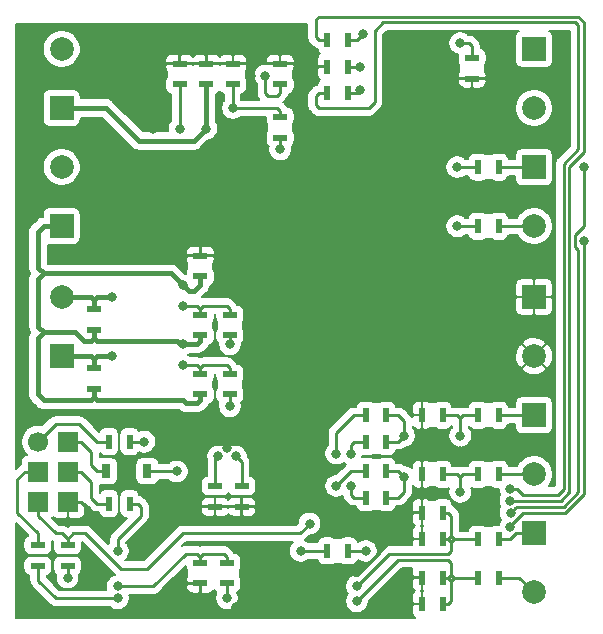
<source format=gbr>
G04 #@! TF.GenerationSoftware,KiCad,Pcbnew,(5.1.2-1)-1*
G04 #@! TF.CreationDate,2019-10-21T00:17:46+03:00*
G04 #@! TF.ProjectId,uaf0,75616630-2e6b-4696-9361-645f70636258,rev?*
G04 #@! TF.SameCoordinates,Original*
G04 #@! TF.FileFunction,Copper,L2,Bot*
G04 #@! TF.FilePolarity,Positive*
%FSLAX46Y46*%
G04 Gerber Fmt 4.6, Leading zero omitted, Abs format (unit mm)*
G04 Created by KiCad (PCBNEW (5.1.2-1)-1) date 2019-10-21 00:17:46*
%MOMM*%
%LPD*%
G04 APERTURE LIST*
%ADD10R,1.250000X0.500000*%
%ADD11R,1.700000X1.700000*%
%ADD12C,1.700000*%
%ADD13R,2.000000X2.000000*%
%ADD14C,2.000000*%
%ADD15R,0.800000X1.200000*%
%ADD16R,0.500000X1.250000*%
%ADD17C,0.800000*%
%ADD18C,0.250000*%
%ADD19C,0.450000*%
%ADD20C,0.200000*%
G04 APERTURE END LIST*
D10*
X64000000Y-89500000D03*
X64000000Y-91250000D03*
D11*
X50540000Y-84330000D03*
X50540000Y-81790000D03*
X50540000Y-79250000D03*
X48000000Y-84330000D03*
X48000000Y-81790000D03*
D12*
X48000000Y-79250000D03*
D13*
X90000000Y-67000000D03*
D14*
X90000000Y-72000000D03*
D13*
X90000000Y-46000000D03*
D14*
X90000000Y-51000000D03*
D13*
X90000000Y-56000000D03*
D14*
X90000000Y-61000000D03*
D13*
X90000000Y-87000000D03*
D14*
X90000000Y-92000000D03*
D13*
X90000000Y-77000000D03*
D14*
X90000000Y-82000000D03*
D13*
X50000000Y-72000000D03*
D14*
X50000000Y-67000000D03*
D13*
X50000000Y-61000000D03*
D14*
X50000000Y-56000000D03*
D13*
X50000000Y-51000000D03*
D14*
X50000000Y-46000000D03*
D15*
X57250000Y-81750000D03*
X53750000Y-81750000D03*
D10*
X61750000Y-73500000D03*
X61750000Y-75250000D03*
X61750000Y-68500000D03*
X61750000Y-70250000D03*
X61750000Y-63500000D03*
X61750000Y-65250000D03*
X64250000Y-73500000D03*
X64250000Y-75250000D03*
X64250000Y-68500000D03*
X64250000Y-70250000D03*
D16*
X87000000Y-87500000D03*
X85250000Y-87500000D03*
X87000000Y-90750000D03*
X85250000Y-90750000D03*
X80500000Y-87500000D03*
X82250000Y-87500000D03*
X80500000Y-90750000D03*
X82250000Y-90750000D03*
X87000000Y-77000000D03*
X85250000Y-77000000D03*
X87000000Y-82000000D03*
X85250000Y-82000000D03*
X82250000Y-77000000D03*
X80500000Y-77000000D03*
X82250000Y-82000000D03*
X80500000Y-82000000D03*
X77500000Y-79250000D03*
X75750000Y-79250000D03*
X77500000Y-84000000D03*
X75750000Y-84000000D03*
X77500000Y-77000000D03*
X75750000Y-77000000D03*
X77500000Y-81750000D03*
X75750000Y-81750000D03*
X55750000Y-84500000D03*
X54000000Y-84500000D03*
D10*
X50500000Y-88000000D03*
X50500000Y-89750000D03*
X48000000Y-88000000D03*
X48000000Y-89750000D03*
D16*
X54000000Y-79250000D03*
X55750000Y-79250000D03*
X72500000Y-47500000D03*
X74250000Y-47500000D03*
X72500000Y-49750000D03*
X74250000Y-49750000D03*
X74250000Y-88500000D03*
X72500000Y-88500000D03*
D10*
X68500000Y-53500000D03*
X68500000Y-51750000D03*
D16*
X72500000Y-45250000D03*
X74250000Y-45250000D03*
X87000000Y-56000000D03*
X85250000Y-56000000D03*
X87000000Y-61000000D03*
X85250000Y-61000000D03*
D10*
X52750000Y-74750000D03*
X52750000Y-73000000D03*
X52750000Y-69750000D03*
X52750000Y-68000000D03*
D16*
X80500000Y-85250000D03*
X82250000Y-85250000D03*
X80500000Y-93000000D03*
X82250000Y-93000000D03*
D10*
X61750000Y-91250000D03*
X61750000Y-89500000D03*
X68500000Y-47250000D03*
X68500000Y-49000000D03*
X64500000Y-47250000D03*
X64500000Y-49000000D03*
X60000000Y-47250000D03*
X60000000Y-49000000D03*
X62250000Y-47250000D03*
X62250000Y-49000000D03*
X84750000Y-46750000D03*
X84750000Y-48500000D03*
X65250000Y-84750000D03*
X65250000Y-83000000D03*
X63000000Y-84750000D03*
X63000000Y-83000000D03*
D17*
X57750000Y-52750000D03*
X65750000Y-56000000D03*
X83750000Y-49500000D03*
X66000000Y-48250000D03*
X83750000Y-80000000D03*
X83750000Y-75000000D03*
X64750000Y-93250000D03*
X64000000Y-79750000D03*
X65750000Y-79750000D03*
X71500000Y-89750000D03*
X62250000Y-52750000D03*
X54250000Y-72000000D03*
X54250000Y-67000000D03*
X60000000Y-52750000D03*
X83750000Y-45500000D03*
X64500000Y-51000000D03*
X74500000Y-80250000D03*
X74500000Y-83000000D03*
X83500000Y-56000000D03*
X83500000Y-61000000D03*
X50500000Y-90750000D03*
X63250000Y-80500000D03*
X64750000Y-80500000D03*
X59750000Y-81762653D03*
X67250000Y-48250000D03*
X54750000Y-91500000D03*
X75000000Y-92750000D03*
X75000000Y-91500000D03*
X60250000Y-71000000D03*
X60250000Y-66000000D03*
X73250000Y-83000000D03*
X88000000Y-83250000D03*
X88000000Y-84250000D03*
X71000000Y-86175000D03*
X88012733Y-85262572D03*
X94250000Y-56000000D03*
X87987347Y-86487347D03*
X94250000Y-62250000D03*
X54750000Y-92500000D03*
X57000000Y-79250000D03*
X54750000Y-88500000D03*
X64250000Y-76250000D03*
X64250000Y-71000000D03*
X75250000Y-47500000D03*
X73250000Y-80250000D03*
X75250000Y-49500000D03*
X75500000Y-44750000D03*
X68500000Y-54500000D03*
X75750000Y-88500000D03*
X79000000Y-82250000D03*
X79000000Y-78750000D03*
X83750000Y-83500000D03*
X83750000Y-78750000D03*
X60250000Y-67750000D03*
X60250000Y-72750000D03*
X70250000Y-88500000D03*
X64000000Y-92500000D03*
D18*
X76000000Y-89500000D02*
X76750000Y-88750000D01*
X51640000Y-84330000D02*
X52250000Y-84940000D01*
X50540000Y-84330000D02*
X51640000Y-84330000D01*
X76750000Y-88750000D02*
X77750000Y-87750000D01*
X76000000Y-89500000D02*
X75250000Y-90250000D01*
X75250000Y-90250000D02*
X75000000Y-90500000D01*
X75000000Y-90500000D02*
X74750000Y-90500000D01*
D19*
X62250000Y-49000000D02*
X62250000Y-52750000D01*
X61224999Y-53775001D02*
X62250000Y-52750000D01*
X56525001Y-53775001D02*
X61224999Y-53775001D01*
X53750000Y-51000000D02*
X56525001Y-53775001D01*
X50000000Y-51000000D02*
X53750000Y-51000000D01*
X50000000Y-72000000D02*
X52500000Y-72000000D01*
X52500000Y-72000000D02*
X52750000Y-72250000D01*
X52750000Y-72250000D02*
X52750000Y-73000000D01*
X53000000Y-72000000D02*
X52750000Y-72250000D01*
X54250000Y-72000000D02*
X53000000Y-72000000D01*
X50000000Y-67000000D02*
X51414213Y-67000000D01*
X51414213Y-67000000D02*
X52500000Y-67000000D01*
X52500000Y-67000000D02*
X52750000Y-67250000D01*
X52750000Y-67250000D02*
X52750000Y-68000000D01*
X52750000Y-67250000D02*
X53000000Y-67000000D01*
X53000000Y-67000000D02*
X54250000Y-67000000D01*
D18*
X87000000Y-77000000D02*
X90000000Y-77000000D01*
X87000000Y-82000000D02*
X90000000Y-82000000D01*
X88000000Y-87500000D02*
X88500000Y-87000000D01*
X87000000Y-87500000D02*
X88000000Y-87500000D01*
X88500000Y-87000000D02*
X90000000Y-87000000D01*
X87000000Y-90750000D02*
X88750000Y-90750000D01*
X88750000Y-90750000D02*
X90000000Y-92000000D01*
X60000000Y-49000000D02*
X60000000Y-52750000D01*
X83750000Y-45500000D02*
X84250000Y-45500000D01*
X84250000Y-45500000D02*
X84500000Y-45500000D01*
X84500000Y-45500000D02*
X84750000Y-45750000D01*
X84750000Y-45750000D02*
X84750000Y-46750000D01*
X64500000Y-51000000D02*
X64500000Y-50250000D01*
X64500000Y-51000000D02*
X68250000Y-51000000D01*
X68250000Y-51000000D02*
X68500000Y-51250000D01*
X68500000Y-51250000D02*
X68500000Y-51750000D01*
X64500000Y-50250000D02*
X64500000Y-49000000D01*
X75750000Y-79250000D02*
X75250000Y-79250000D01*
X75250000Y-79250000D02*
X74750000Y-79250000D01*
X74500000Y-79500000D02*
X74500000Y-80250000D01*
X74750000Y-79250000D02*
X74500000Y-79500000D01*
X75750000Y-84000000D02*
X75000000Y-84000000D01*
X75000000Y-84000000D02*
X74750000Y-84000000D01*
X74750000Y-84000000D02*
X74500000Y-83750000D01*
X74500000Y-83750000D02*
X74500000Y-83000000D01*
X85250000Y-56000000D02*
X83500000Y-56000000D01*
X85250000Y-61000000D02*
X83500000Y-61000000D01*
X50500000Y-89750000D02*
X50500000Y-90750000D01*
X63000000Y-80750000D02*
X63250000Y-80500000D01*
X63000000Y-83000000D02*
X63000000Y-80750000D01*
X65250000Y-81000000D02*
X64750000Y-80500000D01*
X65250000Y-83000000D02*
X65250000Y-81000000D01*
X57250000Y-81750000D02*
X59000000Y-81750000D01*
X59012653Y-81762653D02*
X59750000Y-81762653D01*
X59000000Y-81750000D02*
X59012653Y-81762653D01*
X67250000Y-48250000D02*
X67250000Y-49750000D01*
X67250000Y-49750000D02*
X67500000Y-50000000D01*
X67500000Y-50000000D02*
X68250000Y-50000000D01*
X68250000Y-50000000D02*
X68500000Y-49750000D01*
X68500000Y-49750000D02*
X68500000Y-49000000D01*
X61750000Y-89500000D02*
X61750000Y-89000000D01*
X61750000Y-89000000D02*
X62000000Y-88750000D01*
X62000000Y-88750000D02*
X63750000Y-88750000D01*
X63750000Y-88750000D02*
X64000000Y-89000000D01*
X64000000Y-89000000D02*
X64000000Y-89500000D01*
X54750000Y-91500000D02*
X57750000Y-91500000D01*
X57750000Y-91500000D02*
X60500000Y-88750000D01*
X61500000Y-88750000D02*
X61750000Y-89000000D01*
X60500000Y-88750000D02*
X61500000Y-88750000D01*
X82250000Y-93000000D02*
X82750000Y-93000000D01*
X82750000Y-93000000D02*
X83000000Y-92750000D01*
X83000000Y-92750000D02*
X83000000Y-91000000D01*
X83000000Y-91000000D02*
X82750000Y-90750000D01*
X82750000Y-90750000D02*
X82250000Y-90750000D01*
X83250000Y-90750000D02*
X83000000Y-91000000D01*
X85250000Y-90750000D02*
X83250000Y-90750000D01*
X83000000Y-90500000D02*
X83250000Y-90750000D01*
X82750000Y-89250000D02*
X83000000Y-89500000D01*
X83000000Y-89500000D02*
X83000000Y-90500000D01*
X78500000Y-89250000D02*
X82750000Y-89250000D01*
X75000000Y-92750000D02*
X78500000Y-89250000D01*
X82750000Y-90750000D02*
X83000000Y-90500000D01*
X82250000Y-87500000D02*
X82750000Y-87500000D01*
X82750000Y-87500000D02*
X83000000Y-87250000D01*
X83000000Y-87250000D02*
X83000000Y-85500000D01*
X83000000Y-85500000D02*
X82750000Y-85250000D01*
X82750000Y-85250000D02*
X82250000Y-85250000D01*
X83250000Y-87500000D02*
X83000000Y-87250000D01*
X85250000Y-87500000D02*
X83250000Y-87500000D01*
X75000000Y-91500000D02*
X77750000Y-88750000D01*
X77750000Y-88750000D02*
X82750000Y-88750000D01*
X82750000Y-88750000D02*
X83000000Y-88500000D01*
X83000000Y-87750000D02*
X83250000Y-87500000D01*
X83000000Y-88500000D02*
X83000000Y-87750000D01*
X82750000Y-87500000D02*
X83000000Y-87750000D01*
D19*
X52750000Y-75450000D02*
X52450000Y-75750000D01*
X52750000Y-74750000D02*
X52750000Y-75450000D01*
X52450000Y-75750000D02*
X50750000Y-75750000D01*
X50750000Y-75750000D02*
X48500000Y-75750000D01*
X48500000Y-75750000D02*
X48000000Y-75250000D01*
X48000000Y-75250000D02*
X48000000Y-70500000D01*
X48000000Y-70500000D02*
X48500000Y-70000000D01*
X51125002Y-70000000D02*
X51875002Y-70750000D01*
X48500000Y-70000000D02*
X51125002Y-70000000D01*
X51875002Y-70750000D02*
X52500000Y-70750000D01*
X52500000Y-70750000D02*
X52750000Y-70500000D01*
X52750000Y-70500000D02*
X52750000Y-69750000D01*
X48500000Y-70000000D02*
X48000000Y-69500000D01*
X48000000Y-69500000D02*
X48000000Y-68250000D01*
X48000000Y-61500000D02*
X48500000Y-61000000D01*
X48500000Y-61000000D02*
X50000000Y-61000000D01*
X53000000Y-70750000D02*
X52750000Y-70500000D01*
X59750000Y-70750000D02*
X53000000Y-70750000D01*
X60000000Y-71000000D02*
X59750000Y-70750000D01*
X60250000Y-71000000D02*
X60000000Y-71000000D01*
X59250000Y-65000000D02*
X48500000Y-65000000D01*
X60250000Y-66000000D02*
X59250000Y-65000000D01*
X48500000Y-65000000D02*
X48000000Y-65500000D01*
X48000000Y-68250000D02*
X48000000Y-65500000D01*
X48000000Y-63750000D02*
X48000000Y-64500000D01*
X48000000Y-64500000D02*
X48500000Y-65000000D01*
X48000000Y-63750000D02*
X48000000Y-61500000D01*
X61750000Y-70750000D02*
X61750000Y-70250000D01*
X61500000Y-71000000D02*
X61750000Y-70750000D01*
X60250000Y-71000000D02*
X61500000Y-71000000D01*
X53000000Y-75750000D02*
X52750000Y-75500000D01*
X52750000Y-75500000D02*
X52750000Y-75450000D01*
X60250000Y-75750000D02*
X53000000Y-75750000D01*
X60500000Y-76000000D02*
X60250000Y-75750000D01*
X61500000Y-76000000D02*
X60500000Y-76000000D01*
X61750000Y-75750000D02*
X61500000Y-76000000D01*
X61750000Y-75250000D02*
X61750000Y-75750000D01*
X60250000Y-66000000D02*
X60750000Y-66500000D01*
X60750000Y-66500000D02*
X61250000Y-66500000D01*
X61250000Y-66500000D02*
X61750000Y-66000000D01*
X61750000Y-66000000D02*
X61750000Y-65250000D01*
D18*
X73250000Y-83000000D02*
X74500000Y-81750000D01*
X74500000Y-81750000D02*
X75750000Y-81750000D01*
X88565685Y-83250000D02*
X89065685Y-83750000D01*
X88000000Y-83250000D02*
X88565685Y-83250000D01*
X89065685Y-83750000D02*
X90500000Y-83750000D01*
X90500000Y-83750000D02*
X90750000Y-83750000D01*
X71750000Y-49750000D02*
X72500000Y-49750000D01*
X71500000Y-50000000D02*
X71750000Y-49750000D01*
X71500000Y-50750000D02*
X71500000Y-50000000D01*
X76500000Y-50500000D02*
X76000000Y-51000000D01*
X77250000Y-43750000D02*
X76500000Y-44500000D01*
X93500000Y-43750000D02*
X77250000Y-43750000D01*
X93750000Y-54500000D02*
X93750000Y-44000000D01*
X76500000Y-44500000D02*
X76500000Y-50500000D01*
X76000000Y-51000000D02*
X71750000Y-51000000D01*
X71750000Y-51000000D02*
X71500000Y-50750000D01*
X93750000Y-44000000D02*
X93500000Y-43750000D01*
X90500000Y-83750000D02*
X92000000Y-83750000D01*
X92500000Y-55750000D02*
X93750000Y-54500000D01*
X92500000Y-83250000D02*
X92500000Y-55750000D01*
X92000000Y-83750000D02*
X92500000Y-83250000D01*
X90500000Y-84250000D02*
X92250000Y-84250000D01*
X88000000Y-84250000D02*
X90500000Y-84250000D01*
X90500000Y-84250000D02*
X90750000Y-84250000D01*
X93000000Y-83500000D02*
X93000000Y-80000000D01*
X92250000Y-84250000D02*
X93000000Y-83500000D01*
X93000000Y-80000000D02*
X93000000Y-77500000D01*
X93000000Y-77500000D02*
X93000000Y-56000000D01*
X93000000Y-56000000D02*
X94250000Y-54750000D01*
X94250000Y-54750000D02*
X94250000Y-53000000D01*
X94250000Y-53000000D02*
X94250000Y-52750000D01*
X94250000Y-43750000D02*
X93750000Y-43250000D01*
X94250000Y-44500000D02*
X94250000Y-44250000D01*
X94250000Y-52750000D02*
X94250000Y-44500000D01*
X94250000Y-44500000D02*
X94250000Y-43750000D01*
X93750000Y-43250000D02*
X88250000Y-43250000D01*
X88250000Y-43250000D02*
X75000000Y-43250000D01*
X75000000Y-43250000D02*
X71750000Y-43250000D01*
X71750000Y-43250000D02*
X71500000Y-43500000D01*
X71500000Y-43500000D02*
X71500000Y-45000000D01*
X71500000Y-45000000D02*
X71750000Y-45250000D01*
X71750000Y-45250000D02*
X72500000Y-45250000D01*
X71000000Y-86175000D02*
X70175000Y-87000000D01*
X70175000Y-87000000D02*
X60250000Y-87000000D01*
X60250000Y-87000000D02*
X57250000Y-90000000D01*
X57250000Y-90000000D02*
X55000000Y-90000000D01*
X48000000Y-84330000D02*
X48000000Y-85500000D01*
X48000000Y-85500000D02*
X49500000Y-87000000D01*
X49500000Y-87000000D02*
X50000000Y-87000000D01*
X50500000Y-87500000D02*
X50500000Y-88000000D01*
X50000000Y-87000000D02*
X50500000Y-87500000D01*
X50500000Y-87500000D02*
X51000000Y-87000000D01*
X51000000Y-87000000D02*
X52000000Y-87000000D01*
X55000000Y-90000000D02*
X52000000Y-87000000D01*
X87000000Y-56000000D02*
X90000000Y-56000000D01*
X88412732Y-84862573D02*
X88012733Y-85262572D01*
X88525305Y-84750000D02*
X88412732Y-84862573D01*
X90750000Y-84750000D02*
X88525305Y-84750000D01*
X90750000Y-84750000D02*
X92500000Y-84750000D01*
X92500000Y-84750000D02*
X93750000Y-83500000D01*
X93750000Y-83500000D02*
X93750000Y-81500000D01*
X93750000Y-81500000D02*
X93750000Y-67250000D01*
X93750000Y-67250000D02*
X93750000Y-63000000D01*
X93750000Y-63000000D02*
X93500000Y-62750000D01*
X93500000Y-62000000D02*
X93500000Y-61750000D01*
X93500000Y-62750000D02*
X93500000Y-62000000D01*
X94250000Y-61000000D02*
X94250000Y-56000000D01*
X93500000Y-61750000D02*
X94250000Y-61000000D01*
X87000000Y-61000000D02*
X90000000Y-61000000D01*
X94250000Y-72500000D02*
X94250000Y-62250000D01*
X94250000Y-83636410D02*
X94250000Y-72500000D01*
X92636410Y-85250000D02*
X94250000Y-83636410D01*
X89098307Y-85250000D02*
X92636410Y-85250000D01*
X87987347Y-86360960D02*
X89098307Y-85250000D01*
X87987347Y-86487347D02*
X87987347Y-86360960D01*
X54750000Y-92500000D02*
X49500000Y-92500000D01*
X49500000Y-92500000D02*
X48000000Y-91000000D01*
X48000000Y-91000000D02*
X48000000Y-89750000D01*
X57000000Y-79250000D02*
X55750000Y-79250000D01*
X54750000Y-88500000D02*
X54750000Y-87500000D01*
X54750000Y-87500000D02*
X56750000Y-85500000D01*
X56750000Y-85500000D02*
X56750000Y-84750000D01*
X56750000Y-84750000D02*
X56500000Y-84500000D01*
X56500000Y-84500000D02*
X55750000Y-84500000D01*
X64250000Y-76250000D02*
X64250000Y-75250000D01*
X64250000Y-71000000D02*
X64250000Y-70250000D01*
X75250000Y-47500000D02*
X74250000Y-47500000D01*
X73250000Y-80250000D02*
X73250000Y-78500000D01*
X74750000Y-77000000D02*
X73250000Y-78500000D01*
X75750000Y-77000000D02*
X74750000Y-77000000D01*
X75000000Y-49750000D02*
X75250000Y-49500000D01*
X74250000Y-49750000D02*
X75000000Y-49750000D01*
X75000000Y-45250000D02*
X75500000Y-44750000D01*
X74250000Y-45250000D02*
X75000000Y-45250000D01*
X68500000Y-53500000D02*
X68500000Y-54000000D01*
X68500000Y-54000000D02*
X68500000Y-54500000D01*
X74250000Y-88500000D02*
X75750000Y-88500000D01*
X48000000Y-79250000D02*
X48849999Y-78400001D01*
X48849999Y-78400001D02*
X49500000Y-77750000D01*
X49500000Y-77750000D02*
X51500000Y-77750000D01*
X51500000Y-77750000D02*
X53000000Y-79250000D01*
X53000000Y-79250000D02*
X54000000Y-79250000D01*
X46900000Y-81790000D02*
X46250000Y-82440000D01*
X48000000Y-81790000D02*
X46900000Y-81790000D01*
X46250000Y-82440000D02*
X46250000Y-85250000D01*
X46250000Y-85250000D02*
X48000000Y-87000000D01*
X48000000Y-87000000D02*
X48000000Y-87750000D01*
X51640000Y-81790000D02*
X52500000Y-82650000D01*
X50540000Y-81790000D02*
X51640000Y-81790000D01*
X52500000Y-82650000D02*
X52500000Y-84000000D01*
X52500000Y-84000000D02*
X53000000Y-84500000D01*
X53000000Y-84500000D02*
X54000000Y-84500000D01*
X77500000Y-81750000D02*
X78500000Y-81750000D01*
X78500000Y-81750000D02*
X79000000Y-82250000D01*
X79000000Y-82250000D02*
X79000000Y-83500000D01*
X79000000Y-83500000D02*
X78500000Y-84000000D01*
X78500000Y-84000000D02*
X77500000Y-84000000D01*
X77500000Y-79250000D02*
X78500000Y-79250000D01*
X78500000Y-79250000D02*
X79000000Y-78750000D01*
X79000000Y-77500000D02*
X79000000Y-78750000D01*
X78500000Y-77000000D02*
X79000000Y-77500000D01*
X77500000Y-77000000D02*
X78500000Y-77000000D01*
X83750000Y-82250000D02*
X83500000Y-82000000D01*
X83750000Y-83500000D02*
X83750000Y-82250000D01*
X82250000Y-82000000D02*
X83500000Y-82000000D01*
X84000000Y-82000000D02*
X83750000Y-82250000D01*
X84250000Y-82000000D02*
X84000000Y-82000000D01*
X84250000Y-82000000D02*
X85250000Y-82000000D01*
X83750000Y-77250000D02*
X83500000Y-77000000D01*
X83750000Y-78750000D02*
X83750000Y-77250000D01*
X82250000Y-77000000D02*
X83500000Y-77000000D01*
X84250000Y-77000000D02*
X84000000Y-77000000D01*
X84000000Y-77000000D02*
X83750000Y-77250000D01*
X84250000Y-77000000D02*
X85250000Y-77000000D01*
X51640000Y-79250000D02*
X52500000Y-80110000D01*
X50540000Y-79250000D02*
X51640000Y-79250000D01*
X52500000Y-80110000D02*
X52500000Y-81250000D01*
X52500000Y-81250000D02*
X53000000Y-81750000D01*
X53000000Y-81750000D02*
X53750000Y-81750000D01*
X61750000Y-68500000D02*
X61750000Y-68000000D01*
X61750000Y-68000000D02*
X62000000Y-67750000D01*
X61500000Y-67750000D02*
X61750000Y-68000000D01*
X60250000Y-67750000D02*
X61500000Y-67750000D01*
X63250000Y-67750000D02*
X64000000Y-67750000D01*
X62000000Y-67750000D02*
X63250000Y-67750000D01*
X64000000Y-67750000D02*
X64250000Y-68000000D01*
X64250000Y-68000000D02*
X64250000Y-68500000D01*
X61750000Y-73500000D02*
X61750000Y-73000000D01*
X61750000Y-73000000D02*
X62000000Y-72750000D01*
X61500000Y-72750000D02*
X61750000Y-73000000D01*
X60250000Y-72750000D02*
X61500000Y-72750000D01*
X62000000Y-72750000D02*
X63000000Y-72750000D01*
X63000000Y-72750000D02*
X64000000Y-72750000D01*
X64000000Y-72750000D02*
X64250000Y-73000000D01*
X64250000Y-73000000D02*
X64250000Y-73500000D01*
X70250000Y-88500000D02*
X72500000Y-88500000D01*
X64000000Y-91250000D02*
X64000000Y-92500000D01*
D20*
G36*
X47162238Y-87187542D02*
G01*
X47144279Y-87192990D01*
X47040045Y-87248704D01*
X46948683Y-87323683D01*
X46873704Y-87415045D01*
X46817990Y-87519279D01*
X46783682Y-87632379D01*
X46772097Y-87750000D01*
X46772097Y-88250000D01*
X46783682Y-88367621D01*
X46817990Y-88480721D01*
X46873704Y-88584955D01*
X46948683Y-88676317D01*
X47040045Y-88751296D01*
X47144279Y-88807010D01*
X47257379Y-88841318D01*
X47375000Y-88852903D01*
X48625000Y-88852903D01*
X48742621Y-88841318D01*
X48855721Y-88807010D01*
X48959955Y-88751296D01*
X49051317Y-88676317D01*
X49126296Y-88584955D01*
X49182010Y-88480721D01*
X49216318Y-88367621D01*
X49227903Y-88250000D01*
X49227903Y-87750000D01*
X49220275Y-87672552D01*
X49221212Y-87673053D01*
X49277980Y-87690273D01*
X49272097Y-87750000D01*
X49272097Y-88250000D01*
X49283682Y-88367621D01*
X49317990Y-88480721D01*
X49373704Y-88584955D01*
X49448683Y-88676317D01*
X49540045Y-88751296D01*
X49644279Y-88807010D01*
X49757379Y-88841318D01*
X49875000Y-88852903D01*
X51125000Y-88852903D01*
X51242621Y-88841318D01*
X51355721Y-88807010D01*
X51459955Y-88751296D01*
X51551317Y-88676317D01*
X51626296Y-88584955D01*
X51682010Y-88480721D01*
X51716318Y-88367621D01*
X51727903Y-88250000D01*
X51727903Y-87753207D01*
X54462172Y-90487477D01*
X54484868Y-90515132D01*
X54502536Y-90529632D01*
X54458311Y-90538429D01*
X54276322Y-90613811D01*
X54112537Y-90723249D01*
X53973249Y-90862537D01*
X53863811Y-91026322D01*
X53788429Y-91208311D01*
X53750000Y-91401509D01*
X53750000Y-91598491D01*
X53785109Y-91775000D01*
X49800305Y-91775000D01*
X48725000Y-90699696D01*
X48725000Y-90593054D01*
X48742621Y-90591318D01*
X48855721Y-90557010D01*
X48959955Y-90501296D01*
X49051317Y-90426317D01*
X49126296Y-90334955D01*
X49182010Y-90230721D01*
X49216318Y-90117621D01*
X49227903Y-90000000D01*
X49227903Y-89500000D01*
X49272097Y-89500000D01*
X49272097Y-90000000D01*
X49283682Y-90117621D01*
X49317990Y-90230721D01*
X49373704Y-90334955D01*
X49448683Y-90426317D01*
X49531306Y-90494124D01*
X49500000Y-90651509D01*
X49500000Y-90848491D01*
X49538429Y-91041689D01*
X49613811Y-91223678D01*
X49723249Y-91387463D01*
X49862537Y-91526751D01*
X50026322Y-91636189D01*
X50208311Y-91711571D01*
X50401509Y-91750000D01*
X50598491Y-91750000D01*
X50791689Y-91711571D01*
X50973678Y-91636189D01*
X51137463Y-91526751D01*
X51276751Y-91387463D01*
X51386189Y-91223678D01*
X51461571Y-91041689D01*
X51500000Y-90848491D01*
X51500000Y-90651509D01*
X51468694Y-90494124D01*
X51551317Y-90426317D01*
X51626296Y-90334955D01*
X51682010Y-90230721D01*
X51716318Y-90117621D01*
X51727903Y-90000000D01*
X51727903Y-89500000D01*
X51716318Y-89382379D01*
X51682010Y-89269279D01*
X51626296Y-89165045D01*
X51551317Y-89073683D01*
X51459955Y-88998704D01*
X51355721Y-88942990D01*
X51242621Y-88908682D01*
X51125000Y-88897097D01*
X49875000Y-88897097D01*
X49757379Y-88908682D01*
X49644279Y-88942990D01*
X49540045Y-88998704D01*
X49448683Y-89073683D01*
X49373704Y-89165045D01*
X49317990Y-89269279D01*
X49283682Y-89382379D01*
X49272097Y-89500000D01*
X49227903Y-89500000D01*
X49216318Y-89382379D01*
X49182010Y-89269279D01*
X49126296Y-89165045D01*
X49051317Y-89073683D01*
X48959955Y-88998704D01*
X48855721Y-88942990D01*
X48742621Y-88908682D01*
X48625000Y-88897097D01*
X47375000Y-88897097D01*
X47257379Y-88908682D01*
X47144279Y-88942990D01*
X47040045Y-88998704D01*
X46948683Y-89073683D01*
X46873704Y-89165045D01*
X46817990Y-89269279D01*
X46783682Y-89382379D01*
X46772097Y-89500000D01*
X46772097Y-90000000D01*
X46783682Y-90117621D01*
X46817990Y-90230721D01*
X46873704Y-90334955D01*
X46948683Y-90426317D01*
X47040045Y-90501296D01*
X47144279Y-90557010D01*
X47257379Y-90591318D01*
X47275000Y-90593054D01*
X47275000Y-90964402D01*
X47271494Y-91000000D01*
X47275000Y-91035597D01*
X47275000Y-91035606D01*
X47285491Y-91142124D01*
X47310230Y-91223678D01*
X47326947Y-91278787D01*
X47394269Y-91404736D01*
X47454811Y-91478506D01*
X47484868Y-91515131D01*
X47512524Y-91537828D01*
X48962172Y-92987477D01*
X48984868Y-93015132D01*
X49012523Y-93037828D01*
X49012525Y-93037830D01*
X49095263Y-93105731D01*
X49221212Y-93173053D01*
X49357875Y-93214509D01*
X49464393Y-93225000D01*
X49464402Y-93225000D01*
X49499999Y-93228506D01*
X49535596Y-93225000D01*
X54060786Y-93225000D01*
X54112537Y-93276751D01*
X54276322Y-93386189D01*
X54458311Y-93461571D01*
X54651509Y-93500000D01*
X54848491Y-93500000D01*
X55041689Y-93461571D01*
X55223678Y-93386189D01*
X55387463Y-93276751D01*
X55526751Y-93137463D01*
X55636189Y-92973678D01*
X55711571Y-92791689D01*
X55750000Y-92598491D01*
X55750000Y-92401509D01*
X55714891Y-92225000D01*
X57714403Y-92225000D01*
X57750000Y-92228506D01*
X57785597Y-92225000D01*
X57785607Y-92225000D01*
X57892125Y-92214509D01*
X58028788Y-92173053D01*
X58154737Y-92105731D01*
X58265132Y-92015132D01*
X58287832Y-91987472D01*
X58775304Y-91500000D01*
X60522097Y-91500000D01*
X60533682Y-91617621D01*
X60567990Y-91730721D01*
X60623704Y-91834955D01*
X60698683Y-91926317D01*
X60790045Y-92001296D01*
X60894279Y-92057010D01*
X61007379Y-92091318D01*
X61125000Y-92102903D01*
X61575000Y-92100000D01*
X61725000Y-91950000D01*
X61725000Y-91275000D01*
X60675000Y-91275000D01*
X60525000Y-91425000D01*
X60522097Y-91500000D01*
X58775304Y-91500000D01*
X60522385Y-89752920D01*
X60533682Y-89867621D01*
X60567990Y-89980721D01*
X60623704Y-90084955D01*
X60650000Y-90116997D01*
X60650000Y-90633003D01*
X60623704Y-90665045D01*
X60567990Y-90769279D01*
X60533682Y-90882379D01*
X60522097Y-91000000D01*
X60525000Y-91075000D01*
X60675000Y-91225000D01*
X61725000Y-91225000D01*
X61725000Y-91205000D01*
X61775000Y-91205000D01*
X61775000Y-91225000D01*
X61795000Y-91225000D01*
X61795000Y-91275000D01*
X61775000Y-91275000D01*
X61775000Y-91950000D01*
X61925000Y-92100000D01*
X62375000Y-92102903D01*
X62492621Y-92091318D01*
X62605721Y-92057010D01*
X62709955Y-92001296D01*
X62801317Y-91926317D01*
X62875000Y-91836534D01*
X62948683Y-91926317D01*
X63040045Y-92001296D01*
X63108927Y-92038114D01*
X63038429Y-92208311D01*
X63000000Y-92401509D01*
X63000000Y-92598491D01*
X63038429Y-92791689D01*
X63113811Y-92973678D01*
X63223249Y-93137463D01*
X63362537Y-93276751D01*
X63526322Y-93386189D01*
X63708311Y-93461571D01*
X63901509Y-93500000D01*
X64098491Y-93500000D01*
X64291689Y-93461571D01*
X64473678Y-93386189D01*
X64637463Y-93276751D01*
X64776751Y-93137463D01*
X64886189Y-92973678D01*
X64961571Y-92791689D01*
X65000000Y-92598491D01*
X65000000Y-92401509D01*
X64961571Y-92208311D01*
X64891073Y-92038114D01*
X64959955Y-92001296D01*
X65051317Y-91926317D01*
X65126296Y-91834955D01*
X65182010Y-91730721D01*
X65216318Y-91617621D01*
X65227903Y-91500000D01*
X65227903Y-91000000D01*
X65216318Y-90882379D01*
X65182010Y-90769279D01*
X65126296Y-90665045D01*
X65100000Y-90633003D01*
X65100000Y-90116997D01*
X65126296Y-90084955D01*
X65182010Y-89980721D01*
X65216318Y-89867621D01*
X65227903Y-89750000D01*
X65227903Y-89250000D01*
X65216318Y-89132379D01*
X65182010Y-89019279D01*
X65126296Y-88915045D01*
X65051317Y-88823683D01*
X64959955Y-88748704D01*
X64855721Y-88692990D01*
X64742621Y-88658682D01*
X64633906Y-88647974D01*
X64605731Y-88595263D01*
X64545190Y-88521494D01*
X64537830Y-88512526D01*
X64537828Y-88512524D01*
X64515131Y-88484868D01*
X64487476Y-88462172D01*
X64287830Y-88262526D01*
X64265132Y-88234868D01*
X64154737Y-88144269D01*
X64028788Y-88076947D01*
X63892125Y-88035491D01*
X63785607Y-88025000D01*
X63785597Y-88025000D01*
X63750000Y-88021494D01*
X63714403Y-88025000D01*
X62035596Y-88025000D01*
X61999999Y-88021494D01*
X61964402Y-88025000D01*
X61964393Y-88025000D01*
X61857875Y-88035491D01*
X61750000Y-88068214D01*
X61642125Y-88035491D01*
X61535607Y-88025000D01*
X61535597Y-88025000D01*
X61500000Y-88021494D01*
X61464403Y-88025000D01*
X60535596Y-88025000D01*
X60499999Y-88021494D01*
X60464402Y-88025000D01*
X60464393Y-88025000D01*
X60357875Y-88035491D01*
X60221212Y-88076947D01*
X60172114Y-88103191D01*
X60550305Y-87725000D01*
X69610786Y-87725000D01*
X69473249Y-87862537D01*
X69363811Y-88026322D01*
X69288429Y-88208311D01*
X69250000Y-88401509D01*
X69250000Y-88598491D01*
X69288429Y-88791689D01*
X69363811Y-88973678D01*
X69473249Y-89137463D01*
X69612537Y-89276751D01*
X69776322Y-89386189D01*
X69958311Y-89461571D01*
X70151509Y-89500000D01*
X70348491Y-89500000D01*
X70541689Y-89461571D01*
X70723678Y-89386189D01*
X70887463Y-89276751D01*
X70939214Y-89225000D01*
X71656946Y-89225000D01*
X71658682Y-89242621D01*
X71692990Y-89355721D01*
X71748704Y-89459955D01*
X71823683Y-89551317D01*
X71915045Y-89626296D01*
X72019279Y-89682010D01*
X72132379Y-89716318D01*
X72250000Y-89727903D01*
X72750000Y-89727903D01*
X72867621Y-89716318D01*
X72980721Y-89682010D01*
X73084955Y-89626296D01*
X73116997Y-89600000D01*
X73633003Y-89600000D01*
X73665045Y-89626296D01*
X73769279Y-89682010D01*
X73882379Y-89716318D01*
X74000000Y-89727903D01*
X74500000Y-89727903D01*
X74617621Y-89716318D01*
X74730721Y-89682010D01*
X74834955Y-89626296D01*
X74926317Y-89551317D01*
X75001296Y-89459955D01*
X75057010Y-89355721D01*
X75088313Y-89252527D01*
X75112537Y-89276751D01*
X75276322Y-89386189D01*
X75458311Y-89461571D01*
X75651509Y-89500000D01*
X75848491Y-89500000D01*
X76006032Y-89468664D01*
X74974696Y-90500000D01*
X74901509Y-90500000D01*
X74708311Y-90538429D01*
X74526322Y-90613811D01*
X74362537Y-90723249D01*
X74223249Y-90862537D01*
X74113811Y-91026322D01*
X74038429Y-91208311D01*
X74000000Y-91401509D01*
X74000000Y-91598491D01*
X74038429Y-91791689D01*
X74113811Y-91973678D01*
X74214921Y-92125000D01*
X74113811Y-92276322D01*
X74038429Y-92458311D01*
X74000000Y-92651509D01*
X74000000Y-92848491D01*
X74038429Y-93041689D01*
X74113811Y-93223678D01*
X74223249Y-93387463D01*
X74362537Y-93526751D01*
X74526322Y-93636189D01*
X74708311Y-93711571D01*
X74901509Y-93750000D01*
X75098491Y-93750000D01*
X75291689Y-93711571D01*
X75473678Y-93636189D01*
X75637463Y-93526751D01*
X75776751Y-93387463D01*
X75886189Y-93223678D01*
X75961571Y-93041689D01*
X76000000Y-92848491D01*
X76000000Y-92775304D01*
X77400304Y-91375000D01*
X79647097Y-91375000D01*
X79658682Y-91492621D01*
X79692990Y-91605721D01*
X79748704Y-91709955D01*
X79823683Y-91801317D01*
X79913466Y-91875000D01*
X79823683Y-91948683D01*
X79748704Y-92040045D01*
X79692990Y-92144279D01*
X79658682Y-92257379D01*
X79647097Y-92375000D01*
X79650000Y-92825000D01*
X79800000Y-92975000D01*
X80475000Y-92975000D01*
X80475000Y-91925000D01*
X80425000Y-91875000D01*
X80475000Y-91825000D01*
X80475000Y-90775000D01*
X79800000Y-90775000D01*
X79650000Y-90925000D01*
X79647097Y-91375000D01*
X77400304Y-91375000D01*
X78800305Y-89975000D01*
X79668504Y-89975000D01*
X79658682Y-90007379D01*
X79647097Y-90125000D01*
X79650000Y-90575000D01*
X79800000Y-90725000D01*
X80475000Y-90725000D01*
X80475000Y-90705000D01*
X80525000Y-90705000D01*
X80525000Y-90725000D01*
X80545000Y-90725000D01*
X80545000Y-90775000D01*
X80525000Y-90775000D01*
X80525000Y-91825000D01*
X80575000Y-91875000D01*
X80525000Y-91925000D01*
X80525000Y-92975000D01*
X80545000Y-92975000D01*
X80545000Y-93025000D01*
X80525000Y-93025000D01*
X80525000Y-93045000D01*
X80475000Y-93045000D01*
X80475000Y-93025000D01*
X79800000Y-93025000D01*
X79650000Y-93175000D01*
X79647097Y-93625000D01*
X79658682Y-93742621D01*
X79692990Y-93855721D01*
X79748704Y-93959955D01*
X79823683Y-94051317D01*
X79915045Y-94126296D01*
X79959392Y-94150000D01*
X46100000Y-94150000D01*
X46100000Y-86125304D01*
X47162238Y-87187542D01*
X47162238Y-87187542D01*
G37*
X47162238Y-87187542D02*
X47144279Y-87192990D01*
X47040045Y-87248704D01*
X46948683Y-87323683D01*
X46873704Y-87415045D01*
X46817990Y-87519279D01*
X46783682Y-87632379D01*
X46772097Y-87750000D01*
X46772097Y-88250000D01*
X46783682Y-88367621D01*
X46817990Y-88480721D01*
X46873704Y-88584955D01*
X46948683Y-88676317D01*
X47040045Y-88751296D01*
X47144279Y-88807010D01*
X47257379Y-88841318D01*
X47375000Y-88852903D01*
X48625000Y-88852903D01*
X48742621Y-88841318D01*
X48855721Y-88807010D01*
X48959955Y-88751296D01*
X49051317Y-88676317D01*
X49126296Y-88584955D01*
X49182010Y-88480721D01*
X49216318Y-88367621D01*
X49227903Y-88250000D01*
X49227903Y-87750000D01*
X49220275Y-87672552D01*
X49221212Y-87673053D01*
X49277980Y-87690273D01*
X49272097Y-87750000D01*
X49272097Y-88250000D01*
X49283682Y-88367621D01*
X49317990Y-88480721D01*
X49373704Y-88584955D01*
X49448683Y-88676317D01*
X49540045Y-88751296D01*
X49644279Y-88807010D01*
X49757379Y-88841318D01*
X49875000Y-88852903D01*
X51125000Y-88852903D01*
X51242621Y-88841318D01*
X51355721Y-88807010D01*
X51459955Y-88751296D01*
X51551317Y-88676317D01*
X51626296Y-88584955D01*
X51682010Y-88480721D01*
X51716318Y-88367621D01*
X51727903Y-88250000D01*
X51727903Y-87753207D01*
X54462172Y-90487477D01*
X54484868Y-90515132D01*
X54502536Y-90529632D01*
X54458311Y-90538429D01*
X54276322Y-90613811D01*
X54112537Y-90723249D01*
X53973249Y-90862537D01*
X53863811Y-91026322D01*
X53788429Y-91208311D01*
X53750000Y-91401509D01*
X53750000Y-91598491D01*
X53785109Y-91775000D01*
X49800305Y-91775000D01*
X48725000Y-90699696D01*
X48725000Y-90593054D01*
X48742621Y-90591318D01*
X48855721Y-90557010D01*
X48959955Y-90501296D01*
X49051317Y-90426317D01*
X49126296Y-90334955D01*
X49182010Y-90230721D01*
X49216318Y-90117621D01*
X49227903Y-90000000D01*
X49227903Y-89500000D01*
X49272097Y-89500000D01*
X49272097Y-90000000D01*
X49283682Y-90117621D01*
X49317990Y-90230721D01*
X49373704Y-90334955D01*
X49448683Y-90426317D01*
X49531306Y-90494124D01*
X49500000Y-90651509D01*
X49500000Y-90848491D01*
X49538429Y-91041689D01*
X49613811Y-91223678D01*
X49723249Y-91387463D01*
X49862537Y-91526751D01*
X50026322Y-91636189D01*
X50208311Y-91711571D01*
X50401509Y-91750000D01*
X50598491Y-91750000D01*
X50791689Y-91711571D01*
X50973678Y-91636189D01*
X51137463Y-91526751D01*
X51276751Y-91387463D01*
X51386189Y-91223678D01*
X51461571Y-91041689D01*
X51500000Y-90848491D01*
X51500000Y-90651509D01*
X51468694Y-90494124D01*
X51551317Y-90426317D01*
X51626296Y-90334955D01*
X51682010Y-90230721D01*
X51716318Y-90117621D01*
X51727903Y-90000000D01*
X51727903Y-89500000D01*
X51716318Y-89382379D01*
X51682010Y-89269279D01*
X51626296Y-89165045D01*
X51551317Y-89073683D01*
X51459955Y-88998704D01*
X51355721Y-88942990D01*
X51242621Y-88908682D01*
X51125000Y-88897097D01*
X49875000Y-88897097D01*
X49757379Y-88908682D01*
X49644279Y-88942990D01*
X49540045Y-88998704D01*
X49448683Y-89073683D01*
X49373704Y-89165045D01*
X49317990Y-89269279D01*
X49283682Y-89382379D01*
X49272097Y-89500000D01*
X49227903Y-89500000D01*
X49216318Y-89382379D01*
X49182010Y-89269279D01*
X49126296Y-89165045D01*
X49051317Y-89073683D01*
X48959955Y-88998704D01*
X48855721Y-88942990D01*
X48742621Y-88908682D01*
X48625000Y-88897097D01*
X47375000Y-88897097D01*
X47257379Y-88908682D01*
X47144279Y-88942990D01*
X47040045Y-88998704D01*
X46948683Y-89073683D01*
X46873704Y-89165045D01*
X46817990Y-89269279D01*
X46783682Y-89382379D01*
X46772097Y-89500000D01*
X46772097Y-90000000D01*
X46783682Y-90117621D01*
X46817990Y-90230721D01*
X46873704Y-90334955D01*
X46948683Y-90426317D01*
X47040045Y-90501296D01*
X47144279Y-90557010D01*
X47257379Y-90591318D01*
X47275000Y-90593054D01*
X47275000Y-90964402D01*
X47271494Y-91000000D01*
X47275000Y-91035597D01*
X47275000Y-91035606D01*
X47285491Y-91142124D01*
X47310230Y-91223678D01*
X47326947Y-91278787D01*
X47394269Y-91404736D01*
X47454811Y-91478506D01*
X47484868Y-91515131D01*
X47512524Y-91537828D01*
X48962172Y-92987477D01*
X48984868Y-93015132D01*
X49012523Y-93037828D01*
X49012525Y-93037830D01*
X49095263Y-93105731D01*
X49221212Y-93173053D01*
X49357875Y-93214509D01*
X49464393Y-93225000D01*
X49464402Y-93225000D01*
X49499999Y-93228506D01*
X49535596Y-93225000D01*
X54060786Y-93225000D01*
X54112537Y-93276751D01*
X54276322Y-93386189D01*
X54458311Y-93461571D01*
X54651509Y-93500000D01*
X54848491Y-93500000D01*
X55041689Y-93461571D01*
X55223678Y-93386189D01*
X55387463Y-93276751D01*
X55526751Y-93137463D01*
X55636189Y-92973678D01*
X55711571Y-92791689D01*
X55750000Y-92598491D01*
X55750000Y-92401509D01*
X55714891Y-92225000D01*
X57714403Y-92225000D01*
X57750000Y-92228506D01*
X57785597Y-92225000D01*
X57785607Y-92225000D01*
X57892125Y-92214509D01*
X58028788Y-92173053D01*
X58154737Y-92105731D01*
X58265132Y-92015132D01*
X58287832Y-91987472D01*
X58775304Y-91500000D01*
X60522097Y-91500000D01*
X60533682Y-91617621D01*
X60567990Y-91730721D01*
X60623704Y-91834955D01*
X60698683Y-91926317D01*
X60790045Y-92001296D01*
X60894279Y-92057010D01*
X61007379Y-92091318D01*
X61125000Y-92102903D01*
X61575000Y-92100000D01*
X61725000Y-91950000D01*
X61725000Y-91275000D01*
X60675000Y-91275000D01*
X60525000Y-91425000D01*
X60522097Y-91500000D01*
X58775304Y-91500000D01*
X60522385Y-89752920D01*
X60533682Y-89867621D01*
X60567990Y-89980721D01*
X60623704Y-90084955D01*
X60650000Y-90116997D01*
X60650000Y-90633003D01*
X60623704Y-90665045D01*
X60567990Y-90769279D01*
X60533682Y-90882379D01*
X60522097Y-91000000D01*
X60525000Y-91075000D01*
X60675000Y-91225000D01*
X61725000Y-91225000D01*
X61725000Y-91205000D01*
X61775000Y-91205000D01*
X61775000Y-91225000D01*
X61795000Y-91225000D01*
X61795000Y-91275000D01*
X61775000Y-91275000D01*
X61775000Y-91950000D01*
X61925000Y-92100000D01*
X62375000Y-92102903D01*
X62492621Y-92091318D01*
X62605721Y-92057010D01*
X62709955Y-92001296D01*
X62801317Y-91926317D01*
X62875000Y-91836534D01*
X62948683Y-91926317D01*
X63040045Y-92001296D01*
X63108927Y-92038114D01*
X63038429Y-92208311D01*
X63000000Y-92401509D01*
X63000000Y-92598491D01*
X63038429Y-92791689D01*
X63113811Y-92973678D01*
X63223249Y-93137463D01*
X63362537Y-93276751D01*
X63526322Y-93386189D01*
X63708311Y-93461571D01*
X63901509Y-93500000D01*
X64098491Y-93500000D01*
X64291689Y-93461571D01*
X64473678Y-93386189D01*
X64637463Y-93276751D01*
X64776751Y-93137463D01*
X64886189Y-92973678D01*
X64961571Y-92791689D01*
X65000000Y-92598491D01*
X65000000Y-92401509D01*
X64961571Y-92208311D01*
X64891073Y-92038114D01*
X64959955Y-92001296D01*
X65051317Y-91926317D01*
X65126296Y-91834955D01*
X65182010Y-91730721D01*
X65216318Y-91617621D01*
X65227903Y-91500000D01*
X65227903Y-91000000D01*
X65216318Y-90882379D01*
X65182010Y-90769279D01*
X65126296Y-90665045D01*
X65100000Y-90633003D01*
X65100000Y-90116997D01*
X65126296Y-90084955D01*
X65182010Y-89980721D01*
X65216318Y-89867621D01*
X65227903Y-89750000D01*
X65227903Y-89250000D01*
X65216318Y-89132379D01*
X65182010Y-89019279D01*
X65126296Y-88915045D01*
X65051317Y-88823683D01*
X64959955Y-88748704D01*
X64855721Y-88692990D01*
X64742621Y-88658682D01*
X64633906Y-88647974D01*
X64605731Y-88595263D01*
X64545190Y-88521494D01*
X64537830Y-88512526D01*
X64537828Y-88512524D01*
X64515131Y-88484868D01*
X64487476Y-88462172D01*
X64287830Y-88262526D01*
X64265132Y-88234868D01*
X64154737Y-88144269D01*
X64028788Y-88076947D01*
X63892125Y-88035491D01*
X63785607Y-88025000D01*
X63785597Y-88025000D01*
X63750000Y-88021494D01*
X63714403Y-88025000D01*
X62035596Y-88025000D01*
X61999999Y-88021494D01*
X61964402Y-88025000D01*
X61964393Y-88025000D01*
X61857875Y-88035491D01*
X61750000Y-88068214D01*
X61642125Y-88035491D01*
X61535607Y-88025000D01*
X61535597Y-88025000D01*
X61500000Y-88021494D01*
X61464403Y-88025000D01*
X60535596Y-88025000D01*
X60499999Y-88021494D01*
X60464402Y-88025000D01*
X60464393Y-88025000D01*
X60357875Y-88035491D01*
X60221212Y-88076947D01*
X60172114Y-88103191D01*
X60550305Y-87725000D01*
X69610786Y-87725000D01*
X69473249Y-87862537D01*
X69363811Y-88026322D01*
X69288429Y-88208311D01*
X69250000Y-88401509D01*
X69250000Y-88598491D01*
X69288429Y-88791689D01*
X69363811Y-88973678D01*
X69473249Y-89137463D01*
X69612537Y-89276751D01*
X69776322Y-89386189D01*
X69958311Y-89461571D01*
X70151509Y-89500000D01*
X70348491Y-89500000D01*
X70541689Y-89461571D01*
X70723678Y-89386189D01*
X70887463Y-89276751D01*
X70939214Y-89225000D01*
X71656946Y-89225000D01*
X71658682Y-89242621D01*
X71692990Y-89355721D01*
X71748704Y-89459955D01*
X71823683Y-89551317D01*
X71915045Y-89626296D01*
X72019279Y-89682010D01*
X72132379Y-89716318D01*
X72250000Y-89727903D01*
X72750000Y-89727903D01*
X72867621Y-89716318D01*
X72980721Y-89682010D01*
X73084955Y-89626296D01*
X73116997Y-89600000D01*
X73633003Y-89600000D01*
X73665045Y-89626296D01*
X73769279Y-89682010D01*
X73882379Y-89716318D01*
X74000000Y-89727903D01*
X74500000Y-89727903D01*
X74617621Y-89716318D01*
X74730721Y-89682010D01*
X74834955Y-89626296D01*
X74926317Y-89551317D01*
X75001296Y-89459955D01*
X75057010Y-89355721D01*
X75088313Y-89252527D01*
X75112537Y-89276751D01*
X75276322Y-89386189D01*
X75458311Y-89461571D01*
X75651509Y-89500000D01*
X75848491Y-89500000D01*
X76006032Y-89468664D01*
X74974696Y-90500000D01*
X74901509Y-90500000D01*
X74708311Y-90538429D01*
X74526322Y-90613811D01*
X74362537Y-90723249D01*
X74223249Y-90862537D01*
X74113811Y-91026322D01*
X74038429Y-91208311D01*
X74000000Y-91401509D01*
X74000000Y-91598491D01*
X74038429Y-91791689D01*
X74113811Y-91973678D01*
X74214921Y-92125000D01*
X74113811Y-92276322D01*
X74038429Y-92458311D01*
X74000000Y-92651509D01*
X74000000Y-92848491D01*
X74038429Y-93041689D01*
X74113811Y-93223678D01*
X74223249Y-93387463D01*
X74362537Y-93526751D01*
X74526322Y-93636189D01*
X74708311Y-93711571D01*
X74901509Y-93750000D01*
X75098491Y-93750000D01*
X75291689Y-93711571D01*
X75473678Y-93636189D01*
X75637463Y-93526751D01*
X75776751Y-93387463D01*
X75886189Y-93223678D01*
X75961571Y-93041689D01*
X76000000Y-92848491D01*
X76000000Y-92775304D01*
X77400304Y-91375000D01*
X79647097Y-91375000D01*
X79658682Y-91492621D01*
X79692990Y-91605721D01*
X79748704Y-91709955D01*
X79823683Y-91801317D01*
X79913466Y-91875000D01*
X79823683Y-91948683D01*
X79748704Y-92040045D01*
X79692990Y-92144279D01*
X79658682Y-92257379D01*
X79647097Y-92375000D01*
X79650000Y-92825000D01*
X79800000Y-92975000D01*
X80475000Y-92975000D01*
X80475000Y-91925000D01*
X80425000Y-91875000D01*
X80475000Y-91825000D01*
X80475000Y-90775000D01*
X79800000Y-90775000D01*
X79650000Y-90925000D01*
X79647097Y-91375000D01*
X77400304Y-91375000D01*
X78800305Y-89975000D01*
X79668504Y-89975000D01*
X79658682Y-90007379D01*
X79647097Y-90125000D01*
X79650000Y-90575000D01*
X79800000Y-90725000D01*
X80475000Y-90725000D01*
X80475000Y-90705000D01*
X80525000Y-90705000D01*
X80525000Y-90725000D01*
X80545000Y-90725000D01*
X80545000Y-90775000D01*
X80525000Y-90775000D01*
X80525000Y-91825000D01*
X80575000Y-91875000D01*
X80525000Y-91925000D01*
X80525000Y-92975000D01*
X80545000Y-92975000D01*
X80545000Y-93025000D01*
X80525000Y-93025000D01*
X80525000Y-93045000D01*
X80475000Y-93045000D01*
X80475000Y-93025000D01*
X79800000Y-93025000D01*
X79650000Y-93175000D01*
X79647097Y-93625000D01*
X79658682Y-93742621D01*
X79692990Y-93855721D01*
X79748704Y-93959955D01*
X79823683Y-94051317D01*
X79915045Y-94126296D01*
X79959392Y-94150000D01*
X46100000Y-94150000D01*
X46100000Y-86125304D01*
X47162238Y-87187542D01*
G36*
X70775001Y-44964393D02*
G01*
X70771494Y-45000000D01*
X70775001Y-45035607D01*
X70785492Y-45142125D01*
X70789318Y-45154737D01*
X70826947Y-45278787D01*
X70894269Y-45404736D01*
X70962170Y-45487474D01*
X70962173Y-45487477D01*
X70984869Y-45515132D01*
X71012524Y-45537828D01*
X71212168Y-45737472D01*
X71234868Y-45765132D01*
X71345263Y-45855731D01*
X71471212Y-45923053D01*
X71607875Y-45964509D01*
X71656384Y-45969287D01*
X71658682Y-45992621D01*
X71692990Y-46105721D01*
X71748704Y-46209955D01*
X71823683Y-46301317D01*
X71913466Y-46375000D01*
X71823683Y-46448683D01*
X71748704Y-46540045D01*
X71692990Y-46644279D01*
X71658682Y-46757379D01*
X71647097Y-46875000D01*
X71650000Y-47325000D01*
X71800000Y-47475000D01*
X72475000Y-47475000D01*
X72475000Y-47455000D01*
X72525000Y-47455000D01*
X72525000Y-47475000D01*
X72545000Y-47475000D01*
X72545000Y-47525000D01*
X72525000Y-47525000D01*
X72525000Y-47545000D01*
X72475000Y-47545000D01*
X72475000Y-47525000D01*
X71800000Y-47525000D01*
X71650000Y-47675000D01*
X71647097Y-48125000D01*
X71658682Y-48242621D01*
X71692990Y-48355721D01*
X71748704Y-48459955D01*
X71823683Y-48551317D01*
X71913466Y-48625000D01*
X71823683Y-48698683D01*
X71748704Y-48790045D01*
X71692990Y-48894279D01*
X71658682Y-49007379D01*
X71656384Y-49030713D01*
X71607875Y-49035491D01*
X71471212Y-49076947D01*
X71345263Y-49144269D01*
X71234868Y-49234868D01*
X71212170Y-49262526D01*
X71012524Y-49462172D01*
X70984869Y-49484868D01*
X70962173Y-49512523D01*
X70962170Y-49512526D01*
X70894269Y-49595264D01*
X70826947Y-49721213D01*
X70822805Y-49734868D01*
X70785491Y-49857875D01*
X70775000Y-49964393D01*
X70775000Y-49964403D01*
X70771494Y-50000000D01*
X70775000Y-50035597D01*
X70775000Y-50714403D01*
X70771494Y-50750000D01*
X70775000Y-50785597D01*
X70775000Y-50785606D01*
X70785491Y-50892124D01*
X70818215Y-51000000D01*
X70826947Y-51028787D01*
X70894269Y-51154736D01*
X70943324Y-51214509D01*
X70984868Y-51265131D01*
X71012524Y-51287828D01*
X71212168Y-51487472D01*
X71234868Y-51515132D01*
X71345263Y-51605731D01*
X71471212Y-51673053D01*
X71607875Y-51714509D01*
X71714393Y-51725000D01*
X71714402Y-51725000D01*
X71749999Y-51728506D01*
X71785596Y-51725000D01*
X75964403Y-51725000D01*
X76000000Y-51728506D01*
X76035597Y-51725000D01*
X76035607Y-51725000D01*
X76142125Y-51714509D01*
X76278788Y-51673053D01*
X76404737Y-51605731D01*
X76515132Y-51515132D01*
X76537832Y-51487472D01*
X76987477Y-51037828D01*
X77015132Y-51015132D01*
X77045190Y-50978507D01*
X77105731Y-50904737D01*
X77139043Y-50842414D01*
X88400000Y-50842414D01*
X88400000Y-51157586D01*
X88461487Y-51466703D01*
X88582098Y-51757884D01*
X88757199Y-52019941D01*
X88980059Y-52242801D01*
X89242116Y-52417902D01*
X89533297Y-52538513D01*
X89842414Y-52600000D01*
X90157586Y-52600000D01*
X90466703Y-52538513D01*
X90757884Y-52417902D01*
X91019941Y-52242801D01*
X91242801Y-52019941D01*
X91417902Y-51757884D01*
X91538513Y-51466703D01*
X91600000Y-51157586D01*
X91600000Y-50842414D01*
X91538513Y-50533297D01*
X91417902Y-50242116D01*
X91242801Y-49980059D01*
X91019941Y-49757199D01*
X90757884Y-49582098D01*
X90466703Y-49461487D01*
X90157586Y-49400000D01*
X89842414Y-49400000D01*
X89533297Y-49461487D01*
X89242116Y-49582098D01*
X88980059Y-49757199D01*
X88757199Y-49980059D01*
X88582098Y-50242116D01*
X88461487Y-50533297D01*
X88400000Y-50842414D01*
X77139043Y-50842414D01*
X77173053Y-50778788D01*
X77177986Y-50762526D01*
X77214509Y-50642125D01*
X77225000Y-50535607D01*
X77225000Y-50535597D01*
X77228506Y-50500000D01*
X77225000Y-50464403D01*
X77225000Y-48750000D01*
X83522097Y-48750000D01*
X83533682Y-48867621D01*
X83567990Y-48980721D01*
X83623704Y-49084955D01*
X83698683Y-49176317D01*
X83790045Y-49251296D01*
X83894279Y-49307010D01*
X84007379Y-49341318D01*
X84125000Y-49352903D01*
X84575000Y-49350000D01*
X84725000Y-49200000D01*
X84725000Y-48525000D01*
X84775000Y-48525000D01*
X84775000Y-49200000D01*
X84925000Y-49350000D01*
X85375000Y-49352903D01*
X85492621Y-49341318D01*
X85605721Y-49307010D01*
X85709955Y-49251296D01*
X85801317Y-49176317D01*
X85876296Y-49084955D01*
X85932010Y-48980721D01*
X85966318Y-48867621D01*
X85977903Y-48750000D01*
X85975000Y-48675000D01*
X85825000Y-48525000D01*
X84775000Y-48525000D01*
X84725000Y-48525000D01*
X83675000Y-48525000D01*
X83525000Y-48675000D01*
X83522097Y-48750000D01*
X77225000Y-48750000D01*
X77225000Y-45401509D01*
X82750000Y-45401509D01*
X82750000Y-45598491D01*
X82788429Y-45791689D01*
X82863811Y-45973678D01*
X82973249Y-46137463D01*
X83112537Y-46276751D01*
X83276322Y-46386189D01*
X83458311Y-46461571D01*
X83524584Y-46474753D01*
X83522097Y-46500000D01*
X83522097Y-47000000D01*
X83533682Y-47117621D01*
X83567990Y-47230721D01*
X83623704Y-47334955D01*
X83650000Y-47366997D01*
X83650000Y-47883003D01*
X83623704Y-47915045D01*
X83567990Y-48019279D01*
X83533682Y-48132379D01*
X83522097Y-48250000D01*
X83525000Y-48325000D01*
X83675000Y-48475000D01*
X84725000Y-48475000D01*
X84725000Y-48455000D01*
X84775000Y-48455000D01*
X84775000Y-48475000D01*
X85825000Y-48475000D01*
X85975000Y-48325000D01*
X85977903Y-48250000D01*
X85966318Y-48132379D01*
X85932010Y-48019279D01*
X85876296Y-47915045D01*
X85850000Y-47883003D01*
X85850000Y-47366997D01*
X85876296Y-47334955D01*
X85932010Y-47230721D01*
X85966318Y-47117621D01*
X85977903Y-47000000D01*
X85977903Y-46500000D01*
X85966318Y-46382379D01*
X85932010Y-46269279D01*
X85876296Y-46165045D01*
X85801317Y-46073683D01*
X85709955Y-45998704D01*
X85605721Y-45942990D01*
X85492621Y-45908682D01*
X85475000Y-45906946D01*
X85475000Y-45785596D01*
X85478506Y-45749999D01*
X85475000Y-45714402D01*
X85475000Y-45714393D01*
X85464509Y-45607875D01*
X85423053Y-45471212D01*
X85355731Y-45345263D01*
X85265131Y-45234868D01*
X85237476Y-45212172D01*
X85037832Y-45012528D01*
X85015132Y-44984868D01*
X84904737Y-44894269D01*
X84778788Y-44826947D01*
X84642125Y-44785491D01*
X84535607Y-44775000D01*
X84535597Y-44775000D01*
X84500000Y-44771494D01*
X84464403Y-44775000D01*
X84439214Y-44775000D01*
X84387463Y-44723249D01*
X84223678Y-44613811D01*
X84041689Y-44538429D01*
X83848491Y-44500000D01*
X83651509Y-44500000D01*
X83458311Y-44538429D01*
X83276322Y-44613811D01*
X83112537Y-44723249D01*
X82973249Y-44862537D01*
X82863811Y-45026322D01*
X82788429Y-45208311D01*
X82750000Y-45401509D01*
X77225000Y-45401509D01*
X77225000Y-44800304D01*
X77550305Y-44475000D01*
X88709392Y-44475000D01*
X88665045Y-44498704D01*
X88573683Y-44573683D01*
X88498704Y-44665045D01*
X88442990Y-44769279D01*
X88408682Y-44882379D01*
X88397097Y-45000000D01*
X88397097Y-47000000D01*
X88408682Y-47117621D01*
X88442990Y-47230721D01*
X88498704Y-47334955D01*
X88573683Y-47426317D01*
X88665045Y-47501296D01*
X88769279Y-47557010D01*
X88882379Y-47591318D01*
X89000000Y-47602903D01*
X91000000Y-47602903D01*
X91117621Y-47591318D01*
X91230721Y-47557010D01*
X91334955Y-47501296D01*
X91426317Y-47426317D01*
X91501296Y-47334955D01*
X91557010Y-47230721D01*
X91591318Y-47117621D01*
X91602903Y-47000000D01*
X91602903Y-45000000D01*
X91591318Y-44882379D01*
X91557010Y-44769279D01*
X91501296Y-44665045D01*
X91426317Y-44573683D01*
X91334955Y-44498704D01*
X91290608Y-44475000D01*
X93025001Y-44475000D01*
X93025000Y-54199695D01*
X92012523Y-55212173D01*
X91984869Y-55234868D01*
X91962173Y-55262523D01*
X91962170Y-55262526D01*
X91894269Y-55345264D01*
X91826947Y-55471213D01*
X91808115Y-55533297D01*
X91789318Y-55595264D01*
X91785492Y-55607876D01*
X91771494Y-55750000D01*
X91775001Y-55785607D01*
X91775000Y-82949695D01*
X91699696Y-83025000D01*
X91237742Y-83025000D01*
X91242801Y-83019941D01*
X91417902Y-82757884D01*
X91538513Y-82466703D01*
X91600000Y-82157586D01*
X91600000Y-81842414D01*
X91538513Y-81533297D01*
X91417902Y-81242116D01*
X91242801Y-80980059D01*
X91019941Y-80757199D01*
X90757884Y-80582098D01*
X90466703Y-80461487D01*
X90157586Y-80400000D01*
X89842414Y-80400000D01*
X89533297Y-80461487D01*
X89242116Y-80582098D01*
X88980059Y-80757199D01*
X88757199Y-80980059D01*
X88582098Y-81242116D01*
X88568477Y-81275000D01*
X87843054Y-81275000D01*
X87841318Y-81257379D01*
X87807010Y-81144279D01*
X87751296Y-81040045D01*
X87676317Y-80948683D01*
X87584955Y-80873704D01*
X87480721Y-80817990D01*
X87367621Y-80783682D01*
X87250000Y-80772097D01*
X86750000Y-80772097D01*
X86632379Y-80783682D01*
X86519279Y-80817990D01*
X86415045Y-80873704D01*
X86383003Y-80900000D01*
X85866997Y-80900000D01*
X85834955Y-80873704D01*
X85730721Y-80817990D01*
X85617621Y-80783682D01*
X85500000Y-80772097D01*
X85000000Y-80772097D01*
X84882379Y-80783682D01*
X84769279Y-80817990D01*
X84665045Y-80873704D01*
X84573683Y-80948683D01*
X84498704Y-81040045D01*
X84442990Y-81144279D01*
X84408682Y-81257379D01*
X84406946Y-81275000D01*
X84035596Y-81275000D01*
X83999999Y-81271494D01*
X83964402Y-81275000D01*
X83964393Y-81275000D01*
X83857875Y-81285491D01*
X83750000Y-81318214D01*
X83642125Y-81285491D01*
X83535607Y-81275000D01*
X83535597Y-81275000D01*
X83500000Y-81271494D01*
X83464403Y-81275000D01*
X83093054Y-81275000D01*
X83091318Y-81257379D01*
X83057010Y-81144279D01*
X83001296Y-81040045D01*
X82926317Y-80948683D01*
X82834955Y-80873704D01*
X82730721Y-80817990D01*
X82617621Y-80783682D01*
X82500000Y-80772097D01*
X82000000Y-80772097D01*
X81882379Y-80783682D01*
X81769279Y-80817990D01*
X81665045Y-80873704D01*
X81633003Y-80900000D01*
X81116997Y-80900000D01*
X81084955Y-80873704D01*
X80980721Y-80817990D01*
X80867621Y-80783682D01*
X80750000Y-80772097D01*
X80675000Y-80775000D01*
X80525000Y-80925000D01*
X80525000Y-81975000D01*
X80545000Y-81975000D01*
X80545000Y-82025000D01*
X80525000Y-82025000D01*
X80525000Y-83075000D01*
X80675000Y-83225000D01*
X80750000Y-83227903D01*
X80867621Y-83216318D01*
X80980721Y-83182010D01*
X81084955Y-83126296D01*
X81116997Y-83100000D01*
X81633003Y-83100000D01*
X81665045Y-83126296D01*
X81769279Y-83182010D01*
X81882379Y-83216318D01*
X82000000Y-83227903D01*
X82500000Y-83227903D01*
X82617621Y-83216318D01*
X82730721Y-83182010D01*
X82818831Y-83134915D01*
X82788429Y-83208311D01*
X82750000Y-83401509D01*
X82750000Y-83598491D01*
X82788429Y-83791689D01*
X82863811Y-83973678D01*
X82973249Y-84137463D01*
X83112537Y-84276751D01*
X83276322Y-84386189D01*
X83458311Y-84461571D01*
X83651509Y-84500000D01*
X83848491Y-84500000D01*
X84041689Y-84461571D01*
X84223678Y-84386189D01*
X84387463Y-84276751D01*
X84526751Y-84137463D01*
X84636189Y-83973678D01*
X84711571Y-83791689D01*
X84750000Y-83598491D01*
X84750000Y-83401509D01*
X84711571Y-83208311D01*
X84681169Y-83134915D01*
X84769279Y-83182010D01*
X84882379Y-83216318D01*
X85000000Y-83227903D01*
X85500000Y-83227903D01*
X85617621Y-83216318D01*
X85730721Y-83182010D01*
X85834955Y-83126296D01*
X85866997Y-83100000D01*
X86383003Y-83100000D01*
X86415045Y-83126296D01*
X86519279Y-83182010D01*
X86632379Y-83216318D01*
X86750000Y-83227903D01*
X87000000Y-83227903D01*
X87000000Y-83348491D01*
X87038429Y-83541689D01*
X87113811Y-83723678D01*
X87131399Y-83750000D01*
X87113811Y-83776322D01*
X87038429Y-83958311D01*
X87000000Y-84151509D01*
X87000000Y-84348491D01*
X87038429Y-84541689D01*
X87113811Y-84723678D01*
X87141966Y-84765814D01*
X87126544Y-84788894D01*
X87051162Y-84970883D01*
X87012733Y-85164081D01*
X87012733Y-85361063D01*
X87051162Y-85554261D01*
X87126544Y-85736250D01*
X87206534Y-85855963D01*
X87101158Y-86013669D01*
X87025776Y-86195658D01*
X87010572Y-86272097D01*
X86750000Y-86272097D01*
X86632379Y-86283682D01*
X86519279Y-86317990D01*
X86415045Y-86373704D01*
X86383003Y-86400000D01*
X85866997Y-86400000D01*
X85834955Y-86373704D01*
X85730721Y-86317990D01*
X85617621Y-86283682D01*
X85500000Y-86272097D01*
X85000000Y-86272097D01*
X84882379Y-86283682D01*
X84769279Y-86317990D01*
X84665045Y-86373704D01*
X84573683Y-86448683D01*
X84498704Y-86540045D01*
X84442990Y-86644279D01*
X84408682Y-86757379D01*
X84406946Y-86775000D01*
X83725000Y-86775000D01*
X83725000Y-85535596D01*
X83728506Y-85499999D01*
X83725000Y-85464402D01*
X83725000Y-85464393D01*
X83714509Y-85357875D01*
X83673053Y-85221212D01*
X83605731Y-85095263D01*
X83515132Y-84984868D01*
X83487472Y-84962168D01*
X83287830Y-84762526D01*
X83265132Y-84734868D01*
X83154737Y-84644269D01*
X83102026Y-84616094D01*
X83091318Y-84507379D01*
X83057010Y-84394279D01*
X83001296Y-84290045D01*
X82926317Y-84198683D01*
X82834955Y-84123704D01*
X82730721Y-84067990D01*
X82617621Y-84033682D01*
X82500000Y-84022097D01*
X82000000Y-84022097D01*
X81882379Y-84033682D01*
X81769279Y-84067990D01*
X81665045Y-84123704D01*
X81633003Y-84150000D01*
X81116997Y-84150000D01*
X81084955Y-84123704D01*
X80980721Y-84067990D01*
X80867621Y-84033682D01*
X80750000Y-84022097D01*
X80675000Y-84025000D01*
X80525000Y-84175000D01*
X80525000Y-85225000D01*
X80545000Y-85225000D01*
X80545000Y-85275000D01*
X80525000Y-85275000D01*
X80525000Y-86325000D01*
X80575000Y-86375000D01*
X80525000Y-86425000D01*
X80525000Y-87475000D01*
X80545000Y-87475000D01*
X80545000Y-87525000D01*
X80525000Y-87525000D01*
X80525000Y-87545000D01*
X80475000Y-87545000D01*
X80475000Y-87525000D01*
X79800000Y-87525000D01*
X79650000Y-87675000D01*
X79647742Y-88025000D01*
X77785596Y-88025000D01*
X77749999Y-88021494D01*
X77714402Y-88025000D01*
X77714393Y-88025000D01*
X77607875Y-88035491D01*
X77471212Y-88076947D01*
X77345263Y-88144269D01*
X77262525Y-88212170D01*
X77262523Y-88212172D01*
X77234868Y-88234868D01*
X77212172Y-88262523D01*
X76718664Y-88756032D01*
X76750000Y-88598491D01*
X76750000Y-88401509D01*
X76711571Y-88208311D01*
X76636189Y-88026322D01*
X76526751Y-87862537D01*
X76387463Y-87723249D01*
X76223678Y-87613811D01*
X76041689Y-87538429D01*
X75848491Y-87500000D01*
X75651509Y-87500000D01*
X75458311Y-87538429D01*
X75276322Y-87613811D01*
X75112537Y-87723249D01*
X75088313Y-87747473D01*
X75057010Y-87644279D01*
X75001296Y-87540045D01*
X74926317Y-87448683D01*
X74834955Y-87373704D01*
X74730721Y-87317990D01*
X74617621Y-87283682D01*
X74500000Y-87272097D01*
X74000000Y-87272097D01*
X73882379Y-87283682D01*
X73769279Y-87317990D01*
X73665045Y-87373704D01*
X73633003Y-87400000D01*
X73116997Y-87400000D01*
X73084955Y-87373704D01*
X72980721Y-87317990D01*
X72867621Y-87283682D01*
X72750000Y-87272097D01*
X72250000Y-87272097D01*
X72132379Y-87283682D01*
X72019279Y-87317990D01*
X71915045Y-87373704D01*
X71823683Y-87448683D01*
X71748704Y-87540045D01*
X71692990Y-87644279D01*
X71658682Y-87757379D01*
X71656946Y-87775000D01*
X70939214Y-87775000D01*
X70887463Y-87723249D01*
X70723678Y-87613811D01*
X70621475Y-87571477D01*
X70690132Y-87515132D01*
X70712832Y-87487472D01*
X71025304Y-87175000D01*
X71098491Y-87175000D01*
X71291689Y-87136571D01*
X71473678Y-87061189D01*
X71637463Y-86951751D01*
X71776751Y-86812463D01*
X71886189Y-86648678D01*
X71961571Y-86466689D01*
X72000000Y-86273491D01*
X72000000Y-86076509D01*
X71961571Y-85883311D01*
X71958129Y-85875000D01*
X79647097Y-85875000D01*
X79658682Y-85992621D01*
X79692990Y-86105721D01*
X79748704Y-86209955D01*
X79823683Y-86301317D01*
X79913466Y-86375000D01*
X79823683Y-86448683D01*
X79748704Y-86540045D01*
X79692990Y-86644279D01*
X79658682Y-86757379D01*
X79647097Y-86875000D01*
X79650000Y-87325000D01*
X79800000Y-87475000D01*
X80475000Y-87475000D01*
X80475000Y-86425000D01*
X80425000Y-86375000D01*
X80475000Y-86325000D01*
X80475000Y-85275000D01*
X79800000Y-85275000D01*
X79650000Y-85425000D01*
X79647097Y-85875000D01*
X71958129Y-85875000D01*
X71886189Y-85701322D01*
X71776751Y-85537537D01*
X71637463Y-85398249D01*
X71473678Y-85288811D01*
X71291689Y-85213429D01*
X71098491Y-85175000D01*
X70901509Y-85175000D01*
X70708311Y-85213429D01*
X70526322Y-85288811D01*
X70362537Y-85398249D01*
X70223249Y-85537537D01*
X70113811Y-85701322D01*
X70038429Y-85883311D01*
X70000000Y-86076509D01*
X70000000Y-86149696D01*
X69874696Y-86275000D01*
X60285597Y-86275000D01*
X60250000Y-86271494D01*
X60214403Y-86275000D01*
X60214393Y-86275000D01*
X60107875Y-86285491D01*
X59971212Y-86326947D01*
X59845263Y-86394269D01*
X59762525Y-86462170D01*
X59762523Y-86462172D01*
X59734868Y-86484868D01*
X59712172Y-86512523D01*
X56949696Y-89275000D01*
X55389214Y-89275000D01*
X55526751Y-89137463D01*
X55636189Y-88973678D01*
X55711571Y-88791689D01*
X55750000Y-88598491D01*
X55750000Y-88401509D01*
X55711571Y-88208311D01*
X55636189Y-88026322D01*
X55526751Y-87862537D01*
X55475000Y-87810786D01*
X55475000Y-87800304D01*
X57237482Y-86037823D01*
X57265131Y-86015132D01*
X57287823Y-85987482D01*
X57287830Y-85987475D01*
X57355731Y-85904737D01*
X57423053Y-85778788D01*
X57425639Y-85770264D01*
X57464509Y-85642125D01*
X57475000Y-85535607D01*
X57475000Y-85535598D01*
X57478506Y-85500001D01*
X57475000Y-85464404D01*
X57475000Y-85000000D01*
X61772097Y-85000000D01*
X61783682Y-85117621D01*
X61817990Y-85230721D01*
X61873704Y-85334955D01*
X61948683Y-85426317D01*
X62040045Y-85501296D01*
X62144279Y-85557010D01*
X62257379Y-85591318D01*
X62375000Y-85602903D01*
X62825000Y-85600000D01*
X62975000Y-85450000D01*
X62975000Y-84775000D01*
X63025000Y-84775000D01*
X63025000Y-85450000D01*
X63175000Y-85600000D01*
X63625000Y-85602903D01*
X63742621Y-85591318D01*
X63855721Y-85557010D01*
X63959955Y-85501296D01*
X64051317Y-85426317D01*
X64125000Y-85336534D01*
X64198683Y-85426317D01*
X64290045Y-85501296D01*
X64394279Y-85557010D01*
X64507379Y-85591318D01*
X64625000Y-85602903D01*
X65075000Y-85600000D01*
X65225000Y-85450000D01*
X65225000Y-84775000D01*
X65275000Y-84775000D01*
X65275000Y-85450000D01*
X65425000Y-85600000D01*
X65875000Y-85602903D01*
X65992621Y-85591318D01*
X66105721Y-85557010D01*
X66209955Y-85501296D01*
X66301317Y-85426317D01*
X66376296Y-85334955D01*
X66432010Y-85230721D01*
X66466318Y-85117621D01*
X66477903Y-85000000D01*
X66475000Y-84925000D01*
X66325000Y-84775000D01*
X65275000Y-84775000D01*
X65225000Y-84775000D01*
X64175000Y-84775000D01*
X64125000Y-84825000D01*
X64075000Y-84775000D01*
X63025000Y-84775000D01*
X62975000Y-84775000D01*
X61925000Y-84775000D01*
X61775000Y-84925000D01*
X61772097Y-85000000D01*
X57475000Y-85000000D01*
X57475000Y-84785596D01*
X57478506Y-84749999D01*
X57475000Y-84714402D01*
X57475000Y-84714393D01*
X57464509Y-84607875D01*
X57431786Y-84500000D01*
X61772097Y-84500000D01*
X61775000Y-84575000D01*
X61925000Y-84725000D01*
X62975000Y-84725000D01*
X62975000Y-84050000D01*
X63025000Y-84050000D01*
X63025000Y-84725000D01*
X64075000Y-84725000D01*
X64125000Y-84675000D01*
X64175000Y-84725000D01*
X65225000Y-84725000D01*
X65225000Y-84050000D01*
X65275000Y-84050000D01*
X65275000Y-84725000D01*
X66325000Y-84725000D01*
X66475000Y-84575000D01*
X66477903Y-84500000D01*
X66466318Y-84382379D01*
X66432010Y-84269279D01*
X66376296Y-84165045D01*
X66301317Y-84073683D01*
X66209955Y-83998704D01*
X66105721Y-83942990D01*
X65992621Y-83908682D01*
X65875000Y-83897097D01*
X65425000Y-83900000D01*
X65275000Y-84050000D01*
X65225000Y-84050000D01*
X65075000Y-83900000D01*
X64625000Y-83897097D01*
X64507379Y-83908682D01*
X64394279Y-83942990D01*
X64290045Y-83998704D01*
X64198683Y-84073683D01*
X64125000Y-84163466D01*
X64051317Y-84073683D01*
X63959955Y-83998704D01*
X63855721Y-83942990D01*
X63742621Y-83908682D01*
X63625000Y-83897097D01*
X63175000Y-83900000D01*
X63025000Y-84050000D01*
X62975000Y-84050000D01*
X62825000Y-83900000D01*
X62375000Y-83897097D01*
X62257379Y-83908682D01*
X62144279Y-83942990D01*
X62040045Y-83998704D01*
X61948683Y-84073683D01*
X61873704Y-84165045D01*
X61817990Y-84269279D01*
X61783682Y-84382379D01*
X61772097Y-84500000D01*
X57431786Y-84500000D01*
X57423053Y-84471212D01*
X57355731Y-84345263D01*
X57265132Y-84234868D01*
X57237472Y-84212168D01*
X57037832Y-84012528D01*
X57015132Y-83984868D01*
X56904737Y-83894269D01*
X56778788Y-83826947D01*
X56642125Y-83785491D01*
X56593616Y-83780713D01*
X56591318Y-83757379D01*
X56557010Y-83644279D01*
X56501296Y-83540045D01*
X56426317Y-83448683D01*
X56334955Y-83373704D01*
X56230721Y-83317990D01*
X56117621Y-83283682D01*
X56000000Y-83272097D01*
X55500000Y-83272097D01*
X55382379Y-83283682D01*
X55269279Y-83317990D01*
X55165045Y-83373704D01*
X55073683Y-83448683D01*
X54998704Y-83540045D01*
X54942990Y-83644279D01*
X54908682Y-83757379D01*
X54897097Y-83875000D01*
X54897097Y-85125000D01*
X54908682Y-85242621D01*
X54942990Y-85355721D01*
X54998704Y-85459955D01*
X55073683Y-85551317D01*
X55165045Y-85626296D01*
X55269279Y-85682010D01*
X55382379Y-85716318D01*
X55497080Y-85727615D01*
X54262523Y-86962173D01*
X54234869Y-86984868D01*
X54212173Y-87012523D01*
X54212170Y-87012526D01*
X54144269Y-87095264D01*
X54076947Y-87221213D01*
X54057998Y-87283682D01*
X54039318Y-87345264D01*
X54035492Y-87357876D01*
X54021494Y-87500000D01*
X54025001Y-87535606D01*
X54025001Y-87810785D01*
X53973249Y-87862537D01*
X53939039Y-87913735D01*
X52537830Y-86512526D01*
X52515132Y-86484868D01*
X52404737Y-86394269D01*
X52278788Y-86326947D01*
X52142125Y-86285491D01*
X52035607Y-86275000D01*
X52035597Y-86275000D01*
X52000000Y-86271494D01*
X51964403Y-86275000D01*
X51035597Y-86275000D01*
X51000000Y-86271494D01*
X50964403Y-86275000D01*
X50964393Y-86275000D01*
X50857875Y-86285491D01*
X50721212Y-86326947D01*
X50595263Y-86394269D01*
X50512525Y-86462170D01*
X50512523Y-86462172D01*
X50500000Y-86472449D01*
X50404737Y-86394269D01*
X50278788Y-86326947D01*
X50142125Y-86285491D01*
X50035607Y-86275000D01*
X50035597Y-86275000D01*
X50000000Y-86271494D01*
X49964403Y-86275000D01*
X49800305Y-86275000D01*
X49196844Y-85671539D01*
X49270000Y-85611501D01*
X49355045Y-85681296D01*
X49459279Y-85737010D01*
X49572379Y-85771318D01*
X49690000Y-85782903D01*
X50365000Y-85780000D01*
X50515000Y-85630000D01*
X50515000Y-84355000D01*
X50495000Y-84355000D01*
X50495000Y-84305000D01*
X50515000Y-84305000D01*
X50515000Y-84285000D01*
X50565000Y-84285000D01*
X50565000Y-84305000D01*
X50585000Y-84305000D01*
X50585000Y-84355000D01*
X50565000Y-84355000D01*
X50565000Y-85630000D01*
X50715000Y-85780000D01*
X51390000Y-85782903D01*
X51507621Y-85771318D01*
X51620721Y-85737010D01*
X51724955Y-85681296D01*
X51816317Y-85606317D01*
X51891296Y-85514955D01*
X51947010Y-85410721D01*
X51981318Y-85297621D01*
X51992903Y-85180000D01*
X51990062Y-84519394D01*
X52012523Y-84537827D01*
X52462172Y-84987477D01*
X52484868Y-85015132D01*
X52512523Y-85037828D01*
X52512525Y-85037830D01*
X52582508Y-85095263D01*
X52595263Y-85105731D01*
X52721212Y-85173053D01*
X52857875Y-85214509D01*
X52964393Y-85225000D01*
X52964403Y-85225000D01*
X53000000Y-85228506D01*
X53035597Y-85225000D01*
X53156946Y-85225000D01*
X53158682Y-85242621D01*
X53192990Y-85355721D01*
X53248704Y-85459955D01*
X53323683Y-85551317D01*
X53415045Y-85626296D01*
X53519279Y-85682010D01*
X53632379Y-85716318D01*
X53750000Y-85727903D01*
X54250000Y-85727903D01*
X54367621Y-85716318D01*
X54480721Y-85682010D01*
X54584955Y-85626296D01*
X54676317Y-85551317D01*
X54751296Y-85459955D01*
X54807010Y-85355721D01*
X54841318Y-85242621D01*
X54852903Y-85125000D01*
X54852903Y-83875000D01*
X54841318Y-83757379D01*
X54807010Y-83644279D01*
X54751296Y-83540045D01*
X54676317Y-83448683D01*
X54584955Y-83373704D01*
X54480721Y-83317990D01*
X54367621Y-83283682D01*
X54250000Y-83272097D01*
X53750000Y-83272097D01*
X53632379Y-83283682D01*
X53519279Y-83317990D01*
X53415045Y-83373704D01*
X53323683Y-83448683D01*
X53248704Y-83540045D01*
X53225000Y-83584392D01*
X53225000Y-82939080D01*
X53232379Y-82941318D01*
X53350000Y-82952903D01*
X54150000Y-82952903D01*
X54267621Y-82941318D01*
X54380721Y-82907010D01*
X54484955Y-82851296D01*
X54576317Y-82776317D01*
X54651296Y-82684955D01*
X54707010Y-82580721D01*
X54741318Y-82467621D01*
X54752903Y-82350000D01*
X54752903Y-81150000D01*
X56247097Y-81150000D01*
X56247097Y-82350000D01*
X56258682Y-82467621D01*
X56292990Y-82580721D01*
X56348704Y-82684955D01*
X56423683Y-82776317D01*
X56515045Y-82851296D01*
X56619279Y-82907010D01*
X56732379Y-82941318D01*
X56850000Y-82952903D01*
X57650000Y-82952903D01*
X57767621Y-82941318D01*
X57880721Y-82907010D01*
X57984955Y-82851296D01*
X58076317Y-82776317D01*
X58151296Y-82684955D01*
X58207010Y-82580721D01*
X58239080Y-82475000D01*
X58863401Y-82475000D01*
X58870528Y-82477162D01*
X58977046Y-82487653D01*
X58977055Y-82487653D01*
X59012652Y-82491159D01*
X59048249Y-82487653D01*
X59060786Y-82487653D01*
X59112537Y-82539404D01*
X59276322Y-82648842D01*
X59458311Y-82724224D01*
X59651509Y-82762653D01*
X59848491Y-82762653D01*
X59912102Y-82750000D01*
X61772097Y-82750000D01*
X61772097Y-83250000D01*
X61783682Y-83367621D01*
X61817990Y-83480721D01*
X61873704Y-83584955D01*
X61948683Y-83676317D01*
X62040045Y-83751296D01*
X62144279Y-83807010D01*
X62257379Y-83841318D01*
X62375000Y-83852903D01*
X63625000Y-83852903D01*
X63742621Y-83841318D01*
X63855721Y-83807010D01*
X63959955Y-83751296D01*
X64051317Y-83676317D01*
X64125000Y-83586534D01*
X64198683Y-83676317D01*
X64290045Y-83751296D01*
X64394279Y-83807010D01*
X64507379Y-83841318D01*
X64625000Y-83852903D01*
X65875000Y-83852903D01*
X65992621Y-83841318D01*
X66105721Y-83807010D01*
X66209955Y-83751296D01*
X66301317Y-83676317D01*
X66376296Y-83584955D01*
X66432010Y-83480721D01*
X66466318Y-83367621D01*
X66477903Y-83250000D01*
X66477903Y-82750000D01*
X66466318Y-82632379D01*
X66432010Y-82519279D01*
X66376296Y-82415045D01*
X66301317Y-82323683D01*
X66209955Y-82248704D01*
X66105721Y-82192990D01*
X65992621Y-82158682D01*
X65975000Y-82156946D01*
X65975000Y-81035597D01*
X65978506Y-81000000D01*
X65975000Y-80964403D01*
X65975000Y-80964393D01*
X65964509Y-80857875D01*
X65923053Y-80721212D01*
X65855731Y-80595263D01*
X65844927Y-80582098D01*
X65787830Y-80512525D01*
X65787828Y-80512523D01*
X65765132Y-80484868D01*
X65750000Y-80472449D01*
X65750000Y-80401509D01*
X65711571Y-80208311D01*
X65688043Y-80151509D01*
X72250000Y-80151509D01*
X72250000Y-80348491D01*
X72288429Y-80541689D01*
X72363811Y-80723678D01*
X72473249Y-80887463D01*
X72612537Y-81026751D01*
X72776322Y-81136189D01*
X72958311Y-81211571D01*
X73151509Y-81250000D01*
X73348491Y-81250000D01*
X73541689Y-81211571D01*
X73723678Y-81136189D01*
X73875000Y-81035079D01*
X74026322Y-81136189D01*
X74078682Y-81157877D01*
X74012525Y-81212170D01*
X74012523Y-81212172D01*
X73984868Y-81234868D01*
X73962172Y-81262523D01*
X73224696Y-82000000D01*
X73151509Y-82000000D01*
X72958311Y-82038429D01*
X72776322Y-82113811D01*
X72612537Y-82223249D01*
X72473249Y-82362537D01*
X72363811Y-82526322D01*
X72288429Y-82708311D01*
X72250000Y-82901509D01*
X72250000Y-83098491D01*
X72288429Y-83291689D01*
X72363811Y-83473678D01*
X72473249Y-83637463D01*
X72612537Y-83776751D01*
X72776322Y-83886189D01*
X72958311Y-83961571D01*
X73151509Y-84000000D01*
X73348491Y-84000000D01*
X73541689Y-83961571D01*
X73723678Y-83886189D01*
X73781126Y-83847803D01*
X73785491Y-83892124D01*
X73818215Y-84000000D01*
X73826947Y-84028787D01*
X73894269Y-84154736D01*
X73960032Y-84234868D01*
X73984868Y-84265131D01*
X74012524Y-84287828D01*
X74212168Y-84487472D01*
X74234868Y-84515132D01*
X74345263Y-84605731D01*
X74471212Y-84673053D01*
X74607875Y-84714509D01*
X74714393Y-84725000D01*
X74714402Y-84725000D01*
X74749999Y-84728506D01*
X74785596Y-84725000D01*
X74906946Y-84725000D01*
X74908682Y-84742621D01*
X74942990Y-84855721D01*
X74998704Y-84959955D01*
X75073683Y-85051317D01*
X75165045Y-85126296D01*
X75269279Y-85182010D01*
X75382379Y-85216318D01*
X75500000Y-85227903D01*
X76000000Y-85227903D01*
X76117621Y-85216318D01*
X76230721Y-85182010D01*
X76334955Y-85126296D01*
X76366997Y-85100000D01*
X76883003Y-85100000D01*
X76915045Y-85126296D01*
X77019279Y-85182010D01*
X77132379Y-85216318D01*
X77250000Y-85227903D01*
X77750000Y-85227903D01*
X77867621Y-85216318D01*
X77980721Y-85182010D01*
X78084955Y-85126296D01*
X78176317Y-85051317D01*
X78251296Y-84959955D01*
X78307010Y-84855721D01*
X78341318Y-84742621D01*
X78343054Y-84725000D01*
X78464403Y-84725000D01*
X78500000Y-84728506D01*
X78535597Y-84725000D01*
X78535607Y-84725000D01*
X78642125Y-84714509D01*
X78778788Y-84673053D01*
X78868687Y-84625000D01*
X79647097Y-84625000D01*
X79650000Y-85075000D01*
X79800000Y-85225000D01*
X80475000Y-85225000D01*
X80475000Y-84175000D01*
X80325000Y-84025000D01*
X80250000Y-84022097D01*
X80132379Y-84033682D01*
X80019279Y-84067990D01*
X79915045Y-84123704D01*
X79823683Y-84198683D01*
X79748704Y-84290045D01*
X79692990Y-84394279D01*
X79658682Y-84507379D01*
X79647097Y-84625000D01*
X78868687Y-84625000D01*
X78904737Y-84605731D01*
X79015132Y-84515132D01*
X79037832Y-84487472D01*
X79487477Y-84037828D01*
X79515132Y-84015132D01*
X79545190Y-83978507D01*
X79605731Y-83904737D01*
X79673053Y-83778788D01*
X79679547Y-83757379D01*
X79714509Y-83642125D01*
X79725000Y-83535607D01*
X79725000Y-83535597D01*
X79728506Y-83500000D01*
X79725000Y-83464403D01*
X79725000Y-82939214D01*
X79733223Y-82930991D01*
X79748704Y-82959955D01*
X79823683Y-83051317D01*
X79915045Y-83126296D01*
X80019279Y-83182010D01*
X80132379Y-83216318D01*
X80250000Y-83227903D01*
X80325000Y-83225000D01*
X80475000Y-83075000D01*
X80475000Y-82025000D01*
X80455000Y-82025000D01*
X80455000Y-81975000D01*
X80475000Y-81975000D01*
X80475000Y-80925000D01*
X80325000Y-80775000D01*
X80250000Y-80772097D01*
X80132379Y-80783682D01*
X80019279Y-80817990D01*
X79915045Y-80873704D01*
X79823683Y-80948683D01*
X79748704Y-81040045D01*
X79692990Y-81144279D01*
X79658682Y-81257379D01*
X79647097Y-81375000D01*
X79647797Y-81483583D01*
X79637463Y-81473249D01*
X79473678Y-81363811D01*
X79291689Y-81288429D01*
X79098491Y-81250000D01*
X79027551Y-81250000D01*
X79015132Y-81234868D01*
X78904737Y-81144269D01*
X78778788Y-81076947D01*
X78642125Y-81035491D01*
X78535607Y-81025000D01*
X78535597Y-81025000D01*
X78500000Y-81021494D01*
X78464403Y-81025000D01*
X78343054Y-81025000D01*
X78341318Y-81007379D01*
X78307010Y-80894279D01*
X78251296Y-80790045D01*
X78176317Y-80698683D01*
X78084955Y-80623704D01*
X77980721Y-80567990D01*
X77867621Y-80533682D01*
X77750000Y-80522097D01*
X77250000Y-80522097D01*
X77132379Y-80533682D01*
X77019279Y-80567990D01*
X76915045Y-80623704D01*
X76883003Y-80650000D01*
X76366997Y-80650000D01*
X76334955Y-80623704D01*
X76230721Y-80567990D01*
X76117621Y-80533682D01*
X76000000Y-80522097D01*
X75500000Y-80522097D01*
X75464778Y-80525566D01*
X75474753Y-80475416D01*
X75500000Y-80477903D01*
X76000000Y-80477903D01*
X76117621Y-80466318D01*
X76230721Y-80432010D01*
X76334955Y-80376296D01*
X76366997Y-80350000D01*
X76883003Y-80350000D01*
X76915045Y-80376296D01*
X77019279Y-80432010D01*
X77132379Y-80466318D01*
X77250000Y-80477903D01*
X77750000Y-80477903D01*
X77867621Y-80466318D01*
X77980721Y-80432010D01*
X78084955Y-80376296D01*
X78176317Y-80301317D01*
X78251296Y-80209955D01*
X78307010Y-80105721D01*
X78341318Y-79992621D01*
X78343054Y-79975000D01*
X78464403Y-79975000D01*
X78500000Y-79978506D01*
X78535597Y-79975000D01*
X78535607Y-79975000D01*
X78642125Y-79964509D01*
X78778788Y-79923053D01*
X78904737Y-79855731D01*
X79015132Y-79765132D01*
X79027551Y-79750000D01*
X79098491Y-79750000D01*
X79291689Y-79711571D01*
X79473678Y-79636189D01*
X79637463Y-79526751D01*
X79776751Y-79387463D01*
X79886189Y-79223678D01*
X79961571Y-79041689D01*
X80000000Y-78848491D01*
X80000000Y-78651509D01*
X79961571Y-78458311D01*
X79886189Y-78276322D01*
X79776751Y-78112537D01*
X79725000Y-78060786D01*
X79725000Y-77915608D01*
X79748704Y-77959955D01*
X79823683Y-78051317D01*
X79915045Y-78126296D01*
X80019279Y-78182010D01*
X80132379Y-78216318D01*
X80250000Y-78227903D01*
X80325000Y-78225000D01*
X80475000Y-78075000D01*
X80475000Y-77025000D01*
X79800000Y-77025000D01*
X79650000Y-77175000D01*
X79649980Y-77178047D01*
X79605731Y-77095263D01*
X79537830Y-77012525D01*
X79537823Y-77012518D01*
X79515131Y-76984868D01*
X79487482Y-76962177D01*
X79037832Y-76512528D01*
X79015132Y-76484868D01*
X78904737Y-76394269D01*
X78868688Y-76375000D01*
X79647097Y-76375000D01*
X79650000Y-76825000D01*
X79800000Y-76975000D01*
X80475000Y-76975000D01*
X80475000Y-75925000D01*
X80525000Y-75925000D01*
X80525000Y-76975000D01*
X80545000Y-76975000D01*
X80545000Y-77025000D01*
X80525000Y-77025000D01*
X80525000Y-78075000D01*
X80675000Y-78225000D01*
X80750000Y-78227903D01*
X80867621Y-78216318D01*
X80980721Y-78182010D01*
X81084955Y-78126296D01*
X81116997Y-78100000D01*
X81633003Y-78100000D01*
X81665045Y-78126296D01*
X81769279Y-78182010D01*
X81882379Y-78216318D01*
X82000000Y-78227903D01*
X82500000Y-78227903D01*
X82617621Y-78216318D01*
X82730721Y-78182010D01*
X82834955Y-78126296D01*
X82926317Y-78051317D01*
X83001296Y-77959955D01*
X83025001Y-77915607D01*
X83025000Y-78060786D01*
X82973249Y-78112537D01*
X82863811Y-78276322D01*
X82788429Y-78458311D01*
X82750000Y-78651509D01*
X82750000Y-78848491D01*
X82788429Y-79041689D01*
X82863811Y-79223678D01*
X82973249Y-79387463D01*
X83112537Y-79526751D01*
X83276322Y-79636189D01*
X83458311Y-79711571D01*
X83651509Y-79750000D01*
X83848491Y-79750000D01*
X84041689Y-79711571D01*
X84223678Y-79636189D01*
X84387463Y-79526751D01*
X84526751Y-79387463D01*
X84636189Y-79223678D01*
X84711571Y-79041689D01*
X84750000Y-78848491D01*
X84750000Y-78651509D01*
X84711571Y-78458311D01*
X84636189Y-78276322D01*
X84526751Y-78112537D01*
X84475000Y-78060786D01*
X84475000Y-77915608D01*
X84498704Y-77959955D01*
X84573683Y-78051317D01*
X84665045Y-78126296D01*
X84769279Y-78182010D01*
X84882379Y-78216318D01*
X85000000Y-78227903D01*
X85500000Y-78227903D01*
X85617621Y-78216318D01*
X85730721Y-78182010D01*
X85834955Y-78126296D01*
X85866997Y-78100000D01*
X86383003Y-78100000D01*
X86415045Y-78126296D01*
X86519279Y-78182010D01*
X86632379Y-78216318D01*
X86750000Y-78227903D01*
X87250000Y-78227903D01*
X87367621Y-78216318D01*
X87480721Y-78182010D01*
X87584955Y-78126296D01*
X87676317Y-78051317D01*
X87751296Y-77959955D01*
X87807010Y-77855721D01*
X87841318Y-77742621D01*
X87843054Y-77725000D01*
X88397097Y-77725000D01*
X88397097Y-78000000D01*
X88408682Y-78117621D01*
X88442990Y-78230721D01*
X88498704Y-78334955D01*
X88573683Y-78426317D01*
X88665045Y-78501296D01*
X88769279Y-78557010D01*
X88882379Y-78591318D01*
X89000000Y-78602903D01*
X91000000Y-78602903D01*
X91117621Y-78591318D01*
X91230721Y-78557010D01*
X91334955Y-78501296D01*
X91426317Y-78426317D01*
X91501296Y-78334955D01*
X91557010Y-78230721D01*
X91591318Y-78117621D01*
X91602903Y-78000000D01*
X91602903Y-76000000D01*
X91591318Y-75882379D01*
X91557010Y-75769279D01*
X91501296Y-75665045D01*
X91426317Y-75573683D01*
X91334955Y-75498704D01*
X91230721Y-75442990D01*
X91117621Y-75408682D01*
X91000000Y-75397097D01*
X89000000Y-75397097D01*
X88882379Y-75408682D01*
X88769279Y-75442990D01*
X88665045Y-75498704D01*
X88573683Y-75573683D01*
X88498704Y-75665045D01*
X88442990Y-75769279D01*
X88408682Y-75882379D01*
X88397097Y-76000000D01*
X88397097Y-76275000D01*
X87843054Y-76275000D01*
X87841318Y-76257379D01*
X87807010Y-76144279D01*
X87751296Y-76040045D01*
X87676317Y-75948683D01*
X87584955Y-75873704D01*
X87480721Y-75817990D01*
X87367621Y-75783682D01*
X87250000Y-75772097D01*
X86750000Y-75772097D01*
X86632379Y-75783682D01*
X86519279Y-75817990D01*
X86415045Y-75873704D01*
X86383003Y-75900000D01*
X85866997Y-75900000D01*
X85834955Y-75873704D01*
X85730721Y-75817990D01*
X85617621Y-75783682D01*
X85500000Y-75772097D01*
X85000000Y-75772097D01*
X84882379Y-75783682D01*
X84769279Y-75817990D01*
X84665045Y-75873704D01*
X84573683Y-75948683D01*
X84498704Y-76040045D01*
X84442990Y-76144279D01*
X84408682Y-76257379D01*
X84406946Y-76275000D01*
X84035596Y-76275000D01*
X83999999Y-76271494D01*
X83964402Y-76275000D01*
X83964393Y-76275000D01*
X83857875Y-76285491D01*
X83750000Y-76318214D01*
X83642125Y-76285491D01*
X83535607Y-76275000D01*
X83535597Y-76275000D01*
X83500000Y-76271494D01*
X83464403Y-76275000D01*
X83093054Y-76275000D01*
X83091318Y-76257379D01*
X83057010Y-76144279D01*
X83001296Y-76040045D01*
X82926317Y-75948683D01*
X82834955Y-75873704D01*
X82730721Y-75817990D01*
X82617621Y-75783682D01*
X82500000Y-75772097D01*
X82000000Y-75772097D01*
X81882379Y-75783682D01*
X81769279Y-75817990D01*
X81665045Y-75873704D01*
X81633003Y-75900000D01*
X81116997Y-75900000D01*
X81084955Y-75873704D01*
X80980721Y-75817990D01*
X80867621Y-75783682D01*
X80750000Y-75772097D01*
X80675000Y-75775000D01*
X80525000Y-75925000D01*
X80475000Y-75925000D01*
X80325000Y-75775000D01*
X80250000Y-75772097D01*
X80132379Y-75783682D01*
X80019279Y-75817990D01*
X79915045Y-75873704D01*
X79823683Y-75948683D01*
X79748704Y-76040045D01*
X79692990Y-76144279D01*
X79658682Y-76257379D01*
X79647097Y-76375000D01*
X78868688Y-76375000D01*
X78778788Y-76326947D01*
X78642125Y-76285491D01*
X78535607Y-76275000D01*
X78535597Y-76275000D01*
X78500000Y-76271494D01*
X78464403Y-76275000D01*
X78343054Y-76275000D01*
X78341318Y-76257379D01*
X78307010Y-76144279D01*
X78251296Y-76040045D01*
X78176317Y-75948683D01*
X78084955Y-75873704D01*
X77980721Y-75817990D01*
X77867621Y-75783682D01*
X77750000Y-75772097D01*
X77250000Y-75772097D01*
X77132379Y-75783682D01*
X77019279Y-75817990D01*
X76915045Y-75873704D01*
X76883003Y-75900000D01*
X76366997Y-75900000D01*
X76334955Y-75873704D01*
X76230721Y-75817990D01*
X76117621Y-75783682D01*
X76000000Y-75772097D01*
X75500000Y-75772097D01*
X75382379Y-75783682D01*
X75269279Y-75817990D01*
X75165045Y-75873704D01*
X75073683Y-75948683D01*
X74998704Y-76040045D01*
X74942990Y-76144279D01*
X74908682Y-76257379D01*
X74906946Y-76275000D01*
X74785596Y-76275000D01*
X74749999Y-76271494D01*
X74714402Y-76275000D01*
X74714393Y-76275000D01*
X74607875Y-76285491D01*
X74471212Y-76326947D01*
X74349276Y-76392124D01*
X74345263Y-76394269D01*
X74262525Y-76462170D01*
X74262523Y-76462172D01*
X74234868Y-76484868D01*
X74212172Y-76512523D01*
X72762523Y-77962173D01*
X72734869Y-77984868D01*
X72712173Y-78012523D01*
X72712170Y-78012526D01*
X72644269Y-78095264D01*
X72576947Y-78221213D01*
X72558393Y-78282379D01*
X72536143Y-78355731D01*
X72535492Y-78357876D01*
X72521494Y-78500000D01*
X72525001Y-78535607D01*
X72525000Y-79560786D01*
X72473249Y-79612537D01*
X72363811Y-79776322D01*
X72288429Y-79958311D01*
X72250000Y-80151509D01*
X65688043Y-80151509D01*
X65636189Y-80026322D01*
X65526751Y-79862537D01*
X65387463Y-79723249D01*
X65223678Y-79613811D01*
X65041689Y-79538429D01*
X64848491Y-79500000D01*
X64651509Y-79500000D01*
X64458311Y-79538429D01*
X64276322Y-79613811D01*
X64112537Y-79723249D01*
X64000000Y-79835786D01*
X63887463Y-79723249D01*
X63723678Y-79613811D01*
X63541689Y-79538429D01*
X63348491Y-79500000D01*
X63151509Y-79500000D01*
X62958311Y-79538429D01*
X62776322Y-79613811D01*
X62612537Y-79723249D01*
X62473249Y-79862537D01*
X62363811Y-80026322D01*
X62288429Y-80208311D01*
X62250000Y-80401509D01*
X62250000Y-80598491D01*
X62274356Y-80720939D01*
X62271494Y-80750000D01*
X62275001Y-80785607D01*
X62275000Y-82156946D01*
X62257379Y-82158682D01*
X62144279Y-82192990D01*
X62040045Y-82248704D01*
X61948683Y-82323683D01*
X61873704Y-82415045D01*
X61817990Y-82519279D01*
X61783682Y-82632379D01*
X61772097Y-82750000D01*
X59912102Y-82750000D01*
X60041689Y-82724224D01*
X60223678Y-82648842D01*
X60387463Y-82539404D01*
X60526751Y-82400116D01*
X60636189Y-82236331D01*
X60711571Y-82054342D01*
X60750000Y-81861144D01*
X60750000Y-81664162D01*
X60711571Y-81470964D01*
X60636189Y-81288975D01*
X60526751Y-81125190D01*
X60387463Y-80985902D01*
X60223678Y-80876464D01*
X60041689Y-80801082D01*
X59848491Y-80762653D01*
X59651509Y-80762653D01*
X59458311Y-80801082D01*
X59276322Y-80876464D01*
X59112537Y-80985902D01*
X59070047Y-81028392D01*
X59035607Y-81025000D01*
X59035597Y-81025000D01*
X59000000Y-81021494D01*
X58964403Y-81025000D01*
X58239080Y-81025000D01*
X58207010Y-80919279D01*
X58151296Y-80815045D01*
X58076317Y-80723683D01*
X57984955Y-80648704D01*
X57880721Y-80592990D01*
X57767621Y-80558682D01*
X57650000Y-80547097D01*
X56850000Y-80547097D01*
X56732379Y-80558682D01*
X56619279Y-80592990D01*
X56515045Y-80648704D01*
X56423683Y-80723683D01*
X56348704Y-80815045D01*
X56292990Y-80919279D01*
X56258682Y-81032379D01*
X56247097Y-81150000D01*
X54752903Y-81150000D01*
X54741318Y-81032379D01*
X54707010Y-80919279D01*
X54651296Y-80815045D01*
X54576317Y-80723683D01*
X54484955Y-80648704D01*
X54380721Y-80592990D01*
X54267621Y-80558682D01*
X54150000Y-80547097D01*
X53350000Y-80547097D01*
X53232379Y-80558682D01*
X53225000Y-80560920D01*
X53225000Y-80165608D01*
X53248704Y-80209955D01*
X53323683Y-80301317D01*
X53415045Y-80376296D01*
X53519279Y-80432010D01*
X53632379Y-80466318D01*
X53750000Y-80477903D01*
X54250000Y-80477903D01*
X54367621Y-80466318D01*
X54480721Y-80432010D01*
X54584955Y-80376296D01*
X54676317Y-80301317D01*
X54751296Y-80209955D01*
X54807010Y-80105721D01*
X54841318Y-79992621D01*
X54852903Y-79875000D01*
X54852903Y-78625000D01*
X54897097Y-78625000D01*
X54897097Y-79875000D01*
X54908682Y-79992621D01*
X54942990Y-80105721D01*
X54998704Y-80209955D01*
X55073683Y-80301317D01*
X55165045Y-80376296D01*
X55269279Y-80432010D01*
X55382379Y-80466318D01*
X55500000Y-80477903D01*
X56000000Y-80477903D01*
X56117621Y-80466318D01*
X56230721Y-80432010D01*
X56334955Y-80376296D01*
X56426317Y-80301317D01*
X56501296Y-80209955D01*
X56538114Y-80141073D01*
X56708311Y-80211571D01*
X56901509Y-80250000D01*
X57098491Y-80250000D01*
X57291689Y-80211571D01*
X57473678Y-80136189D01*
X57637463Y-80026751D01*
X57776751Y-79887463D01*
X57886189Y-79723678D01*
X57961571Y-79541689D01*
X58000000Y-79348491D01*
X58000000Y-79151509D01*
X57961571Y-78958311D01*
X57886189Y-78776322D01*
X57776751Y-78612537D01*
X57637463Y-78473249D01*
X57473678Y-78363811D01*
X57291689Y-78288429D01*
X57098491Y-78250000D01*
X56901509Y-78250000D01*
X56708311Y-78288429D01*
X56538114Y-78358927D01*
X56501296Y-78290045D01*
X56426317Y-78198683D01*
X56334955Y-78123704D01*
X56230721Y-78067990D01*
X56117621Y-78033682D01*
X56000000Y-78022097D01*
X55500000Y-78022097D01*
X55382379Y-78033682D01*
X55269279Y-78067990D01*
X55165045Y-78123704D01*
X55073683Y-78198683D01*
X54998704Y-78290045D01*
X54942990Y-78394279D01*
X54908682Y-78507379D01*
X54897097Y-78625000D01*
X54852903Y-78625000D01*
X54841318Y-78507379D01*
X54807010Y-78394279D01*
X54751296Y-78290045D01*
X54676317Y-78198683D01*
X54584955Y-78123704D01*
X54480721Y-78067990D01*
X54367621Y-78033682D01*
X54250000Y-78022097D01*
X53750000Y-78022097D01*
X53632379Y-78033682D01*
X53519279Y-78067990D01*
X53415045Y-78123704D01*
X53323683Y-78198683D01*
X53248704Y-78290045D01*
X53192990Y-78394279D01*
X53187542Y-78412238D01*
X52037832Y-77262528D01*
X52015132Y-77234868D01*
X51904737Y-77144269D01*
X51778788Y-77076947D01*
X51642125Y-77035491D01*
X51535607Y-77025000D01*
X51535597Y-77025000D01*
X51500000Y-77021494D01*
X51464403Y-77025000D01*
X49535596Y-77025000D01*
X49499999Y-77021494D01*
X49464402Y-77025000D01*
X49464393Y-77025000D01*
X49357875Y-77035491D01*
X49221212Y-77076947D01*
X49095263Y-77144269D01*
X49012525Y-77212170D01*
X49012523Y-77212172D01*
X48984868Y-77234868D01*
X48962172Y-77262523D01*
X48377928Y-77846768D01*
X48142813Y-77800000D01*
X47857187Y-77800000D01*
X47577051Y-77855723D01*
X47313167Y-77965027D01*
X47075679Y-78123711D01*
X46873711Y-78325679D01*
X46715027Y-78563167D01*
X46605723Y-78827051D01*
X46550000Y-79107187D01*
X46550000Y-79392813D01*
X46605723Y-79672949D01*
X46715027Y-79936833D01*
X46873711Y-80174321D01*
X47046665Y-80347275D01*
X47032379Y-80348682D01*
X46919279Y-80382990D01*
X46815045Y-80438704D01*
X46723683Y-80513683D01*
X46648704Y-80605045D01*
X46592990Y-80709279D01*
X46558682Y-80822379D01*
X46547097Y-80940000D01*
X46547097Y-81156563D01*
X46495263Y-81184269D01*
X46412525Y-81252170D01*
X46412523Y-81252172D01*
X46384868Y-81274868D01*
X46362172Y-81302523D01*
X46100000Y-81564695D01*
X46100000Y-61500000D01*
X47171010Y-61500000D01*
X47175001Y-61540523D01*
X47175000Y-63709479D01*
X47175000Y-64459487D01*
X47171010Y-64500000D01*
X47175000Y-64540513D01*
X47175000Y-64540521D01*
X47186938Y-64661728D01*
X47234113Y-64817241D01*
X47310720Y-64960563D01*
X47343085Y-65000000D01*
X47310720Y-65039437D01*
X47245354Y-65161728D01*
X47234113Y-65182759D01*
X47186938Y-65338272D01*
X47171010Y-65500000D01*
X47175001Y-65540523D01*
X47175000Y-68290520D01*
X47175001Y-68290530D01*
X47175000Y-69459486D01*
X47171010Y-69500000D01*
X47175000Y-69540513D01*
X47175000Y-69540520D01*
X47185219Y-69644269D01*
X47186938Y-69661728D01*
X47201248Y-69708902D01*
X47234112Y-69817240D01*
X47310719Y-69960562D01*
X47343085Y-70000000D01*
X47310720Y-70039437D01*
X47268930Y-70117621D01*
X47234113Y-70182759D01*
X47186938Y-70338272D01*
X47171010Y-70500000D01*
X47175001Y-70540520D01*
X47175000Y-75209487D01*
X47171010Y-75250000D01*
X47175000Y-75290513D01*
X47175000Y-75290520D01*
X47182219Y-75363811D01*
X47186938Y-75411728D01*
X47193318Y-75432759D01*
X47234112Y-75567240D01*
X47310719Y-75710562D01*
X47413815Y-75836185D01*
X47445296Y-75862021D01*
X47887979Y-76304704D01*
X47913815Y-76336185D01*
X48039437Y-76439281D01*
X48132836Y-76489203D01*
X48182758Y-76515888D01*
X48267814Y-76541689D01*
X48338272Y-76563062D01*
X48459479Y-76575000D01*
X48459487Y-76575000D01*
X48500000Y-76578990D01*
X48540513Y-76575000D01*
X52409487Y-76575000D01*
X52450000Y-76578990D01*
X52490513Y-76575000D01*
X52490521Y-76575000D01*
X52611728Y-76563062D01*
X52725000Y-76528702D01*
X52802077Y-76552082D01*
X52838271Y-76563062D01*
X52853870Y-76564598D01*
X52959479Y-76575000D01*
X52959486Y-76575000D01*
X52999999Y-76578990D01*
X53040512Y-76575000D01*
X59904636Y-76575000D01*
X59913815Y-76586185D01*
X60039437Y-76689281D01*
X60182759Y-76765888D01*
X60302077Y-76802082D01*
X60338271Y-76813062D01*
X60353870Y-76814598D01*
X60459479Y-76825000D01*
X60459486Y-76825000D01*
X60499999Y-76828990D01*
X60540512Y-76825000D01*
X61459487Y-76825000D01*
X61500000Y-76828990D01*
X61540513Y-76825000D01*
X61540521Y-76825000D01*
X61661728Y-76813062D01*
X61817241Y-76765888D01*
X61960563Y-76689281D01*
X62086185Y-76586185D01*
X62112021Y-76554704D01*
X62304704Y-76362021D01*
X62336185Y-76336185D01*
X62439281Y-76210563D01*
X62505031Y-76087554D01*
X62605721Y-76057010D01*
X62709955Y-76001296D01*
X62801317Y-75926317D01*
X62876296Y-75834955D01*
X62932010Y-75730721D01*
X62966318Y-75617621D01*
X62977903Y-75500000D01*
X62977903Y-75000000D01*
X62966318Y-74882379D01*
X62932010Y-74769279D01*
X62876296Y-74665045D01*
X62850000Y-74633003D01*
X62850000Y-74116997D01*
X62876296Y-74084955D01*
X62932010Y-73980721D01*
X62966318Y-73867621D01*
X62977903Y-73750000D01*
X62977903Y-73475000D01*
X63022097Y-73475000D01*
X63022097Y-73750000D01*
X63033682Y-73867621D01*
X63067990Y-73980721D01*
X63123704Y-74084955D01*
X63150000Y-74116997D01*
X63150000Y-74633003D01*
X63123704Y-74665045D01*
X63067990Y-74769279D01*
X63033682Y-74882379D01*
X63022097Y-75000000D01*
X63022097Y-75500000D01*
X63033682Y-75617621D01*
X63067990Y-75730721D01*
X63123704Y-75834955D01*
X63198683Y-75926317D01*
X63281306Y-75994124D01*
X63250000Y-76151509D01*
X63250000Y-76348491D01*
X63288429Y-76541689D01*
X63363811Y-76723678D01*
X63473249Y-76887463D01*
X63612537Y-77026751D01*
X63776322Y-77136189D01*
X63958311Y-77211571D01*
X64151509Y-77250000D01*
X64348491Y-77250000D01*
X64541689Y-77211571D01*
X64723678Y-77136189D01*
X64887463Y-77026751D01*
X65026751Y-76887463D01*
X65136189Y-76723678D01*
X65211571Y-76541689D01*
X65250000Y-76348491D01*
X65250000Y-76151509D01*
X65218694Y-75994124D01*
X65301317Y-75926317D01*
X65376296Y-75834955D01*
X65432010Y-75730721D01*
X65466318Y-75617621D01*
X65477903Y-75500000D01*
X65477903Y-75000000D01*
X65466318Y-74882379D01*
X65432010Y-74769279D01*
X65376296Y-74665045D01*
X65350000Y-74633003D01*
X65350000Y-74116997D01*
X65376296Y-74084955D01*
X65432010Y-73980721D01*
X65466318Y-73867621D01*
X65477903Y-73750000D01*
X65477903Y-73250000D01*
X65466318Y-73132379D01*
X65440816Y-73048306D01*
X88987050Y-73048306D01*
X89075332Y-73315229D01*
X89349688Y-73470351D01*
X89649035Y-73568968D01*
X89961869Y-73607290D01*
X90276168Y-73583846D01*
X90579855Y-73499535D01*
X90861258Y-73357598D01*
X90924668Y-73315229D01*
X91012950Y-73048306D01*
X90000000Y-72035355D01*
X88987050Y-73048306D01*
X65440816Y-73048306D01*
X65432010Y-73019279D01*
X65376296Y-72915045D01*
X65301317Y-72823683D01*
X65209955Y-72748704D01*
X65105721Y-72692990D01*
X64992621Y-72658682D01*
X64883906Y-72647974D01*
X64855731Y-72595263D01*
X64765131Y-72484868D01*
X64737476Y-72462172D01*
X64537832Y-72262528D01*
X64515132Y-72234868D01*
X64404737Y-72144269D01*
X64278788Y-72076947D01*
X64142125Y-72035491D01*
X64035607Y-72025000D01*
X64035597Y-72025000D01*
X64000000Y-72021494D01*
X63964403Y-72025000D01*
X62035596Y-72025000D01*
X61999999Y-72021494D01*
X61964402Y-72025000D01*
X61964393Y-72025000D01*
X61857875Y-72035491D01*
X61750000Y-72068214D01*
X61642125Y-72035491D01*
X61535607Y-72025000D01*
X61535597Y-72025000D01*
X61500000Y-72021494D01*
X61464403Y-72025000D01*
X60939214Y-72025000D01*
X60887463Y-71973249D01*
X60740423Y-71875000D01*
X60815254Y-71825000D01*
X61459487Y-71825000D01*
X61500000Y-71828990D01*
X61540513Y-71825000D01*
X61540521Y-71825000D01*
X61661728Y-71813062D01*
X61817241Y-71765888D01*
X61960563Y-71689281D01*
X62086185Y-71586185D01*
X62112021Y-71554704D01*
X62304705Y-71362020D01*
X62336185Y-71336185D01*
X62439281Y-71210563D01*
X62505031Y-71087554D01*
X62605721Y-71057010D01*
X62709955Y-71001296D01*
X62801317Y-70926317D01*
X62876296Y-70834955D01*
X62932010Y-70730721D01*
X62966318Y-70617621D01*
X62977903Y-70500000D01*
X62977903Y-70000000D01*
X62966318Y-69882379D01*
X62932010Y-69769279D01*
X62876296Y-69665045D01*
X62850000Y-69633003D01*
X62850000Y-69116997D01*
X62876296Y-69084955D01*
X62932010Y-68980721D01*
X62966318Y-68867621D01*
X62977903Y-68750000D01*
X62977903Y-68475000D01*
X63022097Y-68475000D01*
X63022097Y-68750000D01*
X63033682Y-68867621D01*
X63067990Y-68980721D01*
X63123704Y-69084955D01*
X63150000Y-69116997D01*
X63150000Y-69633003D01*
X63123704Y-69665045D01*
X63067990Y-69769279D01*
X63033682Y-69882379D01*
X63022097Y-70000000D01*
X63022097Y-70500000D01*
X63033682Y-70617621D01*
X63067990Y-70730721D01*
X63123704Y-70834955D01*
X63198683Y-70926317D01*
X63250000Y-70968432D01*
X63250000Y-71098491D01*
X63288429Y-71291689D01*
X63363811Y-71473678D01*
X63473249Y-71637463D01*
X63612537Y-71776751D01*
X63776322Y-71886189D01*
X63958311Y-71961571D01*
X64151509Y-72000000D01*
X64348491Y-72000000D01*
X64540190Y-71961869D01*
X88392710Y-71961869D01*
X88416154Y-72276168D01*
X88500465Y-72579855D01*
X88642402Y-72861258D01*
X88684771Y-72924668D01*
X88951694Y-73012950D01*
X89964645Y-72000000D01*
X90035355Y-72000000D01*
X91048306Y-73012950D01*
X91315229Y-72924668D01*
X91470351Y-72650312D01*
X91568968Y-72350965D01*
X91607290Y-72038131D01*
X91583846Y-71723832D01*
X91499535Y-71420145D01*
X91357598Y-71138742D01*
X91315229Y-71075332D01*
X91048306Y-70987050D01*
X90035355Y-72000000D01*
X89964645Y-72000000D01*
X88951694Y-70987050D01*
X88684771Y-71075332D01*
X88529649Y-71349688D01*
X88431032Y-71649035D01*
X88392710Y-71961869D01*
X64540190Y-71961869D01*
X64541689Y-71961571D01*
X64723678Y-71886189D01*
X64887463Y-71776751D01*
X65026751Y-71637463D01*
X65136189Y-71473678D01*
X65211571Y-71291689D01*
X65250000Y-71098491D01*
X65250000Y-70968432D01*
X65270395Y-70951694D01*
X88987050Y-70951694D01*
X90000000Y-71964645D01*
X91012950Y-70951694D01*
X90924668Y-70684771D01*
X90650312Y-70529649D01*
X90350965Y-70431032D01*
X90038131Y-70392710D01*
X89723832Y-70416154D01*
X89420145Y-70500465D01*
X89138742Y-70642402D01*
X89075332Y-70684771D01*
X88987050Y-70951694D01*
X65270395Y-70951694D01*
X65301317Y-70926317D01*
X65376296Y-70834955D01*
X65432010Y-70730721D01*
X65466318Y-70617621D01*
X65477903Y-70500000D01*
X65477903Y-70000000D01*
X65466318Y-69882379D01*
X65432010Y-69769279D01*
X65376296Y-69665045D01*
X65350000Y-69633003D01*
X65350000Y-69116997D01*
X65376296Y-69084955D01*
X65432010Y-68980721D01*
X65466318Y-68867621D01*
X65477903Y-68750000D01*
X65477903Y-68250000D01*
X65466318Y-68132379D01*
X65432010Y-68019279D01*
X65421706Y-68000000D01*
X88397097Y-68000000D01*
X88408682Y-68117621D01*
X88442990Y-68230721D01*
X88498704Y-68334955D01*
X88573683Y-68426317D01*
X88665045Y-68501296D01*
X88769279Y-68557010D01*
X88882379Y-68591318D01*
X89000000Y-68602903D01*
X89825000Y-68600000D01*
X89975000Y-68450000D01*
X89975000Y-67025000D01*
X90025000Y-67025000D01*
X90025000Y-68450000D01*
X90175000Y-68600000D01*
X91000000Y-68602903D01*
X91117621Y-68591318D01*
X91230721Y-68557010D01*
X91334955Y-68501296D01*
X91426317Y-68426317D01*
X91501296Y-68334955D01*
X91557010Y-68230721D01*
X91591318Y-68117621D01*
X91602903Y-68000000D01*
X91600000Y-67175000D01*
X91450000Y-67025000D01*
X90025000Y-67025000D01*
X89975000Y-67025000D01*
X88550000Y-67025000D01*
X88400000Y-67175000D01*
X88397097Y-68000000D01*
X65421706Y-68000000D01*
X65376296Y-67915045D01*
X65301317Y-67823683D01*
X65209955Y-67748704D01*
X65105721Y-67692990D01*
X64992621Y-67658682D01*
X64883906Y-67647974D01*
X64855731Y-67595263D01*
X64765131Y-67484868D01*
X64737476Y-67462172D01*
X64537832Y-67262528D01*
X64515132Y-67234868D01*
X64404737Y-67144269D01*
X64278788Y-67076947D01*
X64142125Y-67035491D01*
X64035607Y-67025000D01*
X64035597Y-67025000D01*
X64000000Y-67021494D01*
X63964403Y-67025000D01*
X62035596Y-67025000D01*
X61999999Y-67021494D01*
X61964402Y-67025000D01*
X61964393Y-67025000D01*
X61883786Y-67032939D01*
X62304705Y-66612020D01*
X62336185Y-66586185D01*
X62439281Y-66460563D01*
X62509608Y-66328990D01*
X62515888Y-66317242D01*
X62563062Y-66161728D01*
X62567958Y-66112015D01*
X62572380Y-66067124D01*
X62605721Y-66057010D01*
X62709955Y-66001296D01*
X62711534Y-66000000D01*
X88397097Y-66000000D01*
X88400000Y-66825000D01*
X88550000Y-66975000D01*
X89975000Y-66975000D01*
X89975000Y-65550000D01*
X90025000Y-65550000D01*
X90025000Y-66975000D01*
X91450000Y-66975000D01*
X91600000Y-66825000D01*
X91602903Y-66000000D01*
X91591318Y-65882379D01*
X91557010Y-65769279D01*
X91501296Y-65665045D01*
X91426317Y-65573683D01*
X91334955Y-65498704D01*
X91230721Y-65442990D01*
X91117621Y-65408682D01*
X91000000Y-65397097D01*
X90175000Y-65400000D01*
X90025000Y-65550000D01*
X89975000Y-65550000D01*
X89825000Y-65400000D01*
X89000000Y-65397097D01*
X88882379Y-65408682D01*
X88769279Y-65442990D01*
X88665045Y-65498704D01*
X88573683Y-65573683D01*
X88498704Y-65665045D01*
X88442990Y-65769279D01*
X88408682Y-65882379D01*
X88397097Y-66000000D01*
X62711534Y-66000000D01*
X62801317Y-65926317D01*
X62876296Y-65834955D01*
X62932010Y-65730721D01*
X62966318Y-65617621D01*
X62977903Y-65500000D01*
X62977903Y-65000000D01*
X62966318Y-64882379D01*
X62932010Y-64769279D01*
X62876296Y-64665045D01*
X62850000Y-64633003D01*
X62850000Y-64116997D01*
X62876296Y-64084955D01*
X62932010Y-63980721D01*
X62966318Y-63867621D01*
X62977903Y-63750000D01*
X62975000Y-63675000D01*
X62825000Y-63525000D01*
X61775000Y-63525000D01*
X61775000Y-63545000D01*
X61725000Y-63545000D01*
X61725000Y-63525000D01*
X60675000Y-63525000D01*
X60525000Y-63675000D01*
X60522097Y-63750000D01*
X60533682Y-63867621D01*
X60567990Y-63980721D01*
X60623704Y-64084955D01*
X60650000Y-64116997D01*
X60650000Y-64633003D01*
X60623704Y-64665045D01*
X60567990Y-64769279D01*
X60533682Y-64882379D01*
X60522097Y-65000000D01*
X60522097Y-65034532D01*
X60433669Y-65016943D01*
X59862020Y-64445295D01*
X59836185Y-64413815D01*
X59710563Y-64310719D01*
X59567241Y-64234112D01*
X59411728Y-64186938D01*
X59290521Y-64175000D01*
X59290513Y-64175000D01*
X59250000Y-64171010D01*
X59209487Y-64175000D01*
X48841725Y-64175000D01*
X48825000Y-64158275D01*
X48825000Y-63250000D01*
X60522097Y-63250000D01*
X60525000Y-63325000D01*
X60675000Y-63475000D01*
X61725000Y-63475000D01*
X61725000Y-62800000D01*
X61775000Y-62800000D01*
X61775000Y-63475000D01*
X62825000Y-63475000D01*
X62975000Y-63325000D01*
X62977903Y-63250000D01*
X62966318Y-63132379D01*
X62932010Y-63019279D01*
X62876296Y-62915045D01*
X62801317Y-62823683D01*
X62709955Y-62748704D01*
X62605721Y-62692990D01*
X62492621Y-62658682D01*
X62375000Y-62647097D01*
X61925000Y-62650000D01*
X61775000Y-62800000D01*
X61725000Y-62800000D01*
X61575000Y-62650000D01*
X61125000Y-62647097D01*
X61007379Y-62658682D01*
X60894279Y-62692990D01*
X60790045Y-62748704D01*
X60698683Y-62823683D01*
X60623704Y-62915045D01*
X60567990Y-63019279D01*
X60533682Y-63132379D01*
X60522097Y-63250000D01*
X48825000Y-63250000D01*
X48825000Y-62573913D01*
X48882379Y-62591318D01*
X49000000Y-62602903D01*
X51000000Y-62602903D01*
X51117621Y-62591318D01*
X51230721Y-62557010D01*
X51334955Y-62501296D01*
X51426317Y-62426317D01*
X51501296Y-62334955D01*
X51557010Y-62230721D01*
X51591318Y-62117621D01*
X51602903Y-62000000D01*
X51602903Y-60901509D01*
X82500000Y-60901509D01*
X82500000Y-61098491D01*
X82538429Y-61291689D01*
X82613811Y-61473678D01*
X82723249Y-61637463D01*
X82862537Y-61776751D01*
X83026322Y-61886189D01*
X83208311Y-61961571D01*
X83401509Y-62000000D01*
X83598491Y-62000000D01*
X83791689Y-61961571D01*
X83973678Y-61886189D01*
X84137463Y-61776751D01*
X84189214Y-61725000D01*
X84406946Y-61725000D01*
X84408682Y-61742621D01*
X84442990Y-61855721D01*
X84498704Y-61959955D01*
X84573683Y-62051317D01*
X84665045Y-62126296D01*
X84769279Y-62182010D01*
X84882379Y-62216318D01*
X85000000Y-62227903D01*
X85500000Y-62227903D01*
X85617621Y-62216318D01*
X85730721Y-62182010D01*
X85834955Y-62126296D01*
X85866997Y-62100000D01*
X86383003Y-62100000D01*
X86415045Y-62126296D01*
X86519279Y-62182010D01*
X86632379Y-62216318D01*
X86750000Y-62227903D01*
X87250000Y-62227903D01*
X87367621Y-62216318D01*
X87480721Y-62182010D01*
X87584955Y-62126296D01*
X87676317Y-62051317D01*
X87751296Y-61959955D01*
X87807010Y-61855721D01*
X87841318Y-61742621D01*
X87843054Y-61725000D01*
X88568477Y-61725000D01*
X88582098Y-61757884D01*
X88757199Y-62019941D01*
X88980059Y-62242801D01*
X89242116Y-62417902D01*
X89533297Y-62538513D01*
X89842414Y-62600000D01*
X90157586Y-62600000D01*
X90466703Y-62538513D01*
X90757884Y-62417902D01*
X91019941Y-62242801D01*
X91242801Y-62019941D01*
X91417902Y-61757884D01*
X91538513Y-61466703D01*
X91600000Y-61157586D01*
X91600000Y-60842414D01*
X91538513Y-60533297D01*
X91417902Y-60242116D01*
X91242801Y-59980059D01*
X91019941Y-59757199D01*
X90757884Y-59582098D01*
X90466703Y-59461487D01*
X90157586Y-59400000D01*
X89842414Y-59400000D01*
X89533297Y-59461487D01*
X89242116Y-59582098D01*
X88980059Y-59757199D01*
X88757199Y-59980059D01*
X88582098Y-60242116D01*
X88568477Y-60275000D01*
X87843054Y-60275000D01*
X87841318Y-60257379D01*
X87807010Y-60144279D01*
X87751296Y-60040045D01*
X87676317Y-59948683D01*
X87584955Y-59873704D01*
X87480721Y-59817990D01*
X87367621Y-59783682D01*
X87250000Y-59772097D01*
X86750000Y-59772097D01*
X86632379Y-59783682D01*
X86519279Y-59817990D01*
X86415045Y-59873704D01*
X86383003Y-59900000D01*
X85866997Y-59900000D01*
X85834955Y-59873704D01*
X85730721Y-59817990D01*
X85617621Y-59783682D01*
X85500000Y-59772097D01*
X85000000Y-59772097D01*
X84882379Y-59783682D01*
X84769279Y-59817990D01*
X84665045Y-59873704D01*
X84573683Y-59948683D01*
X84498704Y-60040045D01*
X84442990Y-60144279D01*
X84408682Y-60257379D01*
X84406946Y-60275000D01*
X84189214Y-60275000D01*
X84137463Y-60223249D01*
X83973678Y-60113811D01*
X83791689Y-60038429D01*
X83598491Y-60000000D01*
X83401509Y-60000000D01*
X83208311Y-60038429D01*
X83026322Y-60113811D01*
X82862537Y-60223249D01*
X82723249Y-60362537D01*
X82613811Y-60526322D01*
X82538429Y-60708311D01*
X82500000Y-60901509D01*
X51602903Y-60901509D01*
X51602903Y-60000000D01*
X51591318Y-59882379D01*
X51557010Y-59769279D01*
X51501296Y-59665045D01*
X51426317Y-59573683D01*
X51334955Y-59498704D01*
X51230721Y-59442990D01*
X51117621Y-59408682D01*
X51000000Y-59397097D01*
X49000000Y-59397097D01*
X48882379Y-59408682D01*
X48769279Y-59442990D01*
X48665045Y-59498704D01*
X48573683Y-59573683D01*
X48498704Y-59665045D01*
X48442990Y-59769279D01*
X48408682Y-59882379D01*
X48397097Y-60000000D01*
X48397097Y-60181144D01*
X48338272Y-60186938D01*
X48182758Y-60234112D01*
X48139229Y-60257379D01*
X48039437Y-60310719D01*
X47913815Y-60413815D01*
X47887979Y-60445296D01*
X47445291Y-60887984D01*
X47413816Y-60913815D01*
X47310720Y-61039437D01*
X47290671Y-61076947D01*
X47234113Y-61182759D01*
X47186938Y-61338272D01*
X47171010Y-61500000D01*
X46100000Y-61500000D01*
X46100000Y-55842414D01*
X48400000Y-55842414D01*
X48400000Y-56157586D01*
X48461487Y-56466703D01*
X48582098Y-56757884D01*
X48757199Y-57019941D01*
X48980059Y-57242801D01*
X49242116Y-57417902D01*
X49533297Y-57538513D01*
X49842414Y-57600000D01*
X50157586Y-57600000D01*
X50466703Y-57538513D01*
X50757884Y-57417902D01*
X51019941Y-57242801D01*
X51242801Y-57019941D01*
X51417902Y-56757884D01*
X51538513Y-56466703D01*
X51600000Y-56157586D01*
X51600000Y-55901509D01*
X82500000Y-55901509D01*
X82500000Y-56098491D01*
X82538429Y-56291689D01*
X82613811Y-56473678D01*
X82723249Y-56637463D01*
X82862537Y-56776751D01*
X83026322Y-56886189D01*
X83208311Y-56961571D01*
X83401509Y-57000000D01*
X83598491Y-57000000D01*
X83791689Y-56961571D01*
X83973678Y-56886189D01*
X84137463Y-56776751D01*
X84189214Y-56725000D01*
X84406946Y-56725000D01*
X84408682Y-56742621D01*
X84442990Y-56855721D01*
X84498704Y-56959955D01*
X84573683Y-57051317D01*
X84665045Y-57126296D01*
X84769279Y-57182010D01*
X84882379Y-57216318D01*
X85000000Y-57227903D01*
X85500000Y-57227903D01*
X85617621Y-57216318D01*
X85730721Y-57182010D01*
X85834955Y-57126296D01*
X85866997Y-57100000D01*
X86383003Y-57100000D01*
X86415045Y-57126296D01*
X86519279Y-57182010D01*
X86632379Y-57216318D01*
X86750000Y-57227903D01*
X87250000Y-57227903D01*
X87367621Y-57216318D01*
X87480721Y-57182010D01*
X87584955Y-57126296D01*
X87676317Y-57051317D01*
X87751296Y-56959955D01*
X87807010Y-56855721D01*
X87841318Y-56742621D01*
X87843054Y-56725000D01*
X88397097Y-56725000D01*
X88397097Y-57000000D01*
X88408682Y-57117621D01*
X88442990Y-57230721D01*
X88498704Y-57334955D01*
X88573683Y-57426317D01*
X88665045Y-57501296D01*
X88769279Y-57557010D01*
X88882379Y-57591318D01*
X89000000Y-57602903D01*
X91000000Y-57602903D01*
X91117621Y-57591318D01*
X91230721Y-57557010D01*
X91334955Y-57501296D01*
X91426317Y-57426317D01*
X91501296Y-57334955D01*
X91557010Y-57230721D01*
X91591318Y-57117621D01*
X91602903Y-57000000D01*
X91602903Y-55000000D01*
X91591318Y-54882379D01*
X91557010Y-54769279D01*
X91501296Y-54665045D01*
X91426317Y-54573683D01*
X91334955Y-54498704D01*
X91230721Y-54442990D01*
X91117621Y-54408682D01*
X91000000Y-54397097D01*
X89000000Y-54397097D01*
X88882379Y-54408682D01*
X88769279Y-54442990D01*
X88665045Y-54498704D01*
X88573683Y-54573683D01*
X88498704Y-54665045D01*
X88442990Y-54769279D01*
X88408682Y-54882379D01*
X88397097Y-55000000D01*
X88397097Y-55275000D01*
X87843054Y-55275000D01*
X87841318Y-55257379D01*
X87807010Y-55144279D01*
X87751296Y-55040045D01*
X87676317Y-54948683D01*
X87584955Y-54873704D01*
X87480721Y-54817990D01*
X87367621Y-54783682D01*
X87250000Y-54772097D01*
X86750000Y-54772097D01*
X86632379Y-54783682D01*
X86519279Y-54817990D01*
X86415045Y-54873704D01*
X86383003Y-54900000D01*
X85866997Y-54900000D01*
X85834955Y-54873704D01*
X85730721Y-54817990D01*
X85617621Y-54783682D01*
X85500000Y-54772097D01*
X85000000Y-54772097D01*
X84882379Y-54783682D01*
X84769279Y-54817990D01*
X84665045Y-54873704D01*
X84573683Y-54948683D01*
X84498704Y-55040045D01*
X84442990Y-55144279D01*
X84408682Y-55257379D01*
X84406946Y-55275000D01*
X84189214Y-55275000D01*
X84137463Y-55223249D01*
X83973678Y-55113811D01*
X83791689Y-55038429D01*
X83598491Y-55000000D01*
X83401509Y-55000000D01*
X83208311Y-55038429D01*
X83026322Y-55113811D01*
X82862537Y-55223249D01*
X82723249Y-55362537D01*
X82613811Y-55526322D01*
X82538429Y-55708311D01*
X82500000Y-55901509D01*
X51600000Y-55901509D01*
X51600000Y-55842414D01*
X51538513Y-55533297D01*
X51417902Y-55242116D01*
X51242801Y-54980059D01*
X51019941Y-54757199D01*
X50757884Y-54582098D01*
X50466703Y-54461487D01*
X50157586Y-54400000D01*
X49842414Y-54400000D01*
X49533297Y-54461487D01*
X49242116Y-54582098D01*
X48980059Y-54757199D01*
X48757199Y-54980059D01*
X48582098Y-55242116D01*
X48461487Y-55533297D01*
X48400000Y-55842414D01*
X46100000Y-55842414D01*
X46100000Y-50000000D01*
X48397097Y-50000000D01*
X48397097Y-52000000D01*
X48408682Y-52117621D01*
X48442990Y-52230721D01*
X48498704Y-52334955D01*
X48573683Y-52426317D01*
X48665045Y-52501296D01*
X48769279Y-52557010D01*
X48882379Y-52591318D01*
X49000000Y-52602903D01*
X51000000Y-52602903D01*
X51117621Y-52591318D01*
X51230721Y-52557010D01*
X51334955Y-52501296D01*
X51426317Y-52426317D01*
X51501296Y-52334955D01*
X51557010Y-52230721D01*
X51591318Y-52117621D01*
X51602903Y-52000000D01*
X51602903Y-51825000D01*
X53408275Y-51825000D01*
X55912985Y-54329711D01*
X55938816Y-54361186D01*
X56064438Y-54464282D01*
X56207760Y-54540889D01*
X56315868Y-54573683D01*
X56363272Y-54588063D01*
X56378871Y-54589599D01*
X56484480Y-54600001D01*
X56484487Y-54600001D01*
X56525000Y-54603991D01*
X56565513Y-54600001D01*
X61184486Y-54600001D01*
X61224999Y-54603991D01*
X61265512Y-54600001D01*
X61265520Y-54600001D01*
X61386727Y-54588063D01*
X61542240Y-54540889D01*
X61685562Y-54464282D01*
X61811184Y-54361186D01*
X61837020Y-54329706D01*
X62433668Y-53733057D01*
X62541689Y-53711571D01*
X62723678Y-53636189D01*
X62887463Y-53526751D01*
X63026751Y-53387463D01*
X63136189Y-53223678D01*
X63211571Y-53041689D01*
X63250000Y-52848491D01*
X63250000Y-52651509D01*
X63211571Y-52458311D01*
X63136189Y-52276322D01*
X63075000Y-52184746D01*
X63075000Y-49816329D01*
X63105721Y-49807010D01*
X63209955Y-49751296D01*
X63301317Y-49676317D01*
X63375000Y-49586534D01*
X63448683Y-49676317D01*
X63540045Y-49751296D01*
X63644279Y-49807010D01*
X63757379Y-49841318D01*
X63775000Y-49843054D01*
X63775000Y-50310786D01*
X63723249Y-50362537D01*
X63613811Y-50526322D01*
X63538429Y-50708311D01*
X63500000Y-50901509D01*
X63500000Y-51098491D01*
X63538429Y-51291689D01*
X63613811Y-51473678D01*
X63723249Y-51637463D01*
X63862537Y-51776751D01*
X64026322Y-51886189D01*
X64208311Y-51961571D01*
X64401509Y-52000000D01*
X64598491Y-52000000D01*
X64791689Y-51961571D01*
X64973678Y-51886189D01*
X65137463Y-51776751D01*
X65189214Y-51725000D01*
X67272097Y-51725000D01*
X67272097Y-52000000D01*
X67283682Y-52117621D01*
X67317990Y-52230721D01*
X67373704Y-52334955D01*
X67400000Y-52366997D01*
X67400000Y-52883003D01*
X67373704Y-52915045D01*
X67317990Y-53019279D01*
X67283682Y-53132379D01*
X67272097Y-53250000D01*
X67272097Y-53750000D01*
X67283682Y-53867621D01*
X67317990Y-53980721D01*
X67373704Y-54084955D01*
X67448683Y-54176317D01*
X67531306Y-54244124D01*
X67500000Y-54401509D01*
X67500000Y-54598491D01*
X67538429Y-54791689D01*
X67613811Y-54973678D01*
X67723249Y-55137463D01*
X67862537Y-55276751D01*
X68026322Y-55386189D01*
X68208311Y-55461571D01*
X68401509Y-55500000D01*
X68598491Y-55500000D01*
X68791689Y-55461571D01*
X68973678Y-55386189D01*
X69137463Y-55276751D01*
X69276751Y-55137463D01*
X69386189Y-54973678D01*
X69461571Y-54791689D01*
X69500000Y-54598491D01*
X69500000Y-54401509D01*
X69468694Y-54244124D01*
X69551317Y-54176317D01*
X69626296Y-54084955D01*
X69682010Y-53980721D01*
X69716318Y-53867621D01*
X69727903Y-53750000D01*
X69727903Y-53250000D01*
X69716318Y-53132379D01*
X69682010Y-53019279D01*
X69626296Y-52915045D01*
X69600000Y-52883003D01*
X69600000Y-52366997D01*
X69626296Y-52334955D01*
X69682010Y-52230721D01*
X69716318Y-52117621D01*
X69727903Y-52000000D01*
X69727903Y-51500000D01*
X69716318Y-51382379D01*
X69682010Y-51269279D01*
X69626296Y-51165045D01*
X69551317Y-51073683D01*
X69459955Y-50998704D01*
X69355721Y-50942990D01*
X69242621Y-50908682D01*
X69133906Y-50897974D01*
X69105731Y-50845263D01*
X69051176Y-50778788D01*
X69037830Y-50762526D01*
X69037828Y-50762524D01*
X69015131Y-50734868D01*
X68987476Y-50712172D01*
X68787830Y-50512526D01*
X68777551Y-50500000D01*
X68787832Y-50487472D01*
X68987476Y-50287828D01*
X69015131Y-50265132D01*
X69039969Y-50234868D01*
X69089101Y-50175000D01*
X69105731Y-50154737D01*
X69173053Y-50028788D01*
X69214509Y-49892125D01*
X69219287Y-49843616D01*
X69242621Y-49841318D01*
X69355721Y-49807010D01*
X69459955Y-49751296D01*
X69551317Y-49676317D01*
X69626296Y-49584955D01*
X69682010Y-49480721D01*
X69716318Y-49367621D01*
X69727903Y-49250000D01*
X69727903Y-48750000D01*
X69716318Y-48632379D01*
X69682010Y-48519279D01*
X69626296Y-48415045D01*
X69600000Y-48383003D01*
X69600000Y-47866997D01*
X69626296Y-47834955D01*
X69682010Y-47730721D01*
X69716318Y-47617621D01*
X69727903Y-47500000D01*
X69725000Y-47425000D01*
X69575000Y-47275000D01*
X68525000Y-47275000D01*
X68525000Y-47295000D01*
X68475000Y-47295000D01*
X68475000Y-47275000D01*
X67474176Y-47275000D01*
X67348491Y-47250000D01*
X67151509Y-47250000D01*
X66958311Y-47288429D01*
X66776322Y-47363811D01*
X66612537Y-47473249D01*
X66473249Y-47612537D01*
X66363811Y-47776322D01*
X66288429Y-47958311D01*
X66250000Y-48151509D01*
X66250000Y-48348491D01*
X66288429Y-48541689D01*
X66363811Y-48723678D01*
X66473249Y-48887463D01*
X66525000Y-48939214D01*
X66525001Y-49714393D01*
X66521494Y-49750000D01*
X66525001Y-49785606D01*
X66525001Y-49785607D01*
X66535492Y-49892125D01*
X66548067Y-49933580D01*
X66576947Y-50028787D01*
X66644269Y-50154736D01*
X66712170Y-50237474D01*
X66712173Y-50237477D01*
X66734869Y-50265132D01*
X66746893Y-50275000D01*
X65225000Y-50275000D01*
X65225000Y-49843054D01*
X65242621Y-49841318D01*
X65355721Y-49807010D01*
X65459955Y-49751296D01*
X65551317Y-49676317D01*
X65626296Y-49584955D01*
X65682010Y-49480721D01*
X65716318Y-49367621D01*
X65727903Y-49250000D01*
X65727903Y-48750000D01*
X65716318Y-48632379D01*
X65682010Y-48519279D01*
X65626296Y-48415045D01*
X65600000Y-48383003D01*
X65600000Y-47866997D01*
X65626296Y-47834955D01*
X65682010Y-47730721D01*
X65716318Y-47617621D01*
X65727903Y-47500000D01*
X65725000Y-47425000D01*
X65575000Y-47275000D01*
X64525000Y-47275000D01*
X64525000Y-47295000D01*
X64475000Y-47295000D01*
X64475000Y-47275000D01*
X63425000Y-47275000D01*
X63375000Y-47325000D01*
X63325000Y-47275000D01*
X62275000Y-47275000D01*
X62275000Y-47295000D01*
X62225000Y-47295000D01*
X62225000Y-47275000D01*
X61175000Y-47275000D01*
X61125000Y-47325000D01*
X61075000Y-47275000D01*
X60025000Y-47275000D01*
X60025000Y-47295000D01*
X59975000Y-47295000D01*
X59975000Y-47275000D01*
X58925000Y-47275000D01*
X58775000Y-47425000D01*
X58772097Y-47500000D01*
X58783682Y-47617621D01*
X58817990Y-47730721D01*
X58873704Y-47834955D01*
X58900000Y-47866997D01*
X58900000Y-48383003D01*
X58873704Y-48415045D01*
X58817990Y-48519279D01*
X58783682Y-48632379D01*
X58772097Y-48750000D01*
X58772097Y-49250000D01*
X58783682Y-49367621D01*
X58817990Y-49480721D01*
X58873704Y-49584955D01*
X58948683Y-49676317D01*
X59040045Y-49751296D01*
X59144279Y-49807010D01*
X59257379Y-49841318D01*
X59275000Y-49843054D01*
X59275001Y-52060785D01*
X59223249Y-52112537D01*
X59113811Y-52276322D01*
X59038429Y-52458311D01*
X59000000Y-52651509D01*
X59000000Y-52848491D01*
X59020191Y-52950001D01*
X56866727Y-52950001D01*
X54362021Y-50445296D01*
X54336185Y-50413815D01*
X54210563Y-50310719D01*
X54067241Y-50234112D01*
X53911728Y-50186938D01*
X53790521Y-50175000D01*
X53790513Y-50175000D01*
X53750000Y-50171010D01*
X53709487Y-50175000D01*
X51602903Y-50175000D01*
X51602903Y-50000000D01*
X51591318Y-49882379D01*
X51557010Y-49769279D01*
X51501296Y-49665045D01*
X51426317Y-49573683D01*
X51334955Y-49498704D01*
X51230721Y-49442990D01*
X51117621Y-49408682D01*
X51000000Y-49397097D01*
X49000000Y-49397097D01*
X48882379Y-49408682D01*
X48769279Y-49442990D01*
X48665045Y-49498704D01*
X48573683Y-49573683D01*
X48498704Y-49665045D01*
X48442990Y-49769279D01*
X48408682Y-49882379D01*
X48397097Y-50000000D01*
X46100000Y-50000000D01*
X46100000Y-45842414D01*
X48400000Y-45842414D01*
X48400000Y-46157586D01*
X48461487Y-46466703D01*
X48582098Y-46757884D01*
X48757199Y-47019941D01*
X48980059Y-47242801D01*
X49242116Y-47417902D01*
X49533297Y-47538513D01*
X49842414Y-47600000D01*
X50157586Y-47600000D01*
X50466703Y-47538513D01*
X50757884Y-47417902D01*
X51019941Y-47242801D01*
X51242801Y-47019941D01*
X51256125Y-47000000D01*
X58772097Y-47000000D01*
X58775000Y-47075000D01*
X58925000Y-47225000D01*
X59975000Y-47225000D01*
X59975000Y-46550000D01*
X60025000Y-46550000D01*
X60025000Y-47225000D01*
X61075000Y-47225000D01*
X61125000Y-47175000D01*
X61175000Y-47225000D01*
X62225000Y-47225000D01*
X62225000Y-46550000D01*
X62275000Y-46550000D01*
X62275000Y-47225000D01*
X63325000Y-47225000D01*
X63375000Y-47175000D01*
X63425000Y-47225000D01*
X64475000Y-47225000D01*
X64475000Y-46550000D01*
X64525000Y-46550000D01*
X64525000Y-47225000D01*
X65575000Y-47225000D01*
X65725000Y-47075000D01*
X65727903Y-47000000D01*
X67272097Y-47000000D01*
X67275000Y-47075000D01*
X67425000Y-47225000D01*
X68475000Y-47225000D01*
X68475000Y-46550000D01*
X68525000Y-46550000D01*
X68525000Y-47225000D01*
X69575000Y-47225000D01*
X69725000Y-47075000D01*
X69727903Y-47000000D01*
X69716318Y-46882379D01*
X69682010Y-46769279D01*
X69626296Y-46665045D01*
X69551317Y-46573683D01*
X69459955Y-46498704D01*
X69355721Y-46442990D01*
X69242621Y-46408682D01*
X69125000Y-46397097D01*
X68675000Y-46400000D01*
X68525000Y-46550000D01*
X68475000Y-46550000D01*
X68325000Y-46400000D01*
X67875000Y-46397097D01*
X67757379Y-46408682D01*
X67644279Y-46442990D01*
X67540045Y-46498704D01*
X67448683Y-46573683D01*
X67373704Y-46665045D01*
X67317990Y-46769279D01*
X67283682Y-46882379D01*
X67272097Y-47000000D01*
X65727903Y-47000000D01*
X65716318Y-46882379D01*
X65682010Y-46769279D01*
X65626296Y-46665045D01*
X65551317Y-46573683D01*
X65459955Y-46498704D01*
X65355721Y-46442990D01*
X65242621Y-46408682D01*
X65125000Y-46397097D01*
X64675000Y-46400000D01*
X64525000Y-46550000D01*
X64475000Y-46550000D01*
X64325000Y-46400000D01*
X63875000Y-46397097D01*
X63757379Y-46408682D01*
X63644279Y-46442990D01*
X63540045Y-46498704D01*
X63448683Y-46573683D01*
X63375000Y-46663466D01*
X63301317Y-46573683D01*
X63209955Y-46498704D01*
X63105721Y-46442990D01*
X62992621Y-46408682D01*
X62875000Y-46397097D01*
X62425000Y-46400000D01*
X62275000Y-46550000D01*
X62225000Y-46550000D01*
X62075000Y-46400000D01*
X61625000Y-46397097D01*
X61507379Y-46408682D01*
X61394279Y-46442990D01*
X61290045Y-46498704D01*
X61198683Y-46573683D01*
X61125000Y-46663466D01*
X61051317Y-46573683D01*
X60959955Y-46498704D01*
X60855721Y-46442990D01*
X60742621Y-46408682D01*
X60625000Y-46397097D01*
X60175000Y-46400000D01*
X60025000Y-46550000D01*
X59975000Y-46550000D01*
X59825000Y-46400000D01*
X59375000Y-46397097D01*
X59257379Y-46408682D01*
X59144279Y-46442990D01*
X59040045Y-46498704D01*
X58948683Y-46573683D01*
X58873704Y-46665045D01*
X58817990Y-46769279D01*
X58783682Y-46882379D01*
X58772097Y-47000000D01*
X51256125Y-47000000D01*
X51417902Y-46757884D01*
X51538513Y-46466703D01*
X51600000Y-46157586D01*
X51600000Y-45842414D01*
X51538513Y-45533297D01*
X51417902Y-45242116D01*
X51242801Y-44980059D01*
X51019941Y-44757199D01*
X50757884Y-44582098D01*
X50466703Y-44461487D01*
X50157586Y-44400000D01*
X49842414Y-44400000D01*
X49533297Y-44461487D01*
X49242116Y-44582098D01*
X48980059Y-44757199D01*
X48757199Y-44980059D01*
X48582098Y-45242116D01*
X48461487Y-45533297D01*
X48400000Y-45842414D01*
X46100000Y-45842414D01*
X46100000Y-43850000D01*
X70775000Y-43850000D01*
X70775001Y-44964393D01*
X70775001Y-44964393D01*
G37*
X70775001Y-44964393D02*
X70771494Y-45000000D01*
X70775001Y-45035607D01*
X70785492Y-45142125D01*
X70789318Y-45154737D01*
X70826947Y-45278787D01*
X70894269Y-45404736D01*
X70962170Y-45487474D01*
X70962173Y-45487477D01*
X70984869Y-45515132D01*
X71012524Y-45537828D01*
X71212168Y-45737472D01*
X71234868Y-45765132D01*
X71345263Y-45855731D01*
X71471212Y-45923053D01*
X71607875Y-45964509D01*
X71656384Y-45969287D01*
X71658682Y-45992621D01*
X71692990Y-46105721D01*
X71748704Y-46209955D01*
X71823683Y-46301317D01*
X71913466Y-46375000D01*
X71823683Y-46448683D01*
X71748704Y-46540045D01*
X71692990Y-46644279D01*
X71658682Y-46757379D01*
X71647097Y-46875000D01*
X71650000Y-47325000D01*
X71800000Y-47475000D01*
X72475000Y-47475000D01*
X72475000Y-47455000D01*
X72525000Y-47455000D01*
X72525000Y-47475000D01*
X72545000Y-47475000D01*
X72545000Y-47525000D01*
X72525000Y-47525000D01*
X72525000Y-47545000D01*
X72475000Y-47545000D01*
X72475000Y-47525000D01*
X71800000Y-47525000D01*
X71650000Y-47675000D01*
X71647097Y-48125000D01*
X71658682Y-48242621D01*
X71692990Y-48355721D01*
X71748704Y-48459955D01*
X71823683Y-48551317D01*
X71913466Y-48625000D01*
X71823683Y-48698683D01*
X71748704Y-48790045D01*
X71692990Y-48894279D01*
X71658682Y-49007379D01*
X71656384Y-49030713D01*
X71607875Y-49035491D01*
X71471212Y-49076947D01*
X71345263Y-49144269D01*
X71234868Y-49234868D01*
X71212170Y-49262526D01*
X71012524Y-49462172D01*
X70984869Y-49484868D01*
X70962173Y-49512523D01*
X70962170Y-49512526D01*
X70894269Y-49595264D01*
X70826947Y-49721213D01*
X70822805Y-49734868D01*
X70785491Y-49857875D01*
X70775000Y-49964393D01*
X70775000Y-49964403D01*
X70771494Y-50000000D01*
X70775000Y-50035597D01*
X70775000Y-50714403D01*
X70771494Y-50750000D01*
X70775000Y-50785597D01*
X70775000Y-50785606D01*
X70785491Y-50892124D01*
X70818215Y-51000000D01*
X70826947Y-51028787D01*
X70894269Y-51154736D01*
X70943324Y-51214509D01*
X70984868Y-51265131D01*
X71012524Y-51287828D01*
X71212168Y-51487472D01*
X71234868Y-51515132D01*
X71345263Y-51605731D01*
X71471212Y-51673053D01*
X71607875Y-51714509D01*
X71714393Y-51725000D01*
X71714402Y-51725000D01*
X71749999Y-51728506D01*
X71785596Y-51725000D01*
X75964403Y-51725000D01*
X76000000Y-51728506D01*
X76035597Y-51725000D01*
X76035607Y-51725000D01*
X76142125Y-51714509D01*
X76278788Y-51673053D01*
X76404737Y-51605731D01*
X76515132Y-51515132D01*
X76537832Y-51487472D01*
X76987477Y-51037828D01*
X77015132Y-51015132D01*
X77045190Y-50978507D01*
X77105731Y-50904737D01*
X77139043Y-50842414D01*
X88400000Y-50842414D01*
X88400000Y-51157586D01*
X88461487Y-51466703D01*
X88582098Y-51757884D01*
X88757199Y-52019941D01*
X88980059Y-52242801D01*
X89242116Y-52417902D01*
X89533297Y-52538513D01*
X89842414Y-52600000D01*
X90157586Y-52600000D01*
X90466703Y-52538513D01*
X90757884Y-52417902D01*
X91019941Y-52242801D01*
X91242801Y-52019941D01*
X91417902Y-51757884D01*
X91538513Y-51466703D01*
X91600000Y-51157586D01*
X91600000Y-50842414D01*
X91538513Y-50533297D01*
X91417902Y-50242116D01*
X91242801Y-49980059D01*
X91019941Y-49757199D01*
X90757884Y-49582098D01*
X90466703Y-49461487D01*
X90157586Y-49400000D01*
X89842414Y-49400000D01*
X89533297Y-49461487D01*
X89242116Y-49582098D01*
X88980059Y-49757199D01*
X88757199Y-49980059D01*
X88582098Y-50242116D01*
X88461487Y-50533297D01*
X88400000Y-50842414D01*
X77139043Y-50842414D01*
X77173053Y-50778788D01*
X77177986Y-50762526D01*
X77214509Y-50642125D01*
X77225000Y-50535607D01*
X77225000Y-50535597D01*
X77228506Y-50500000D01*
X77225000Y-50464403D01*
X77225000Y-48750000D01*
X83522097Y-48750000D01*
X83533682Y-48867621D01*
X83567990Y-48980721D01*
X83623704Y-49084955D01*
X83698683Y-49176317D01*
X83790045Y-49251296D01*
X83894279Y-49307010D01*
X84007379Y-49341318D01*
X84125000Y-49352903D01*
X84575000Y-49350000D01*
X84725000Y-49200000D01*
X84725000Y-48525000D01*
X84775000Y-48525000D01*
X84775000Y-49200000D01*
X84925000Y-49350000D01*
X85375000Y-49352903D01*
X85492621Y-49341318D01*
X85605721Y-49307010D01*
X85709955Y-49251296D01*
X85801317Y-49176317D01*
X85876296Y-49084955D01*
X85932010Y-48980721D01*
X85966318Y-48867621D01*
X85977903Y-48750000D01*
X85975000Y-48675000D01*
X85825000Y-48525000D01*
X84775000Y-48525000D01*
X84725000Y-48525000D01*
X83675000Y-48525000D01*
X83525000Y-48675000D01*
X83522097Y-48750000D01*
X77225000Y-48750000D01*
X77225000Y-45401509D01*
X82750000Y-45401509D01*
X82750000Y-45598491D01*
X82788429Y-45791689D01*
X82863811Y-45973678D01*
X82973249Y-46137463D01*
X83112537Y-46276751D01*
X83276322Y-46386189D01*
X83458311Y-46461571D01*
X83524584Y-46474753D01*
X83522097Y-46500000D01*
X83522097Y-47000000D01*
X83533682Y-47117621D01*
X83567990Y-47230721D01*
X83623704Y-47334955D01*
X83650000Y-47366997D01*
X83650000Y-47883003D01*
X83623704Y-47915045D01*
X83567990Y-48019279D01*
X83533682Y-48132379D01*
X83522097Y-48250000D01*
X83525000Y-48325000D01*
X83675000Y-48475000D01*
X84725000Y-48475000D01*
X84725000Y-48455000D01*
X84775000Y-48455000D01*
X84775000Y-48475000D01*
X85825000Y-48475000D01*
X85975000Y-48325000D01*
X85977903Y-48250000D01*
X85966318Y-48132379D01*
X85932010Y-48019279D01*
X85876296Y-47915045D01*
X85850000Y-47883003D01*
X85850000Y-47366997D01*
X85876296Y-47334955D01*
X85932010Y-47230721D01*
X85966318Y-47117621D01*
X85977903Y-47000000D01*
X85977903Y-46500000D01*
X85966318Y-46382379D01*
X85932010Y-46269279D01*
X85876296Y-46165045D01*
X85801317Y-46073683D01*
X85709955Y-45998704D01*
X85605721Y-45942990D01*
X85492621Y-45908682D01*
X85475000Y-45906946D01*
X85475000Y-45785596D01*
X85478506Y-45749999D01*
X85475000Y-45714402D01*
X85475000Y-45714393D01*
X85464509Y-45607875D01*
X85423053Y-45471212D01*
X85355731Y-45345263D01*
X85265131Y-45234868D01*
X85237476Y-45212172D01*
X85037832Y-45012528D01*
X85015132Y-44984868D01*
X84904737Y-44894269D01*
X84778788Y-44826947D01*
X84642125Y-44785491D01*
X84535607Y-44775000D01*
X84535597Y-44775000D01*
X84500000Y-44771494D01*
X84464403Y-44775000D01*
X84439214Y-44775000D01*
X84387463Y-44723249D01*
X84223678Y-44613811D01*
X84041689Y-44538429D01*
X83848491Y-44500000D01*
X83651509Y-44500000D01*
X83458311Y-44538429D01*
X83276322Y-44613811D01*
X83112537Y-44723249D01*
X82973249Y-44862537D01*
X82863811Y-45026322D01*
X82788429Y-45208311D01*
X82750000Y-45401509D01*
X77225000Y-45401509D01*
X77225000Y-44800304D01*
X77550305Y-44475000D01*
X88709392Y-44475000D01*
X88665045Y-44498704D01*
X88573683Y-44573683D01*
X88498704Y-44665045D01*
X88442990Y-44769279D01*
X88408682Y-44882379D01*
X88397097Y-45000000D01*
X88397097Y-47000000D01*
X88408682Y-47117621D01*
X88442990Y-47230721D01*
X88498704Y-47334955D01*
X88573683Y-47426317D01*
X88665045Y-47501296D01*
X88769279Y-47557010D01*
X88882379Y-47591318D01*
X89000000Y-47602903D01*
X91000000Y-47602903D01*
X91117621Y-47591318D01*
X91230721Y-47557010D01*
X91334955Y-47501296D01*
X91426317Y-47426317D01*
X91501296Y-47334955D01*
X91557010Y-47230721D01*
X91591318Y-47117621D01*
X91602903Y-47000000D01*
X91602903Y-45000000D01*
X91591318Y-44882379D01*
X91557010Y-44769279D01*
X91501296Y-44665045D01*
X91426317Y-44573683D01*
X91334955Y-44498704D01*
X91290608Y-44475000D01*
X93025001Y-44475000D01*
X93025000Y-54199695D01*
X92012523Y-55212173D01*
X91984869Y-55234868D01*
X91962173Y-55262523D01*
X91962170Y-55262526D01*
X91894269Y-55345264D01*
X91826947Y-55471213D01*
X91808115Y-55533297D01*
X91789318Y-55595264D01*
X91785492Y-55607876D01*
X91771494Y-55750000D01*
X91775001Y-55785607D01*
X91775000Y-82949695D01*
X91699696Y-83025000D01*
X91237742Y-83025000D01*
X91242801Y-83019941D01*
X91417902Y-82757884D01*
X91538513Y-82466703D01*
X91600000Y-82157586D01*
X91600000Y-81842414D01*
X91538513Y-81533297D01*
X91417902Y-81242116D01*
X91242801Y-80980059D01*
X91019941Y-80757199D01*
X90757884Y-80582098D01*
X90466703Y-80461487D01*
X90157586Y-80400000D01*
X89842414Y-80400000D01*
X89533297Y-80461487D01*
X89242116Y-80582098D01*
X88980059Y-80757199D01*
X88757199Y-80980059D01*
X88582098Y-81242116D01*
X88568477Y-81275000D01*
X87843054Y-81275000D01*
X87841318Y-81257379D01*
X87807010Y-81144279D01*
X87751296Y-81040045D01*
X87676317Y-80948683D01*
X87584955Y-80873704D01*
X87480721Y-80817990D01*
X87367621Y-80783682D01*
X87250000Y-80772097D01*
X86750000Y-80772097D01*
X86632379Y-80783682D01*
X86519279Y-80817990D01*
X86415045Y-80873704D01*
X86383003Y-80900000D01*
X85866997Y-80900000D01*
X85834955Y-80873704D01*
X85730721Y-80817990D01*
X85617621Y-80783682D01*
X85500000Y-80772097D01*
X85000000Y-80772097D01*
X84882379Y-80783682D01*
X84769279Y-80817990D01*
X84665045Y-80873704D01*
X84573683Y-80948683D01*
X84498704Y-81040045D01*
X84442990Y-81144279D01*
X84408682Y-81257379D01*
X84406946Y-81275000D01*
X84035596Y-81275000D01*
X83999999Y-81271494D01*
X83964402Y-81275000D01*
X83964393Y-81275000D01*
X83857875Y-81285491D01*
X83750000Y-81318214D01*
X83642125Y-81285491D01*
X83535607Y-81275000D01*
X83535597Y-81275000D01*
X83500000Y-81271494D01*
X83464403Y-81275000D01*
X83093054Y-81275000D01*
X83091318Y-81257379D01*
X83057010Y-81144279D01*
X83001296Y-81040045D01*
X82926317Y-80948683D01*
X82834955Y-80873704D01*
X82730721Y-80817990D01*
X82617621Y-80783682D01*
X82500000Y-80772097D01*
X82000000Y-80772097D01*
X81882379Y-80783682D01*
X81769279Y-80817990D01*
X81665045Y-80873704D01*
X81633003Y-80900000D01*
X81116997Y-80900000D01*
X81084955Y-80873704D01*
X80980721Y-80817990D01*
X80867621Y-80783682D01*
X80750000Y-80772097D01*
X80675000Y-80775000D01*
X80525000Y-80925000D01*
X80525000Y-81975000D01*
X80545000Y-81975000D01*
X80545000Y-82025000D01*
X80525000Y-82025000D01*
X80525000Y-83075000D01*
X80675000Y-83225000D01*
X80750000Y-83227903D01*
X80867621Y-83216318D01*
X80980721Y-83182010D01*
X81084955Y-83126296D01*
X81116997Y-83100000D01*
X81633003Y-83100000D01*
X81665045Y-83126296D01*
X81769279Y-83182010D01*
X81882379Y-83216318D01*
X82000000Y-83227903D01*
X82500000Y-83227903D01*
X82617621Y-83216318D01*
X82730721Y-83182010D01*
X82818831Y-83134915D01*
X82788429Y-83208311D01*
X82750000Y-83401509D01*
X82750000Y-83598491D01*
X82788429Y-83791689D01*
X82863811Y-83973678D01*
X82973249Y-84137463D01*
X83112537Y-84276751D01*
X83276322Y-84386189D01*
X83458311Y-84461571D01*
X83651509Y-84500000D01*
X83848491Y-84500000D01*
X84041689Y-84461571D01*
X84223678Y-84386189D01*
X84387463Y-84276751D01*
X84526751Y-84137463D01*
X84636189Y-83973678D01*
X84711571Y-83791689D01*
X84750000Y-83598491D01*
X84750000Y-83401509D01*
X84711571Y-83208311D01*
X84681169Y-83134915D01*
X84769279Y-83182010D01*
X84882379Y-83216318D01*
X85000000Y-83227903D01*
X85500000Y-83227903D01*
X85617621Y-83216318D01*
X85730721Y-83182010D01*
X85834955Y-83126296D01*
X85866997Y-83100000D01*
X86383003Y-83100000D01*
X86415045Y-83126296D01*
X86519279Y-83182010D01*
X86632379Y-83216318D01*
X86750000Y-83227903D01*
X87000000Y-83227903D01*
X87000000Y-83348491D01*
X87038429Y-83541689D01*
X87113811Y-83723678D01*
X87131399Y-83750000D01*
X87113811Y-83776322D01*
X87038429Y-83958311D01*
X87000000Y-84151509D01*
X87000000Y-84348491D01*
X87038429Y-84541689D01*
X87113811Y-84723678D01*
X87141966Y-84765814D01*
X87126544Y-84788894D01*
X87051162Y-84970883D01*
X87012733Y-85164081D01*
X87012733Y-85361063D01*
X87051162Y-85554261D01*
X87126544Y-85736250D01*
X87206534Y-85855963D01*
X87101158Y-86013669D01*
X87025776Y-86195658D01*
X87010572Y-86272097D01*
X86750000Y-86272097D01*
X86632379Y-86283682D01*
X86519279Y-86317990D01*
X86415045Y-86373704D01*
X86383003Y-86400000D01*
X85866997Y-86400000D01*
X85834955Y-86373704D01*
X85730721Y-86317990D01*
X85617621Y-86283682D01*
X85500000Y-86272097D01*
X85000000Y-86272097D01*
X84882379Y-86283682D01*
X84769279Y-86317990D01*
X84665045Y-86373704D01*
X84573683Y-86448683D01*
X84498704Y-86540045D01*
X84442990Y-86644279D01*
X84408682Y-86757379D01*
X84406946Y-86775000D01*
X83725000Y-86775000D01*
X83725000Y-85535596D01*
X83728506Y-85499999D01*
X83725000Y-85464402D01*
X83725000Y-85464393D01*
X83714509Y-85357875D01*
X83673053Y-85221212D01*
X83605731Y-85095263D01*
X83515132Y-84984868D01*
X83487472Y-84962168D01*
X83287830Y-84762526D01*
X83265132Y-84734868D01*
X83154737Y-84644269D01*
X83102026Y-84616094D01*
X83091318Y-84507379D01*
X83057010Y-84394279D01*
X83001296Y-84290045D01*
X82926317Y-84198683D01*
X82834955Y-84123704D01*
X82730721Y-84067990D01*
X82617621Y-84033682D01*
X82500000Y-84022097D01*
X82000000Y-84022097D01*
X81882379Y-84033682D01*
X81769279Y-84067990D01*
X81665045Y-84123704D01*
X81633003Y-84150000D01*
X81116997Y-84150000D01*
X81084955Y-84123704D01*
X80980721Y-84067990D01*
X80867621Y-84033682D01*
X80750000Y-84022097D01*
X80675000Y-84025000D01*
X80525000Y-84175000D01*
X80525000Y-85225000D01*
X80545000Y-85225000D01*
X80545000Y-85275000D01*
X80525000Y-85275000D01*
X80525000Y-86325000D01*
X80575000Y-86375000D01*
X80525000Y-86425000D01*
X80525000Y-87475000D01*
X80545000Y-87475000D01*
X80545000Y-87525000D01*
X80525000Y-87525000D01*
X80525000Y-87545000D01*
X80475000Y-87545000D01*
X80475000Y-87525000D01*
X79800000Y-87525000D01*
X79650000Y-87675000D01*
X79647742Y-88025000D01*
X77785596Y-88025000D01*
X77749999Y-88021494D01*
X77714402Y-88025000D01*
X77714393Y-88025000D01*
X77607875Y-88035491D01*
X77471212Y-88076947D01*
X77345263Y-88144269D01*
X77262525Y-88212170D01*
X77262523Y-88212172D01*
X77234868Y-88234868D01*
X77212172Y-88262523D01*
X76718664Y-88756032D01*
X76750000Y-88598491D01*
X76750000Y-88401509D01*
X76711571Y-88208311D01*
X76636189Y-88026322D01*
X76526751Y-87862537D01*
X76387463Y-87723249D01*
X76223678Y-87613811D01*
X76041689Y-87538429D01*
X75848491Y-87500000D01*
X75651509Y-87500000D01*
X75458311Y-87538429D01*
X75276322Y-87613811D01*
X75112537Y-87723249D01*
X75088313Y-87747473D01*
X75057010Y-87644279D01*
X75001296Y-87540045D01*
X74926317Y-87448683D01*
X74834955Y-87373704D01*
X74730721Y-87317990D01*
X74617621Y-87283682D01*
X74500000Y-87272097D01*
X74000000Y-87272097D01*
X73882379Y-87283682D01*
X73769279Y-87317990D01*
X73665045Y-87373704D01*
X73633003Y-87400000D01*
X73116997Y-87400000D01*
X73084955Y-87373704D01*
X72980721Y-87317990D01*
X72867621Y-87283682D01*
X72750000Y-87272097D01*
X72250000Y-87272097D01*
X72132379Y-87283682D01*
X72019279Y-87317990D01*
X71915045Y-87373704D01*
X71823683Y-87448683D01*
X71748704Y-87540045D01*
X71692990Y-87644279D01*
X71658682Y-87757379D01*
X71656946Y-87775000D01*
X70939214Y-87775000D01*
X70887463Y-87723249D01*
X70723678Y-87613811D01*
X70621475Y-87571477D01*
X70690132Y-87515132D01*
X70712832Y-87487472D01*
X71025304Y-87175000D01*
X71098491Y-87175000D01*
X71291689Y-87136571D01*
X71473678Y-87061189D01*
X71637463Y-86951751D01*
X71776751Y-86812463D01*
X71886189Y-86648678D01*
X71961571Y-86466689D01*
X72000000Y-86273491D01*
X72000000Y-86076509D01*
X71961571Y-85883311D01*
X71958129Y-85875000D01*
X79647097Y-85875000D01*
X79658682Y-85992621D01*
X79692990Y-86105721D01*
X79748704Y-86209955D01*
X79823683Y-86301317D01*
X79913466Y-86375000D01*
X79823683Y-86448683D01*
X79748704Y-86540045D01*
X79692990Y-86644279D01*
X79658682Y-86757379D01*
X79647097Y-86875000D01*
X79650000Y-87325000D01*
X79800000Y-87475000D01*
X80475000Y-87475000D01*
X80475000Y-86425000D01*
X80425000Y-86375000D01*
X80475000Y-86325000D01*
X80475000Y-85275000D01*
X79800000Y-85275000D01*
X79650000Y-85425000D01*
X79647097Y-85875000D01*
X71958129Y-85875000D01*
X71886189Y-85701322D01*
X71776751Y-85537537D01*
X71637463Y-85398249D01*
X71473678Y-85288811D01*
X71291689Y-85213429D01*
X71098491Y-85175000D01*
X70901509Y-85175000D01*
X70708311Y-85213429D01*
X70526322Y-85288811D01*
X70362537Y-85398249D01*
X70223249Y-85537537D01*
X70113811Y-85701322D01*
X70038429Y-85883311D01*
X70000000Y-86076509D01*
X70000000Y-86149696D01*
X69874696Y-86275000D01*
X60285597Y-86275000D01*
X60250000Y-86271494D01*
X60214403Y-86275000D01*
X60214393Y-86275000D01*
X60107875Y-86285491D01*
X59971212Y-86326947D01*
X59845263Y-86394269D01*
X59762525Y-86462170D01*
X59762523Y-86462172D01*
X59734868Y-86484868D01*
X59712172Y-86512523D01*
X56949696Y-89275000D01*
X55389214Y-89275000D01*
X55526751Y-89137463D01*
X55636189Y-88973678D01*
X55711571Y-88791689D01*
X55750000Y-88598491D01*
X55750000Y-88401509D01*
X55711571Y-88208311D01*
X55636189Y-88026322D01*
X55526751Y-87862537D01*
X55475000Y-87810786D01*
X55475000Y-87800304D01*
X57237482Y-86037823D01*
X57265131Y-86015132D01*
X57287823Y-85987482D01*
X57287830Y-85987475D01*
X57355731Y-85904737D01*
X57423053Y-85778788D01*
X57425639Y-85770264D01*
X57464509Y-85642125D01*
X57475000Y-85535607D01*
X57475000Y-85535598D01*
X57478506Y-85500001D01*
X57475000Y-85464404D01*
X57475000Y-85000000D01*
X61772097Y-85000000D01*
X61783682Y-85117621D01*
X61817990Y-85230721D01*
X61873704Y-85334955D01*
X61948683Y-85426317D01*
X62040045Y-85501296D01*
X62144279Y-85557010D01*
X62257379Y-85591318D01*
X62375000Y-85602903D01*
X62825000Y-85600000D01*
X62975000Y-85450000D01*
X62975000Y-84775000D01*
X63025000Y-84775000D01*
X63025000Y-85450000D01*
X63175000Y-85600000D01*
X63625000Y-85602903D01*
X63742621Y-85591318D01*
X63855721Y-85557010D01*
X63959955Y-85501296D01*
X64051317Y-85426317D01*
X64125000Y-85336534D01*
X64198683Y-85426317D01*
X64290045Y-85501296D01*
X64394279Y-85557010D01*
X64507379Y-85591318D01*
X64625000Y-85602903D01*
X65075000Y-85600000D01*
X65225000Y-85450000D01*
X65225000Y-84775000D01*
X65275000Y-84775000D01*
X65275000Y-85450000D01*
X65425000Y-85600000D01*
X65875000Y-85602903D01*
X65992621Y-85591318D01*
X66105721Y-85557010D01*
X66209955Y-85501296D01*
X66301317Y-85426317D01*
X66376296Y-85334955D01*
X66432010Y-85230721D01*
X66466318Y-85117621D01*
X66477903Y-85000000D01*
X66475000Y-84925000D01*
X66325000Y-84775000D01*
X65275000Y-84775000D01*
X65225000Y-84775000D01*
X64175000Y-84775000D01*
X64125000Y-84825000D01*
X64075000Y-84775000D01*
X63025000Y-84775000D01*
X62975000Y-84775000D01*
X61925000Y-84775000D01*
X61775000Y-84925000D01*
X61772097Y-85000000D01*
X57475000Y-85000000D01*
X57475000Y-84785596D01*
X57478506Y-84749999D01*
X57475000Y-84714402D01*
X57475000Y-84714393D01*
X57464509Y-84607875D01*
X57431786Y-84500000D01*
X61772097Y-84500000D01*
X61775000Y-84575000D01*
X61925000Y-84725000D01*
X62975000Y-84725000D01*
X62975000Y-84050000D01*
X63025000Y-84050000D01*
X63025000Y-84725000D01*
X64075000Y-84725000D01*
X64125000Y-84675000D01*
X64175000Y-84725000D01*
X65225000Y-84725000D01*
X65225000Y-84050000D01*
X65275000Y-84050000D01*
X65275000Y-84725000D01*
X66325000Y-84725000D01*
X66475000Y-84575000D01*
X66477903Y-84500000D01*
X66466318Y-84382379D01*
X66432010Y-84269279D01*
X66376296Y-84165045D01*
X66301317Y-84073683D01*
X66209955Y-83998704D01*
X66105721Y-83942990D01*
X65992621Y-83908682D01*
X65875000Y-83897097D01*
X65425000Y-83900000D01*
X65275000Y-84050000D01*
X65225000Y-84050000D01*
X65075000Y-83900000D01*
X64625000Y-83897097D01*
X64507379Y-83908682D01*
X64394279Y-83942990D01*
X64290045Y-83998704D01*
X64198683Y-84073683D01*
X64125000Y-84163466D01*
X64051317Y-84073683D01*
X63959955Y-83998704D01*
X63855721Y-83942990D01*
X63742621Y-83908682D01*
X63625000Y-83897097D01*
X63175000Y-83900000D01*
X63025000Y-84050000D01*
X62975000Y-84050000D01*
X62825000Y-83900000D01*
X62375000Y-83897097D01*
X62257379Y-83908682D01*
X62144279Y-83942990D01*
X62040045Y-83998704D01*
X61948683Y-84073683D01*
X61873704Y-84165045D01*
X61817990Y-84269279D01*
X61783682Y-84382379D01*
X61772097Y-84500000D01*
X57431786Y-84500000D01*
X57423053Y-84471212D01*
X57355731Y-84345263D01*
X57265132Y-84234868D01*
X57237472Y-84212168D01*
X57037832Y-84012528D01*
X57015132Y-83984868D01*
X56904737Y-83894269D01*
X56778788Y-83826947D01*
X56642125Y-83785491D01*
X56593616Y-83780713D01*
X56591318Y-83757379D01*
X56557010Y-83644279D01*
X56501296Y-83540045D01*
X56426317Y-83448683D01*
X56334955Y-83373704D01*
X56230721Y-83317990D01*
X56117621Y-83283682D01*
X56000000Y-83272097D01*
X55500000Y-83272097D01*
X55382379Y-83283682D01*
X55269279Y-83317990D01*
X55165045Y-83373704D01*
X55073683Y-83448683D01*
X54998704Y-83540045D01*
X54942990Y-83644279D01*
X54908682Y-83757379D01*
X54897097Y-83875000D01*
X54897097Y-85125000D01*
X54908682Y-85242621D01*
X54942990Y-85355721D01*
X54998704Y-85459955D01*
X55073683Y-85551317D01*
X55165045Y-85626296D01*
X55269279Y-85682010D01*
X55382379Y-85716318D01*
X55497080Y-85727615D01*
X54262523Y-86962173D01*
X54234869Y-86984868D01*
X54212173Y-87012523D01*
X54212170Y-87012526D01*
X54144269Y-87095264D01*
X54076947Y-87221213D01*
X54057998Y-87283682D01*
X54039318Y-87345264D01*
X54035492Y-87357876D01*
X54021494Y-87500000D01*
X54025001Y-87535606D01*
X54025001Y-87810785D01*
X53973249Y-87862537D01*
X53939039Y-87913735D01*
X52537830Y-86512526D01*
X52515132Y-86484868D01*
X52404737Y-86394269D01*
X52278788Y-86326947D01*
X52142125Y-86285491D01*
X52035607Y-86275000D01*
X52035597Y-86275000D01*
X52000000Y-86271494D01*
X51964403Y-86275000D01*
X51035597Y-86275000D01*
X51000000Y-86271494D01*
X50964403Y-86275000D01*
X50964393Y-86275000D01*
X50857875Y-86285491D01*
X50721212Y-86326947D01*
X50595263Y-86394269D01*
X50512525Y-86462170D01*
X50512523Y-86462172D01*
X50500000Y-86472449D01*
X50404737Y-86394269D01*
X50278788Y-86326947D01*
X50142125Y-86285491D01*
X50035607Y-86275000D01*
X50035597Y-86275000D01*
X50000000Y-86271494D01*
X49964403Y-86275000D01*
X49800305Y-86275000D01*
X49196844Y-85671539D01*
X49270000Y-85611501D01*
X49355045Y-85681296D01*
X49459279Y-85737010D01*
X49572379Y-85771318D01*
X49690000Y-85782903D01*
X50365000Y-85780000D01*
X50515000Y-85630000D01*
X50515000Y-84355000D01*
X50495000Y-84355000D01*
X50495000Y-84305000D01*
X50515000Y-84305000D01*
X50515000Y-84285000D01*
X50565000Y-84285000D01*
X50565000Y-84305000D01*
X50585000Y-84305000D01*
X50585000Y-84355000D01*
X50565000Y-84355000D01*
X50565000Y-85630000D01*
X50715000Y-85780000D01*
X51390000Y-85782903D01*
X51507621Y-85771318D01*
X51620721Y-85737010D01*
X51724955Y-85681296D01*
X51816317Y-85606317D01*
X51891296Y-85514955D01*
X51947010Y-85410721D01*
X51981318Y-85297621D01*
X51992903Y-85180000D01*
X51990062Y-84519394D01*
X52012523Y-84537827D01*
X52462172Y-84987477D01*
X52484868Y-85015132D01*
X52512523Y-85037828D01*
X52512525Y-85037830D01*
X52582508Y-85095263D01*
X52595263Y-85105731D01*
X52721212Y-85173053D01*
X52857875Y-85214509D01*
X52964393Y-85225000D01*
X52964403Y-85225000D01*
X53000000Y-85228506D01*
X53035597Y-85225000D01*
X53156946Y-85225000D01*
X53158682Y-85242621D01*
X53192990Y-85355721D01*
X53248704Y-85459955D01*
X53323683Y-85551317D01*
X53415045Y-85626296D01*
X53519279Y-85682010D01*
X53632379Y-85716318D01*
X53750000Y-85727903D01*
X54250000Y-85727903D01*
X54367621Y-85716318D01*
X54480721Y-85682010D01*
X54584955Y-85626296D01*
X54676317Y-85551317D01*
X54751296Y-85459955D01*
X54807010Y-85355721D01*
X54841318Y-85242621D01*
X54852903Y-85125000D01*
X54852903Y-83875000D01*
X54841318Y-83757379D01*
X54807010Y-83644279D01*
X54751296Y-83540045D01*
X54676317Y-83448683D01*
X54584955Y-83373704D01*
X54480721Y-83317990D01*
X54367621Y-83283682D01*
X54250000Y-83272097D01*
X53750000Y-83272097D01*
X53632379Y-83283682D01*
X53519279Y-83317990D01*
X53415045Y-83373704D01*
X53323683Y-83448683D01*
X53248704Y-83540045D01*
X53225000Y-83584392D01*
X53225000Y-82939080D01*
X53232379Y-82941318D01*
X53350000Y-82952903D01*
X54150000Y-82952903D01*
X54267621Y-82941318D01*
X54380721Y-82907010D01*
X54484955Y-82851296D01*
X54576317Y-82776317D01*
X54651296Y-82684955D01*
X54707010Y-82580721D01*
X54741318Y-82467621D01*
X54752903Y-82350000D01*
X54752903Y-81150000D01*
X56247097Y-81150000D01*
X56247097Y-82350000D01*
X56258682Y-82467621D01*
X56292990Y-82580721D01*
X56348704Y-82684955D01*
X56423683Y-82776317D01*
X56515045Y-82851296D01*
X56619279Y-82907010D01*
X56732379Y-82941318D01*
X56850000Y-82952903D01*
X57650000Y-82952903D01*
X57767621Y-82941318D01*
X57880721Y-82907010D01*
X57984955Y-82851296D01*
X58076317Y-82776317D01*
X58151296Y-82684955D01*
X58207010Y-82580721D01*
X58239080Y-82475000D01*
X58863401Y-82475000D01*
X58870528Y-82477162D01*
X58977046Y-82487653D01*
X58977055Y-82487653D01*
X59012652Y-82491159D01*
X59048249Y-82487653D01*
X59060786Y-82487653D01*
X59112537Y-82539404D01*
X59276322Y-82648842D01*
X59458311Y-82724224D01*
X59651509Y-82762653D01*
X59848491Y-82762653D01*
X59912102Y-82750000D01*
X61772097Y-82750000D01*
X61772097Y-83250000D01*
X61783682Y-83367621D01*
X61817990Y-83480721D01*
X61873704Y-83584955D01*
X61948683Y-83676317D01*
X62040045Y-83751296D01*
X62144279Y-83807010D01*
X62257379Y-83841318D01*
X62375000Y-83852903D01*
X63625000Y-83852903D01*
X63742621Y-83841318D01*
X63855721Y-83807010D01*
X63959955Y-83751296D01*
X64051317Y-83676317D01*
X64125000Y-83586534D01*
X64198683Y-83676317D01*
X64290045Y-83751296D01*
X64394279Y-83807010D01*
X64507379Y-83841318D01*
X64625000Y-83852903D01*
X65875000Y-83852903D01*
X65992621Y-83841318D01*
X66105721Y-83807010D01*
X66209955Y-83751296D01*
X66301317Y-83676317D01*
X66376296Y-83584955D01*
X66432010Y-83480721D01*
X66466318Y-83367621D01*
X66477903Y-83250000D01*
X66477903Y-82750000D01*
X66466318Y-82632379D01*
X66432010Y-82519279D01*
X66376296Y-82415045D01*
X66301317Y-82323683D01*
X66209955Y-82248704D01*
X66105721Y-82192990D01*
X65992621Y-82158682D01*
X65975000Y-82156946D01*
X65975000Y-81035597D01*
X65978506Y-81000000D01*
X65975000Y-80964403D01*
X65975000Y-80964393D01*
X65964509Y-80857875D01*
X65923053Y-80721212D01*
X65855731Y-80595263D01*
X65844927Y-80582098D01*
X65787830Y-80512525D01*
X65787828Y-80512523D01*
X65765132Y-80484868D01*
X65750000Y-80472449D01*
X65750000Y-80401509D01*
X65711571Y-80208311D01*
X65688043Y-80151509D01*
X72250000Y-80151509D01*
X72250000Y-80348491D01*
X72288429Y-80541689D01*
X72363811Y-80723678D01*
X72473249Y-80887463D01*
X72612537Y-81026751D01*
X72776322Y-81136189D01*
X72958311Y-81211571D01*
X73151509Y-81250000D01*
X73348491Y-81250000D01*
X73541689Y-81211571D01*
X73723678Y-81136189D01*
X73875000Y-81035079D01*
X74026322Y-81136189D01*
X74078682Y-81157877D01*
X74012525Y-81212170D01*
X74012523Y-81212172D01*
X73984868Y-81234868D01*
X73962172Y-81262523D01*
X73224696Y-82000000D01*
X73151509Y-82000000D01*
X72958311Y-82038429D01*
X72776322Y-82113811D01*
X72612537Y-82223249D01*
X72473249Y-82362537D01*
X72363811Y-82526322D01*
X72288429Y-82708311D01*
X72250000Y-82901509D01*
X72250000Y-83098491D01*
X72288429Y-83291689D01*
X72363811Y-83473678D01*
X72473249Y-83637463D01*
X72612537Y-83776751D01*
X72776322Y-83886189D01*
X72958311Y-83961571D01*
X73151509Y-84000000D01*
X73348491Y-84000000D01*
X73541689Y-83961571D01*
X73723678Y-83886189D01*
X73781126Y-83847803D01*
X73785491Y-83892124D01*
X73818215Y-84000000D01*
X73826947Y-84028787D01*
X73894269Y-84154736D01*
X73960032Y-84234868D01*
X73984868Y-84265131D01*
X74012524Y-84287828D01*
X74212168Y-84487472D01*
X74234868Y-84515132D01*
X74345263Y-84605731D01*
X74471212Y-84673053D01*
X74607875Y-84714509D01*
X74714393Y-84725000D01*
X74714402Y-84725000D01*
X74749999Y-84728506D01*
X74785596Y-84725000D01*
X74906946Y-84725000D01*
X74908682Y-84742621D01*
X74942990Y-84855721D01*
X74998704Y-84959955D01*
X75073683Y-85051317D01*
X75165045Y-85126296D01*
X75269279Y-85182010D01*
X75382379Y-85216318D01*
X75500000Y-85227903D01*
X76000000Y-85227903D01*
X76117621Y-85216318D01*
X76230721Y-85182010D01*
X76334955Y-85126296D01*
X76366997Y-85100000D01*
X76883003Y-85100000D01*
X76915045Y-85126296D01*
X77019279Y-85182010D01*
X77132379Y-85216318D01*
X77250000Y-85227903D01*
X77750000Y-85227903D01*
X77867621Y-85216318D01*
X77980721Y-85182010D01*
X78084955Y-85126296D01*
X78176317Y-85051317D01*
X78251296Y-84959955D01*
X78307010Y-84855721D01*
X78341318Y-84742621D01*
X78343054Y-84725000D01*
X78464403Y-84725000D01*
X78500000Y-84728506D01*
X78535597Y-84725000D01*
X78535607Y-84725000D01*
X78642125Y-84714509D01*
X78778788Y-84673053D01*
X78868687Y-84625000D01*
X79647097Y-84625000D01*
X79650000Y-85075000D01*
X79800000Y-85225000D01*
X80475000Y-85225000D01*
X80475000Y-84175000D01*
X80325000Y-84025000D01*
X80250000Y-84022097D01*
X80132379Y-84033682D01*
X80019279Y-84067990D01*
X79915045Y-84123704D01*
X79823683Y-84198683D01*
X79748704Y-84290045D01*
X79692990Y-84394279D01*
X79658682Y-84507379D01*
X79647097Y-84625000D01*
X78868687Y-84625000D01*
X78904737Y-84605731D01*
X79015132Y-84515132D01*
X79037832Y-84487472D01*
X79487477Y-84037828D01*
X79515132Y-84015132D01*
X79545190Y-83978507D01*
X79605731Y-83904737D01*
X79673053Y-83778788D01*
X79679547Y-83757379D01*
X79714509Y-83642125D01*
X79725000Y-83535607D01*
X79725000Y-83535597D01*
X79728506Y-83500000D01*
X79725000Y-83464403D01*
X79725000Y-82939214D01*
X79733223Y-82930991D01*
X79748704Y-82959955D01*
X79823683Y-83051317D01*
X79915045Y-83126296D01*
X80019279Y-83182010D01*
X80132379Y-83216318D01*
X80250000Y-83227903D01*
X80325000Y-83225000D01*
X80475000Y-83075000D01*
X80475000Y-82025000D01*
X80455000Y-82025000D01*
X80455000Y-81975000D01*
X80475000Y-81975000D01*
X80475000Y-80925000D01*
X80325000Y-80775000D01*
X80250000Y-80772097D01*
X80132379Y-80783682D01*
X80019279Y-80817990D01*
X79915045Y-80873704D01*
X79823683Y-80948683D01*
X79748704Y-81040045D01*
X79692990Y-81144279D01*
X79658682Y-81257379D01*
X79647097Y-81375000D01*
X79647797Y-81483583D01*
X79637463Y-81473249D01*
X79473678Y-81363811D01*
X79291689Y-81288429D01*
X79098491Y-81250000D01*
X79027551Y-81250000D01*
X79015132Y-81234868D01*
X78904737Y-81144269D01*
X78778788Y-81076947D01*
X78642125Y-81035491D01*
X78535607Y-81025000D01*
X78535597Y-81025000D01*
X78500000Y-81021494D01*
X78464403Y-81025000D01*
X78343054Y-81025000D01*
X78341318Y-81007379D01*
X78307010Y-80894279D01*
X78251296Y-80790045D01*
X78176317Y-80698683D01*
X78084955Y-80623704D01*
X77980721Y-80567990D01*
X77867621Y-80533682D01*
X77750000Y-80522097D01*
X77250000Y-80522097D01*
X77132379Y-80533682D01*
X77019279Y-80567990D01*
X76915045Y-80623704D01*
X76883003Y-80650000D01*
X76366997Y-80650000D01*
X76334955Y-80623704D01*
X76230721Y-80567990D01*
X76117621Y-80533682D01*
X76000000Y-80522097D01*
X75500000Y-80522097D01*
X75464778Y-80525566D01*
X75474753Y-80475416D01*
X75500000Y-80477903D01*
X76000000Y-80477903D01*
X76117621Y-80466318D01*
X76230721Y-80432010D01*
X76334955Y-80376296D01*
X76366997Y-80350000D01*
X76883003Y-80350000D01*
X76915045Y-80376296D01*
X77019279Y-80432010D01*
X77132379Y-80466318D01*
X77250000Y-80477903D01*
X77750000Y-80477903D01*
X77867621Y-80466318D01*
X77980721Y-80432010D01*
X78084955Y-80376296D01*
X78176317Y-80301317D01*
X78251296Y-80209955D01*
X78307010Y-80105721D01*
X78341318Y-79992621D01*
X78343054Y-79975000D01*
X78464403Y-79975000D01*
X78500000Y-79978506D01*
X78535597Y-79975000D01*
X78535607Y-79975000D01*
X78642125Y-79964509D01*
X78778788Y-79923053D01*
X78904737Y-79855731D01*
X79015132Y-79765132D01*
X79027551Y-79750000D01*
X79098491Y-79750000D01*
X79291689Y-79711571D01*
X79473678Y-79636189D01*
X79637463Y-79526751D01*
X79776751Y-79387463D01*
X79886189Y-79223678D01*
X79961571Y-79041689D01*
X80000000Y-78848491D01*
X80000000Y-78651509D01*
X79961571Y-78458311D01*
X79886189Y-78276322D01*
X79776751Y-78112537D01*
X79725000Y-78060786D01*
X79725000Y-77915608D01*
X79748704Y-77959955D01*
X79823683Y-78051317D01*
X79915045Y-78126296D01*
X80019279Y-78182010D01*
X80132379Y-78216318D01*
X80250000Y-78227903D01*
X80325000Y-78225000D01*
X80475000Y-78075000D01*
X80475000Y-77025000D01*
X79800000Y-77025000D01*
X79650000Y-77175000D01*
X79649980Y-77178047D01*
X79605731Y-77095263D01*
X79537830Y-77012525D01*
X79537823Y-77012518D01*
X79515131Y-76984868D01*
X79487482Y-76962177D01*
X79037832Y-76512528D01*
X79015132Y-76484868D01*
X78904737Y-76394269D01*
X78868688Y-76375000D01*
X79647097Y-76375000D01*
X79650000Y-76825000D01*
X79800000Y-76975000D01*
X80475000Y-76975000D01*
X80475000Y-75925000D01*
X80525000Y-75925000D01*
X80525000Y-76975000D01*
X80545000Y-76975000D01*
X80545000Y-77025000D01*
X80525000Y-77025000D01*
X80525000Y-78075000D01*
X80675000Y-78225000D01*
X80750000Y-78227903D01*
X80867621Y-78216318D01*
X80980721Y-78182010D01*
X81084955Y-78126296D01*
X81116997Y-78100000D01*
X81633003Y-78100000D01*
X81665045Y-78126296D01*
X81769279Y-78182010D01*
X81882379Y-78216318D01*
X82000000Y-78227903D01*
X82500000Y-78227903D01*
X82617621Y-78216318D01*
X82730721Y-78182010D01*
X82834955Y-78126296D01*
X82926317Y-78051317D01*
X83001296Y-77959955D01*
X83025001Y-77915607D01*
X83025000Y-78060786D01*
X82973249Y-78112537D01*
X82863811Y-78276322D01*
X82788429Y-78458311D01*
X82750000Y-78651509D01*
X82750000Y-78848491D01*
X82788429Y-79041689D01*
X82863811Y-79223678D01*
X82973249Y-79387463D01*
X83112537Y-79526751D01*
X83276322Y-79636189D01*
X83458311Y-79711571D01*
X83651509Y-79750000D01*
X83848491Y-79750000D01*
X84041689Y-79711571D01*
X84223678Y-79636189D01*
X84387463Y-79526751D01*
X84526751Y-79387463D01*
X84636189Y-79223678D01*
X84711571Y-79041689D01*
X84750000Y-78848491D01*
X84750000Y-78651509D01*
X84711571Y-78458311D01*
X84636189Y-78276322D01*
X84526751Y-78112537D01*
X84475000Y-78060786D01*
X84475000Y-77915608D01*
X84498704Y-77959955D01*
X84573683Y-78051317D01*
X84665045Y-78126296D01*
X84769279Y-78182010D01*
X84882379Y-78216318D01*
X85000000Y-78227903D01*
X85500000Y-78227903D01*
X85617621Y-78216318D01*
X85730721Y-78182010D01*
X85834955Y-78126296D01*
X85866997Y-78100000D01*
X86383003Y-78100000D01*
X86415045Y-78126296D01*
X86519279Y-78182010D01*
X86632379Y-78216318D01*
X86750000Y-78227903D01*
X87250000Y-78227903D01*
X87367621Y-78216318D01*
X87480721Y-78182010D01*
X87584955Y-78126296D01*
X87676317Y-78051317D01*
X87751296Y-77959955D01*
X87807010Y-77855721D01*
X87841318Y-77742621D01*
X87843054Y-77725000D01*
X88397097Y-77725000D01*
X88397097Y-78000000D01*
X88408682Y-78117621D01*
X88442990Y-78230721D01*
X88498704Y-78334955D01*
X88573683Y-78426317D01*
X88665045Y-78501296D01*
X88769279Y-78557010D01*
X88882379Y-78591318D01*
X89000000Y-78602903D01*
X91000000Y-78602903D01*
X91117621Y-78591318D01*
X91230721Y-78557010D01*
X91334955Y-78501296D01*
X91426317Y-78426317D01*
X91501296Y-78334955D01*
X91557010Y-78230721D01*
X91591318Y-78117621D01*
X91602903Y-78000000D01*
X91602903Y-76000000D01*
X91591318Y-75882379D01*
X91557010Y-75769279D01*
X91501296Y-75665045D01*
X91426317Y-75573683D01*
X91334955Y-75498704D01*
X91230721Y-75442990D01*
X91117621Y-75408682D01*
X91000000Y-75397097D01*
X89000000Y-75397097D01*
X88882379Y-75408682D01*
X88769279Y-75442990D01*
X88665045Y-75498704D01*
X88573683Y-75573683D01*
X88498704Y-75665045D01*
X88442990Y-75769279D01*
X88408682Y-75882379D01*
X88397097Y-76000000D01*
X88397097Y-76275000D01*
X87843054Y-76275000D01*
X87841318Y-76257379D01*
X87807010Y-76144279D01*
X87751296Y-76040045D01*
X87676317Y-75948683D01*
X87584955Y-75873704D01*
X87480721Y-75817990D01*
X87367621Y-75783682D01*
X87250000Y-75772097D01*
X86750000Y-75772097D01*
X86632379Y-75783682D01*
X86519279Y-75817990D01*
X86415045Y-75873704D01*
X86383003Y-75900000D01*
X85866997Y-75900000D01*
X85834955Y-75873704D01*
X85730721Y-75817990D01*
X85617621Y-75783682D01*
X85500000Y-75772097D01*
X85000000Y-75772097D01*
X84882379Y-75783682D01*
X84769279Y-75817990D01*
X84665045Y-75873704D01*
X84573683Y-75948683D01*
X84498704Y-76040045D01*
X84442990Y-76144279D01*
X84408682Y-76257379D01*
X84406946Y-76275000D01*
X84035596Y-76275000D01*
X83999999Y-76271494D01*
X83964402Y-76275000D01*
X83964393Y-76275000D01*
X83857875Y-76285491D01*
X83750000Y-76318214D01*
X83642125Y-76285491D01*
X83535607Y-76275000D01*
X83535597Y-76275000D01*
X83500000Y-76271494D01*
X83464403Y-76275000D01*
X83093054Y-76275000D01*
X83091318Y-76257379D01*
X83057010Y-76144279D01*
X83001296Y-76040045D01*
X82926317Y-75948683D01*
X82834955Y-75873704D01*
X82730721Y-75817990D01*
X82617621Y-75783682D01*
X82500000Y-75772097D01*
X82000000Y-75772097D01*
X81882379Y-75783682D01*
X81769279Y-75817990D01*
X81665045Y-75873704D01*
X81633003Y-75900000D01*
X81116997Y-75900000D01*
X81084955Y-75873704D01*
X80980721Y-75817990D01*
X80867621Y-75783682D01*
X80750000Y-75772097D01*
X80675000Y-75775000D01*
X80525000Y-75925000D01*
X80475000Y-75925000D01*
X80325000Y-75775000D01*
X80250000Y-75772097D01*
X80132379Y-75783682D01*
X80019279Y-75817990D01*
X79915045Y-75873704D01*
X79823683Y-75948683D01*
X79748704Y-76040045D01*
X79692990Y-76144279D01*
X79658682Y-76257379D01*
X79647097Y-76375000D01*
X78868688Y-76375000D01*
X78778788Y-76326947D01*
X78642125Y-76285491D01*
X78535607Y-76275000D01*
X78535597Y-76275000D01*
X78500000Y-76271494D01*
X78464403Y-76275000D01*
X78343054Y-76275000D01*
X78341318Y-76257379D01*
X78307010Y-76144279D01*
X78251296Y-76040045D01*
X78176317Y-75948683D01*
X78084955Y-75873704D01*
X77980721Y-75817990D01*
X77867621Y-75783682D01*
X77750000Y-75772097D01*
X77250000Y-75772097D01*
X77132379Y-75783682D01*
X77019279Y-75817990D01*
X76915045Y-75873704D01*
X76883003Y-75900000D01*
X76366997Y-75900000D01*
X76334955Y-75873704D01*
X76230721Y-75817990D01*
X76117621Y-75783682D01*
X76000000Y-75772097D01*
X75500000Y-75772097D01*
X75382379Y-75783682D01*
X75269279Y-75817990D01*
X75165045Y-75873704D01*
X75073683Y-75948683D01*
X74998704Y-76040045D01*
X74942990Y-76144279D01*
X74908682Y-76257379D01*
X74906946Y-76275000D01*
X74785596Y-76275000D01*
X74749999Y-76271494D01*
X74714402Y-76275000D01*
X74714393Y-76275000D01*
X74607875Y-76285491D01*
X74471212Y-76326947D01*
X74349276Y-76392124D01*
X74345263Y-76394269D01*
X74262525Y-76462170D01*
X74262523Y-76462172D01*
X74234868Y-76484868D01*
X74212172Y-76512523D01*
X72762523Y-77962173D01*
X72734869Y-77984868D01*
X72712173Y-78012523D01*
X72712170Y-78012526D01*
X72644269Y-78095264D01*
X72576947Y-78221213D01*
X72558393Y-78282379D01*
X72536143Y-78355731D01*
X72535492Y-78357876D01*
X72521494Y-78500000D01*
X72525001Y-78535607D01*
X72525000Y-79560786D01*
X72473249Y-79612537D01*
X72363811Y-79776322D01*
X72288429Y-79958311D01*
X72250000Y-80151509D01*
X65688043Y-80151509D01*
X65636189Y-80026322D01*
X65526751Y-79862537D01*
X65387463Y-79723249D01*
X65223678Y-79613811D01*
X65041689Y-79538429D01*
X64848491Y-79500000D01*
X64651509Y-79500000D01*
X64458311Y-79538429D01*
X64276322Y-79613811D01*
X64112537Y-79723249D01*
X64000000Y-79835786D01*
X63887463Y-79723249D01*
X63723678Y-79613811D01*
X63541689Y-79538429D01*
X63348491Y-79500000D01*
X63151509Y-79500000D01*
X62958311Y-79538429D01*
X62776322Y-79613811D01*
X62612537Y-79723249D01*
X62473249Y-79862537D01*
X62363811Y-80026322D01*
X62288429Y-80208311D01*
X62250000Y-80401509D01*
X62250000Y-80598491D01*
X62274356Y-80720939D01*
X62271494Y-80750000D01*
X62275001Y-80785607D01*
X62275000Y-82156946D01*
X62257379Y-82158682D01*
X62144279Y-82192990D01*
X62040045Y-82248704D01*
X61948683Y-82323683D01*
X61873704Y-82415045D01*
X61817990Y-82519279D01*
X61783682Y-82632379D01*
X61772097Y-82750000D01*
X59912102Y-82750000D01*
X60041689Y-82724224D01*
X60223678Y-82648842D01*
X60387463Y-82539404D01*
X60526751Y-82400116D01*
X60636189Y-82236331D01*
X60711571Y-82054342D01*
X60750000Y-81861144D01*
X60750000Y-81664162D01*
X60711571Y-81470964D01*
X60636189Y-81288975D01*
X60526751Y-81125190D01*
X60387463Y-80985902D01*
X60223678Y-80876464D01*
X60041689Y-80801082D01*
X59848491Y-80762653D01*
X59651509Y-80762653D01*
X59458311Y-80801082D01*
X59276322Y-80876464D01*
X59112537Y-80985902D01*
X59070047Y-81028392D01*
X59035607Y-81025000D01*
X59035597Y-81025000D01*
X59000000Y-81021494D01*
X58964403Y-81025000D01*
X58239080Y-81025000D01*
X58207010Y-80919279D01*
X58151296Y-80815045D01*
X58076317Y-80723683D01*
X57984955Y-80648704D01*
X57880721Y-80592990D01*
X57767621Y-80558682D01*
X57650000Y-80547097D01*
X56850000Y-80547097D01*
X56732379Y-80558682D01*
X56619279Y-80592990D01*
X56515045Y-80648704D01*
X56423683Y-80723683D01*
X56348704Y-80815045D01*
X56292990Y-80919279D01*
X56258682Y-81032379D01*
X56247097Y-81150000D01*
X54752903Y-81150000D01*
X54741318Y-81032379D01*
X54707010Y-80919279D01*
X54651296Y-80815045D01*
X54576317Y-80723683D01*
X54484955Y-80648704D01*
X54380721Y-80592990D01*
X54267621Y-80558682D01*
X54150000Y-80547097D01*
X53350000Y-80547097D01*
X53232379Y-80558682D01*
X53225000Y-80560920D01*
X53225000Y-80165608D01*
X53248704Y-80209955D01*
X53323683Y-80301317D01*
X53415045Y-80376296D01*
X53519279Y-80432010D01*
X53632379Y-80466318D01*
X53750000Y-80477903D01*
X54250000Y-80477903D01*
X54367621Y-80466318D01*
X54480721Y-80432010D01*
X54584955Y-80376296D01*
X54676317Y-80301317D01*
X54751296Y-80209955D01*
X54807010Y-80105721D01*
X54841318Y-79992621D01*
X54852903Y-79875000D01*
X54852903Y-78625000D01*
X54897097Y-78625000D01*
X54897097Y-79875000D01*
X54908682Y-79992621D01*
X54942990Y-80105721D01*
X54998704Y-80209955D01*
X55073683Y-80301317D01*
X55165045Y-80376296D01*
X55269279Y-80432010D01*
X55382379Y-80466318D01*
X55500000Y-80477903D01*
X56000000Y-80477903D01*
X56117621Y-80466318D01*
X56230721Y-80432010D01*
X56334955Y-80376296D01*
X56426317Y-80301317D01*
X56501296Y-80209955D01*
X56538114Y-80141073D01*
X56708311Y-80211571D01*
X56901509Y-80250000D01*
X57098491Y-80250000D01*
X57291689Y-80211571D01*
X57473678Y-80136189D01*
X57637463Y-80026751D01*
X57776751Y-79887463D01*
X57886189Y-79723678D01*
X57961571Y-79541689D01*
X58000000Y-79348491D01*
X58000000Y-79151509D01*
X57961571Y-78958311D01*
X57886189Y-78776322D01*
X57776751Y-78612537D01*
X57637463Y-78473249D01*
X57473678Y-78363811D01*
X57291689Y-78288429D01*
X57098491Y-78250000D01*
X56901509Y-78250000D01*
X56708311Y-78288429D01*
X56538114Y-78358927D01*
X56501296Y-78290045D01*
X56426317Y-78198683D01*
X56334955Y-78123704D01*
X56230721Y-78067990D01*
X56117621Y-78033682D01*
X56000000Y-78022097D01*
X55500000Y-78022097D01*
X55382379Y-78033682D01*
X55269279Y-78067990D01*
X55165045Y-78123704D01*
X55073683Y-78198683D01*
X54998704Y-78290045D01*
X54942990Y-78394279D01*
X54908682Y-78507379D01*
X54897097Y-78625000D01*
X54852903Y-78625000D01*
X54841318Y-78507379D01*
X54807010Y-78394279D01*
X54751296Y-78290045D01*
X54676317Y-78198683D01*
X54584955Y-78123704D01*
X54480721Y-78067990D01*
X54367621Y-78033682D01*
X54250000Y-78022097D01*
X53750000Y-78022097D01*
X53632379Y-78033682D01*
X53519279Y-78067990D01*
X53415045Y-78123704D01*
X53323683Y-78198683D01*
X53248704Y-78290045D01*
X53192990Y-78394279D01*
X53187542Y-78412238D01*
X52037832Y-77262528D01*
X52015132Y-77234868D01*
X51904737Y-77144269D01*
X51778788Y-77076947D01*
X51642125Y-77035491D01*
X51535607Y-77025000D01*
X51535597Y-77025000D01*
X51500000Y-77021494D01*
X51464403Y-77025000D01*
X49535596Y-77025000D01*
X49499999Y-77021494D01*
X49464402Y-77025000D01*
X49464393Y-77025000D01*
X49357875Y-77035491D01*
X49221212Y-77076947D01*
X49095263Y-77144269D01*
X49012525Y-77212170D01*
X49012523Y-77212172D01*
X48984868Y-77234868D01*
X48962172Y-77262523D01*
X48377928Y-77846768D01*
X48142813Y-77800000D01*
X47857187Y-77800000D01*
X47577051Y-77855723D01*
X47313167Y-77965027D01*
X47075679Y-78123711D01*
X46873711Y-78325679D01*
X46715027Y-78563167D01*
X46605723Y-78827051D01*
X46550000Y-79107187D01*
X46550000Y-79392813D01*
X46605723Y-79672949D01*
X46715027Y-79936833D01*
X46873711Y-80174321D01*
X47046665Y-80347275D01*
X47032379Y-80348682D01*
X46919279Y-80382990D01*
X46815045Y-80438704D01*
X46723683Y-80513683D01*
X46648704Y-80605045D01*
X46592990Y-80709279D01*
X46558682Y-80822379D01*
X46547097Y-80940000D01*
X46547097Y-81156563D01*
X46495263Y-81184269D01*
X46412525Y-81252170D01*
X46412523Y-81252172D01*
X46384868Y-81274868D01*
X46362172Y-81302523D01*
X46100000Y-81564695D01*
X46100000Y-61500000D01*
X47171010Y-61500000D01*
X47175001Y-61540523D01*
X47175000Y-63709479D01*
X47175000Y-64459487D01*
X47171010Y-64500000D01*
X47175000Y-64540513D01*
X47175000Y-64540521D01*
X47186938Y-64661728D01*
X47234113Y-64817241D01*
X47310720Y-64960563D01*
X47343085Y-65000000D01*
X47310720Y-65039437D01*
X47245354Y-65161728D01*
X47234113Y-65182759D01*
X47186938Y-65338272D01*
X47171010Y-65500000D01*
X47175001Y-65540523D01*
X47175000Y-68290520D01*
X47175001Y-68290530D01*
X47175000Y-69459486D01*
X47171010Y-69500000D01*
X47175000Y-69540513D01*
X47175000Y-69540520D01*
X47185219Y-69644269D01*
X47186938Y-69661728D01*
X47201248Y-69708902D01*
X47234112Y-69817240D01*
X47310719Y-69960562D01*
X47343085Y-70000000D01*
X47310720Y-70039437D01*
X47268930Y-70117621D01*
X47234113Y-70182759D01*
X47186938Y-70338272D01*
X47171010Y-70500000D01*
X47175001Y-70540520D01*
X47175000Y-75209487D01*
X47171010Y-75250000D01*
X47175000Y-75290513D01*
X47175000Y-75290520D01*
X47182219Y-75363811D01*
X47186938Y-75411728D01*
X47193318Y-75432759D01*
X47234112Y-75567240D01*
X47310719Y-75710562D01*
X47413815Y-75836185D01*
X47445296Y-75862021D01*
X47887979Y-76304704D01*
X47913815Y-76336185D01*
X48039437Y-76439281D01*
X48132836Y-76489203D01*
X48182758Y-76515888D01*
X48267814Y-76541689D01*
X48338272Y-76563062D01*
X48459479Y-76575000D01*
X48459487Y-76575000D01*
X48500000Y-76578990D01*
X48540513Y-76575000D01*
X52409487Y-76575000D01*
X52450000Y-76578990D01*
X52490513Y-76575000D01*
X52490521Y-76575000D01*
X52611728Y-76563062D01*
X52725000Y-76528702D01*
X52802077Y-76552082D01*
X52838271Y-76563062D01*
X52853870Y-76564598D01*
X52959479Y-76575000D01*
X52959486Y-76575000D01*
X52999999Y-76578990D01*
X53040512Y-76575000D01*
X59904636Y-76575000D01*
X59913815Y-76586185D01*
X60039437Y-76689281D01*
X60182759Y-76765888D01*
X60302077Y-76802082D01*
X60338271Y-76813062D01*
X60353870Y-76814598D01*
X60459479Y-76825000D01*
X60459486Y-76825000D01*
X60499999Y-76828990D01*
X60540512Y-76825000D01*
X61459487Y-76825000D01*
X61500000Y-76828990D01*
X61540513Y-76825000D01*
X61540521Y-76825000D01*
X61661728Y-76813062D01*
X61817241Y-76765888D01*
X61960563Y-76689281D01*
X62086185Y-76586185D01*
X62112021Y-76554704D01*
X62304704Y-76362021D01*
X62336185Y-76336185D01*
X62439281Y-76210563D01*
X62505031Y-76087554D01*
X62605721Y-76057010D01*
X62709955Y-76001296D01*
X62801317Y-75926317D01*
X62876296Y-75834955D01*
X62932010Y-75730721D01*
X62966318Y-75617621D01*
X62977903Y-75500000D01*
X62977903Y-75000000D01*
X62966318Y-74882379D01*
X62932010Y-74769279D01*
X62876296Y-74665045D01*
X62850000Y-74633003D01*
X62850000Y-74116997D01*
X62876296Y-74084955D01*
X62932010Y-73980721D01*
X62966318Y-73867621D01*
X62977903Y-73750000D01*
X62977903Y-73475000D01*
X63022097Y-73475000D01*
X63022097Y-73750000D01*
X63033682Y-73867621D01*
X63067990Y-73980721D01*
X63123704Y-74084955D01*
X63150000Y-74116997D01*
X63150000Y-74633003D01*
X63123704Y-74665045D01*
X63067990Y-74769279D01*
X63033682Y-74882379D01*
X63022097Y-75000000D01*
X63022097Y-75500000D01*
X63033682Y-75617621D01*
X63067990Y-75730721D01*
X63123704Y-75834955D01*
X63198683Y-75926317D01*
X63281306Y-75994124D01*
X63250000Y-76151509D01*
X63250000Y-76348491D01*
X63288429Y-76541689D01*
X63363811Y-76723678D01*
X63473249Y-76887463D01*
X63612537Y-77026751D01*
X63776322Y-77136189D01*
X63958311Y-77211571D01*
X64151509Y-77250000D01*
X64348491Y-77250000D01*
X64541689Y-77211571D01*
X64723678Y-77136189D01*
X64887463Y-77026751D01*
X65026751Y-76887463D01*
X65136189Y-76723678D01*
X65211571Y-76541689D01*
X65250000Y-76348491D01*
X65250000Y-76151509D01*
X65218694Y-75994124D01*
X65301317Y-75926317D01*
X65376296Y-75834955D01*
X65432010Y-75730721D01*
X65466318Y-75617621D01*
X65477903Y-75500000D01*
X65477903Y-75000000D01*
X65466318Y-74882379D01*
X65432010Y-74769279D01*
X65376296Y-74665045D01*
X65350000Y-74633003D01*
X65350000Y-74116997D01*
X65376296Y-74084955D01*
X65432010Y-73980721D01*
X65466318Y-73867621D01*
X65477903Y-73750000D01*
X65477903Y-73250000D01*
X65466318Y-73132379D01*
X65440816Y-73048306D01*
X88987050Y-73048306D01*
X89075332Y-73315229D01*
X89349688Y-73470351D01*
X89649035Y-73568968D01*
X89961869Y-73607290D01*
X90276168Y-73583846D01*
X90579855Y-73499535D01*
X90861258Y-73357598D01*
X90924668Y-73315229D01*
X91012950Y-73048306D01*
X90000000Y-72035355D01*
X88987050Y-73048306D01*
X65440816Y-73048306D01*
X65432010Y-73019279D01*
X65376296Y-72915045D01*
X65301317Y-72823683D01*
X65209955Y-72748704D01*
X65105721Y-72692990D01*
X64992621Y-72658682D01*
X64883906Y-72647974D01*
X64855731Y-72595263D01*
X64765131Y-72484868D01*
X64737476Y-72462172D01*
X64537832Y-72262528D01*
X64515132Y-72234868D01*
X64404737Y-72144269D01*
X64278788Y-72076947D01*
X64142125Y-72035491D01*
X64035607Y-72025000D01*
X64035597Y-72025000D01*
X64000000Y-72021494D01*
X63964403Y-72025000D01*
X62035596Y-72025000D01*
X61999999Y-72021494D01*
X61964402Y-72025000D01*
X61964393Y-72025000D01*
X61857875Y-72035491D01*
X61750000Y-72068214D01*
X61642125Y-72035491D01*
X61535607Y-72025000D01*
X61535597Y-72025000D01*
X61500000Y-72021494D01*
X61464403Y-72025000D01*
X60939214Y-72025000D01*
X60887463Y-71973249D01*
X60740423Y-71875000D01*
X60815254Y-71825000D01*
X61459487Y-71825000D01*
X61500000Y-71828990D01*
X61540513Y-71825000D01*
X61540521Y-71825000D01*
X61661728Y-71813062D01*
X61817241Y-71765888D01*
X61960563Y-71689281D01*
X62086185Y-71586185D01*
X62112021Y-71554704D01*
X62304705Y-71362020D01*
X62336185Y-71336185D01*
X62439281Y-71210563D01*
X62505031Y-71087554D01*
X62605721Y-71057010D01*
X62709955Y-71001296D01*
X62801317Y-70926317D01*
X62876296Y-70834955D01*
X62932010Y-70730721D01*
X62966318Y-70617621D01*
X62977903Y-70500000D01*
X62977903Y-70000000D01*
X62966318Y-69882379D01*
X62932010Y-69769279D01*
X62876296Y-69665045D01*
X62850000Y-69633003D01*
X62850000Y-69116997D01*
X62876296Y-69084955D01*
X62932010Y-68980721D01*
X62966318Y-68867621D01*
X62977903Y-68750000D01*
X62977903Y-68475000D01*
X63022097Y-68475000D01*
X63022097Y-68750000D01*
X63033682Y-68867621D01*
X63067990Y-68980721D01*
X63123704Y-69084955D01*
X63150000Y-69116997D01*
X63150000Y-69633003D01*
X63123704Y-69665045D01*
X63067990Y-69769279D01*
X63033682Y-69882379D01*
X63022097Y-70000000D01*
X63022097Y-70500000D01*
X63033682Y-70617621D01*
X63067990Y-70730721D01*
X63123704Y-70834955D01*
X63198683Y-70926317D01*
X63250000Y-70968432D01*
X63250000Y-71098491D01*
X63288429Y-71291689D01*
X63363811Y-71473678D01*
X63473249Y-71637463D01*
X63612537Y-71776751D01*
X63776322Y-71886189D01*
X63958311Y-71961571D01*
X64151509Y-72000000D01*
X64348491Y-72000000D01*
X64540190Y-71961869D01*
X88392710Y-71961869D01*
X88416154Y-72276168D01*
X88500465Y-72579855D01*
X88642402Y-72861258D01*
X88684771Y-72924668D01*
X88951694Y-73012950D01*
X89964645Y-72000000D01*
X90035355Y-72000000D01*
X91048306Y-73012950D01*
X91315229Y-72924668D01*
X91470351Y-72650312D01*
X91568968Y-72350965D01*
X91607290Y-72038131D01*
X91583846Y-71723832D01*
X91499535Y-71420145D01*
X91357598Y-71138742D01*
X91315229Y-71075332D01*
X91048306Y-70987050D01*
X90035355Y-72000000D01*
X89964645Y-72000000D01*
X88951694Y-70987050D01*
X88684771Y-71075332D01*
X88529649Y-71349688D01*
X88431032Y-71649035D01*
X88392710Y-71961869D01*
X64540190Y-71961869D01*
X64541689Y-71961571D01*
X64723678Y-71886189D01*
X64887463Y-71776751D01*
X65026751Y-71637463D01*
X65136189Y-71473678D01*
X65211571Y-71291689D01*
X65250000Y-71098491D01*
X65250000Y-70968432D01*
X65270395Y-70951694D01*
X88987050Y-70951694D01*
X90000000Y-71964645D01*
X91012950Y-70951694D01*
X90924668Y-70684771D01*
X90650312Y-70529649D01*
X90350965Y-70431032D01*
X90038131Y-70392710D01*
X89723832Y-70416154D01*
X89420145Y-70500465D01*
X89138742Y-70642402D01*
X89075332Y-70684771D01*
X88987050Y-70951694D01*
X65270395Y-70951694D01*
X65301317Y-70926317D01*
X65376296Y-70834955D01*
X65432010Y-70730721D01*
X65466318Y-70617621D01*
X65477903Y-70500000D01*
X65477903Y-70000000D01*
X65466318Y-69882379D01*
X65432010Y-69769279D01*
X65376296Y-69665045D01*
X65350000Y-69633003D01*
X65350000Y-69116997D01*
X65376296Y-69084955D01*
X65432010Y-68980721D01*
X65466318Y-68867621D01*
X65477903Y-68750000D01*
X65477903Y-68250000D01*
X65466318Y-68132379D01*
X65432010Y-68019279D01*
X65421706Y-68000000D01*
X88397097Y-68000000D01*
X88408682Y-68117621D01*
X88442990Y-68230721D01*
X88498704Y-68334955D01*
X88573683Y-68426317D01*
X88665045Y-68501296D01*
X88769279Y-68557010D01*
X88882379Y-68591318D01*
X89000000Y-68602903D01*
X89825000Y-68600000D01*
X89975000Y-68450000D01*
X89975000Y-67025000D01*
X90025000Y-67025000D01*
X90025000Y-68450000D01*
X90175000Y-68600000D01*
X91000000Y-68602903D01*
X91117621Y-68591318D01*
X91230721Y-68557010D01*
X91334955Y-68501296D01*
X91426317Y-68426317D01*
X91501296Y-68334955D01*
X91557010Y-68230721D01*
X91591318Y-68117621D01*
X91602903Y-68000000D01*
X91600000Y-67175000D01*
X91450000Y-67025000D01*
X90025000Y-67025000D01*
X89975000Y-67025000D01*
X88550000Y-67025000D01*
X88400000Y-67175000D01*
X88397097Y-68000000D01*
X65421706Y-68000000D01*
X65376296Y-67915045D01*
X65301317Y-67823683D01*
X65209955Y-67748704D01*
X65105721Y-67692990D01*
X64992621Y-67658682D01*
X64883906Y-67647974D01*
X64855731Y-67595263D01*
X64765131Y-67484868D01*
X64737476Y-67462172D01*
X64537832Y-67262528D01*
X64515132Y-67234868D01*
X64404737Y-67144269D01*
X64278788Y-67076947D01*
X64142125Y-67035491D01*
X64035607Y-67025000D01*
X64035597Y-67025000D01*
X64000000Y-67021494D01*
X63964403Y-67025000D01*
X62035596Y-67025000D01*
X61999999Y-67021494D01*
X61964402Y-67025000D01*
X61964393Y-67025000D01*
X61883786Y-67032939D01*
X62304705Y-66612020D01*
X62336185Y-66586185D01*
X62439281Y-66460563D01*
X62509608Y-66328990D01*
X62515888Y-66317242D01*
X62563062Y-66161728D01*
X62567958Y-66112015D01*
X62572380Y-66067124D01*
X62605721Y-66057010D01*
X62709955Y-66001296D01*
X62711534Y-66000000D01*
X88397097Y-66000000D01*
X88400000Y-66825000D01*
X88550000Y-66975000D01*
X89975000Y-66975000D01*
X89975000Y-65550000D01*
X90025000Y-65550000D01*
X90025000Y-66975000D01*
X91450000Y-66975000D01*
X91600000Y-66825000D01*
X91602903Y-66000000D01*
X91591318Y-65882379D01*
X91557010Y-65769279D01*
X91501296Y-65665045D01*
X91426317Y-65573683D01*
X91334955Y-65498704D01*
X91230721Y-65442990D01*
X91117621Y-65408682D01*
X91000000Y-65397097D01*
X90175000Y-65400000D01*
X90025000Y-65550000D01*
X89975000Y-65550000D01*
X89825000Y-65400000D01*
X89000000Y-65397097D01*
X88882379Y-65408682D01*
X88769279Y-65442990D01*
X88665045Y-65498704D01*
X88573683Y-65573683D01*
X88498704Y-65665045D01*
X88442990Y-65769279D01*
X88408682Y-65882379D01*
X88397097Y-66000000D01*
X62711534Y-66000000D01*
X62801317Y-65926317D01*
X62876296Y-65834955D01*
X62932010Y-65730721D01*
X62966318Y-65617621D01*
X62977903Y-65500000D01*
X62977903Y-65000000D01*
X62966318Y-64882379D01*
X62932010Y-64769279D01*
X62876296Y-64665045D01*
X62850000Y-64633003D01*
X62850000Y-64116997D01*
X62876296Y-64084955D01*
X62932010Y-63980721D01*
X62966318Y-63867621D01*
X62977903Y-63750000D01*
X62975000Y-63675000D01*
X62825000Y-63525000D01*
X61775000Y-63525000D01*
X61775000Y-63545000D01*
X61725000Y-63545000D01*
X61725000Y-63525000D01*
X60675000Y-63525000D01*
X60525000Y-63675000D01*
X60522097Y-63750000D01*
X60533682Y-63867621D01*
X60567990Y-63980721D01*
X60623704Y-64084955D01*
X60650000Y-64116997D01*
X60650000Y-64633003D01*
X60623704Y-64665045D01*
X60567990Y-64769279D01*
X60533682Y-64882379D01*
X60522097Y-65000000D01*
X60522097Y-65034532D01*
X60433669Y-65016943D01*
X59862020Y-64445295D01*
X59836185Y-64413815D01*
X59710563Y-64310719D01*
X59567241Y-64234112D01*
X59411728Y-64186938D01*
X59290521Y-64175000D01*
X59290513Y-64175000D01*
X59250000Y-64171010D01*
X59209487Y-64175000D01*
X48841725Y-64175000D01*
X48825000Y-64158275D01*
X48825000Y-63250000D01*
X60522097Y-63250000D01*
X60525000Y-63325000D01*
X60675000Y-63475000D01*
X61725000Y-63475000D01*
X61725000Y-62800000D01*
X61775000Y-62800000D01*
X61775000Y-63475000D01*
X62825000Y-63475000D01*
X62975000Y-63325000D01*
X62977903Y-63250000D01*
X62966318Y-63132379D01*
X62932010Y-63019279D01*
X62876296Y-62915045D01*
X62801317Y-62823683D01*
X62709955Y-62748704D01*
X62605721Y-62692990D01*
X62492621Y-62658682D01*
X62375000Y-62647097D01*
X61925000Y-62650000D01*
X61775000Y-62800000D01*
X61725000Y-62800000D01*
X61575000Y-62650000D01*
X61125000Y-62647097D01*
X61007379Y-62658682D01*
X60894279Y-62692990D01*
X60790045Y-62748704D01*
X60698683Y-62823683D01*
X60623704Y-62915045D01*
X60567990Y-63019279D01*
X60533682Y-63132379D01*
X60522097Y-63250000D01*
X48825000Y-63250000D01*
X48825000Y-62573913D01*
X48882379Y-62591318D01*
X49000000Y-62602903D01*
X51000000Y-62602903D01*
X51117621Y-62591318D01*
X51230721Y-62557010D01*
X51334955Y-62501296D01*
X51426317Y-62426317D01*
X51501296Y-62334955D01*
X51557010Y-62230721D01*
X51591318Y-62117621D01*
X51602903Y-62000000D01*
X51602903Y-60901509D01*
X82500000Y-60901509D01*
X82500000Y-61098491D01*
X82538429Y-61291689D01*
X82613811Y-61473678D01*
X82723249Y-61637463D01*
X82862537Y-61776751D01*
X83026322Y-61886189D01*
X83208311Y-61961571D01*
X83401509Y-62000000D01*
X83598491Y-62000000D01*
X83791689Y-61961571D01*
X83973678Y-61886189D01*
X84137463Y-61776751D01*
X84189214Y-61725000D01*
X84406946Y-61725000D01*
X84408682Y-61742621D01*
X84442990Y-61855721D01*
X84498704Y-61959955D01*
X84573683Y-62051317D01*
X84665045Y-62126296D01*
X84769279Y-62182010D01*
X84882379Y-62216318D01*
X85000000Y-62227903D01*
X85500000Y-62227903D01*
X85617621Y-62216318D01*
X85730721Y-62182010D01*
X85834955Y-62126296D01*
X85866997Y-62100000D01*
X86383003Y-62100000D01*
X86415045Y-62126296D01*
X86519279Y-62182010D01*
X86632379Y-62216318D01*
X86750000Y-62227903D01*
X87250000Y-62227903D01*
X87367621Y-62216318D01*
X87480721Y-62182010D01*
X87584955Y-62126296D01*
X87676317Y-62051317D01*
X87751296Y-61959955D01*
X87807010Y-61855721D01*
X87841318Y-61742621D01*
X87843054Y-61725000D01*
X88568477Y-61725000D01*
X88582098Y-61757884D01*
X88757199Y-62019941D01*
X88980059Y-62242801D01*
X89242116Y-62417902D01*
X89533297Y-62538513D01*
X89842414Y-62600000D01*
X90157586Y-62600000D01*
X90466703Y-62538513D01*
X90757884Y-62417902D01*
X91019941Y-62242801D01*
X91242801Y-62019941D01*
X91417902Y-61757884D01*
X91538513Y-61466703D01*
X91600000Y-61157586D01*
X91600000Y-60842414D01*
X91538513Y-60533297D01*
X91417902Y-60242116D01*
X91242801Y-59980059D01*
X91019941Y-59757199D01*
X90757884Y-59582098D01*
X90466703Y-59461487D01*
X90157586Y-59400000D01*
X89842414Y-59400000D01*
X89533297Y-59461487D01*
X89242116Y-59582098D01*
X88980059Y-59757199D01*
X88757199Y-59980059D01*
X88582098Y-60242116D01*
X88568477Y-60275000D01*
X87843054Y-60275000D01*
X87841318Y-60257379D01*
X87807010Y-60144279D01*
X87751296Y-60040045D01*
X87676317Y-59948683D01*
X87584955Y-59873704D01*
X87480721Y-59817990D01*
X87367621Y-59783682D01*
X87250000Y-59772097D01*
X86750000Y-59772097D01*
X86632379Y-59783682D01*
X86519279Y-59817990D01*
X86415045Y-59873704D01*
X86383003Y-59900000D01*
X85866997Y-59900000D01*
X85834955Y-59873704D01*
X85730721Y-59817990D01*
X85617621Y-59783682D01*
X85500000Y-59772097D01*
X85000000Y-59772097D01*
X84882379Y-59783682D01*
X84769279Y-59817990D01*
X84665045Y-59873704D01*
X84573683Y-59948683D01*
X84498704Y-60040045D01*
X84442990Y-60144279D01*
X84408682Y-60257379D01*
X84406946Y-60275000D01*
X84189214Y-60275000D01*
X84137463Y-60223249D01*
X83973678Y-60113811D01*
X83791689Y-60038429D01*
X83598491Y-60000000D01*
X83401509Y-60000000D01*
X83208311Y-60038429D01*
X83026322Y-60113811D01*
X82862537Y-60223249D01*
X82723249Y-60362537D01*
X82613811Y-60526322D01*
X82538429Y-60708311D01*
X82500000Y-60901509D01*
X51602903Y-60901509D01*
X51602903Y-60000000D01*
X51591318Y-59882379D01*
X51557010Y-59769279D01*
X51501296Y-59665045D01*
X51426317Y-59573683D01*
X51334955Y-59498704D01*
X51230721Y-59442990D01*
X51117621Y-59408682D01*
X51000000Y-59397097D01*
X49000000Y-59397097D01*
X48882379Y-59408682D01*
X48769279Y-59442990D01*
X48665045Y-59498704D01*
X48573683Y-59573683D01*
X48498704Y-59665045D01*
X48442990Y-59769279D01*
X48408682Y-59882379D01*
X48397097Y-60000000D01*
X48397097Y-60181144D01*
X48338272Y-60186938D01*
X48182758Y-60234112D01*
X48139229Y-60257379D01*
X48039437Y-60310719D01*
X47913815Y-60413815D01*
X47887979Y-60445296D01*
X47445291Y-60887984D01*
X47413816Y-60913815D01*
X47310720Y-61039437D01*
X47290671Y-61076947D01*
X47234113Y-61182759D01*
X47186938Y-61338272D01*
X47171010Y-61500000D01*
X46100000Y-61500000D01*
X46100000Y-55842414D01*
X48400000Y-55842414D01*
X48400000Y-56157586D01*
X48461487Y-56466703D01*
X48582098Y-56757884D01*
X48757199Y-57019941D01*
X48980059Y-57242801D01*
X49242116Y-57417902D01*
X49533297Y-57538513D01*
X49842414Y-57600000D01*
X50157586Y-57600000D01*
X50466703Y-57538513D01*
X50757884Y-57417902D01*
X51019941Y-57242801D01*
X51242801Y-57019941D01*
X51417902Y-56757884D01*
X51538513Y-56466703D01*
X51600000Y-56157586D01*
X51600000Y-55901509D01*
X82500000Y-55901509D01*
X82500000Y-56098491D01*
X82538429Y-56291689D01*
X82613811Y-56473678D01*
X82723249Y-56637463D01*
X82862537Y-56776751D01*
X83026322Y-56886189D01*
X83208311Y-56961571D01*
X83401509Y-57000000D01*
X83598491Y-57000000D01*
X83791689Y-56961571D01*
X83973678Y-56886189D01*
X84137463Y-56776751D01*
X84189214Y-56725000D01*
X84406946Y-56725000D01*
X84408682Y-56742621D01*
X84442990Y-56855721D01*
X84498704Y-56959955D01*
X84573683Y-57051317D01*
X84665045Y-57126296D01*
X84769279Y-57182010D01*
X84882379Y-57216318D01*
X85000000Y-57227903D01*
X85500000Y-57227903D01*
X85617621Y-57216318D01*
X85730721Y-57182010D01*
X85834955Y-57126296D01*
X85866997Y-57100000D01*
X86383003Y-57100000D01*
X86415045Y-57126296D01*
X86519279Y-57182010D01*
X86632379Y-57216318D01*
X86750000Y-57227903D01*
X87250000Y-57227903D01*
X87367621Y-57216318D01*
X87480721Y-57182010D01*
X87584955Y-57126296D01*
X87676317Y-57051317D01*
X87751296Y-56959955D01*
X87807010Y-56855721D01*
X87841318Y-56742621D01*
X87843054Y-56725000D01*
X88397097Y-56725000D01*
X88397097Y-57000000D01*
X88408682Y-57117621D01*
X88442990Y-57230721D01*
X88498704Y-57334955D01*
X88573683Y-57426317D01*
X88665045Y-57501296D01*
X88769279Y-57557010D01*
X88882379Y-57591318D01*
X89000000Y-57602903D01*
X91000000Y-57602903D01*
X91117621Y-57591318D01*
X91230721Y-57557010D01*
X91334955Y-57501296D01*
X91426317Y-57426317D01*
X91501296Y-57334955D01*
X91557010Y-57230721D01*
X91591318Y-57117621D01*
X91602903Y-57000000D01*
X91602903Y-55000000D01*
X91591318Y-54882379D01*
X91557010Y-54769279D01*
X91501296Y-54665045D01*
X91426317Y-54573683D01*
X91334955Y-54498704D01*
X91230721Y-54442990D01*
X91117621Y-54408682D01*
X91000000Y-54397097D01*
X89000000Y-54397097D01*
X88882379Y-54408682D01*
X88769279Y-54442990D01*
X88665045Y-54498704D01*
X88573683Y-54573683D01*
X88498704Y-54665045D01*
X88442990Y-54769279D01*
X88408682Y-54882379D01*
X88397097Y-55000000D01*
X88397097Y-55275000D01*
X87843054Y-55275000D01*
X87841318Y-55257379D01*
X87807010Y-55144279D01*
X87751296Y-55040045D01*
X87676317Y-54948683D01*
X87584955Y-54873704D01*
X87480721Y-54817990D01*
X87367621Y-54783682D01*
X87250000Y-54772097D01*
X86750000Y-54772097D01*
X86632379Y-54783682D01*
X86519279Y-54817990D01*
X86415045Y-54873704D01*
X86383003Y-54900000D01*
X85866997Y-54900000D01*
X85834955Y-54873704D01*
X85730721Y-54817990D01*
X85617621Y-54783682D01*
X85500000Y-54772097D01*
X85000000Y-54772097D01*
X84882379Y-54783682D01*
X84769279Y-54817990D01*
X84665045Y-54873704D01*
X84573683Y-54948683D01*
X84498704Y-55040045D01*
X84442990Y-55144279D01*
X84408682Y-55257379D01*
X84406946Y-55275000D01*
X84189214Y-55275000D01*
X84137463Y-55223249D01*
X83973678Y-55113811D01*
X83791689Y-55038429D01*
X83598491Y-55000000D01*
X83401509Y-55000000D01*
X83208311Y-55038429D01*
X83026322Y-55113811D01*
X82862537Y-55223249D01*
X82723249Y-55362537D01*
X82613811Y-55526322D01*
X82538429Y-55708311D01*
X82500000Y-55901509D01*
X51600000Y-55901509D01*
X51600000Y-55842414D01*
X51538513Y-55533297D01*
X51417902Y-55242116D01*
X51242801Y-54980059D01*
X51019941Y-54757199D01*
X50757884Y-54582098D01*
X50466703Y-54461487D01*
X50157586Y-54400000D01*
X49842414Y-54400000D01*
X49533297Y-54461487D01*
X49242116Y-54582098D01*
X48980059Y-54757199D01*
X48757199Y-54980059D01*
X48582098Y-55242116D01*
X48461487Y-55533297D01*
X48400000Y-55842414D01*
X46100000Y-55842414D01*
X46100000Y-50000000D01*
X48397097Y-50000000D01*
X48397097Y-52000000D01*
X48408682Y-52117621D01*
X48442990Y-52230721D01*
X48498704Y-52334955D01*
X48573683Y-52426317D01*
X48665045Y-52501296D01*
X48769279Y-52557010D01*
X48882379Y-52591318D01*
X49000000Y-52602903D01*
X51000000Y-52602903D01*
X51117621Y-52591318D01*
X51230721Y-52557010D01*
X51334955Y-52501296D01*
X51426317Y-52426317D01*
X51501296Y-52334955D01*
X51557010Y-52230721D01*
X51591318Y-52117621D01*
X51602903Y-52000000D01*
X51602903Y-51825000D01*
X53408275Y-51825000D01*
X55912985Y-54329711D01*
X55938816Y-54361186D01*
X56064438Y-54464282D01*
X56207760Y-54540889D01*
X56315868Y-54573683D01*
X56363272Y-54588063D01*
X56378871Y-54589599D01*
X56484480Y-54600001D01*
X56484487Y-54600001D01*
X56525000Y-54603991D01*
X56565513Y-54600001D01*
X61184486Y-54600001D01*
X61224999Y-54603991D01*
X61265512Y-54600001D01*
X61265520Y-54600001D01*
X61386727Y-54588063D01*
X61542240Y-54540889D01*
X61685562Y-54464282D01*
X61811184Y-54361186D01*
X61837020Y-54329706D01*
X62433668Y-53733057D01*
X62541689Y-53711571D01*
X62723678Y-53636189D01*
X62887463Y-53526751D01*
X63026751Y-53387463D01*
X63136189Y-53223678D01*
X63211571Y-53041689D01*
X63250000Y-52848491D01*
X63250000Y-52651509D01*
X63211571Y-52458311D01*
X63136189Y-52276322D01*
X63075000Y-52184746D01*
X63075000Y-49816329D01*
X63105721Y-49807010D01*
X63209955Y-49751296D01*
X63301317Y-49676317D01*
X63375000Y-49586534D01*
X63448683Y-49676317D01*
X63540045Y-49751296D01*
X63644279Y-49807010D01*
X63757379Y-49841318D01*
X63775000Y-49843054D01*
X63775000Y-50310786D01*
X63723249Y-50362537D01*
X63613811Y-50526322D01*
X63538429Y-50708311D01*
X63500000Y-50901509D01*
X63500000Y-51098491D01*
X63538429Y-51291689D01*
X63613811Y-51473678D01*
X63723249Y-51637463D01*
X63862537Y-51776751D01*
X64026322Y-51886189D01*
X64208311Y-51961571D01*
X64401509Y-52000000D01*
X64598491Y-52000000D01*
X64791689Y-51961571D01*
X64973678Y-51886189D01*
X65137463Y-51776751D01*
X65189214Y-51725000D01*
X67272097Y-51725000D01*
X67272097Y-52000000D01*
X67283682Y-52117621D01*
X67317990Y-52230721D01*
X67373704Y-52334955D01*
X67400000Y-52366997D01*
X67400000Y-52883003D01*
X67373704Y-52915045D01*
X67317990Y-53019279D01*
X67283682Y-53132379D01*
X67272097Y-53250000D01*
X67272097Y-53750000D01*
X67283682Y-53867621D01*
X67317990Y-53980721D01*
X67373704Y-54084955D01*
X67448683Y-54176317D01*
X67531306Y-54244124D01*
X67500000Y-54401509D01*
X67500000Y-54598491D01*
X67538429Y-54791689D01*
X67613811Y-54973678D01*
X67723249Y-55137463D01*
X67862537Y-55276751D01*
X68026322Y-55386189D01*
X68208311Y-55461571D01*
X68401509Y-55500000D01*
X68598491Y-55500000D01*
X68791689Y-55461571D01*
X68973678Y-55386189D01*
X69137463Y-55276751D01*
X69276751Y-55137463D01*
X69386189Y-54973678D01*
X69461571Y-54791689D01*
X69500000Y-54598491D01*
X69500000Y-54401509D01*
X69468694Y-54244124D01*
X69551317Y-54176317D01*
X69626296Y-54084955D01*
X69682010Y-53980721D01*
X69716318Y-53867621D01*
X69727903Y-53750000D01*
X69727903Y-53250000D01*
X69716318Y-53132379D01*
X69682010Y-53019279D01*
X69626296Y-52915045D01*
X69600000Y-52883003D01*
X69600000Y-52366997D01*
X69626296Y-52334955D01*
X69682010Y-52230721D01*
X69716318Y-52117621D01*
X69727903Y-52000000D01*
X69727903Y-51500000D01*
X69716318Y-51382379D01*
X69682010Y-51269279D01*
X69626296Y-51165045D01*
X69551317Y-51073683D01*
X69459955Y-50998704D01*
X69355721Y-50942990D01*
X69242621Y-50908682D01*
X69133906Y-50897974D01*
X69105731Y-50845263D01*
X69051176Y-50778788D01*
X69037830Y-50762526D01*
X69037828Y-50762524D01*
X69015131Y-50734868D01*
X68987476Y-50712172D01*
X68787830Y-50512526D01*
X68777551Y-50500000D01*
X68787832Y-50487472D01*
X68987476Y-50287828D01*
X69015131Y-50265132D01*
X69039969Y-50234868D01*
X69089101Y-50175000D01*
X69105731Y-50154737D01*
X69173053Y-50028788D01*
X69214509Y-49892125D01*
X69219287Y-49843616D01*
X69242621Y-49841318D01*
X69355721Y-49807010D01*
X69459955Y-49751296D01*
X69551317Y-49676317D01*
X69626296Y-49584955D01*
X69682010Y-49480721D01*
X69716318Y-49367621D01*
X69727903Y-49250000D01*
X69727903Y-48750000D01*
X69716318Y-48632379D01*
X69682010Y-48519279D01*
X69626296Y-48415045D01*
X69600000Y-48383003D01*
X69600000Y-47866997D01*
X69626296Y-47834955D01*
X69682010Y-47730721D01*
X69716318Y-47617621D01*
X69727903Y-47500000D01*
X69725000Y-47425000D01*
X69575000Y-47275000D01*
X68525000Y-47275000D01*
X68525000Y-47295000D01*
X68475000Y-47295000D01*
X68475000Y-47275000D01*
X67474176Y-47275000D01*
X67348491Y-47250000D01*
X67151509Y-47250000D01*
X66958311Y-47288429D01*
X66776322Y-47363811D01*
X66612537Y-47473249D01*
X66473249Y-47612537D01*
X66363811Y-47776322D01*
X66288429Y-47958311D01*
X66250000Y-48151509D01*
X66250000Y-48348491D01*
X66288429Y-48541689D01*
X66363811Y-48723678D01*
X66473249Y-48887463D01*
X66525000Y-48939214D01*
X66525001Y-49714393D01*
X66521494Y-49750000D01*
X66525001Y-49785606D01*
X66525001Y-49785607D01*
X66535492Y-49892125D01*
X66548067Y-49933580D01*
X66576947Y-50028787D01*
X66644269Y-50154736D01*
X66712170Y-50237474D01*
X66712173Y-50237477D01*
X66734869Y-50265132D01*
X66746893Y-50275000D01*
X65225000Y-50275000D01*
X65225000Y-49843054D01*
X65242621Y-49841318D01*
X65355721Y-49807010D01*
X65459955Y-49751296D01*
X65551317Y-49676317D01*
X65626296Y-49584955D01*
X65682010Y-49480721D01*
X65716318Y-49367621D01*
X65727903Y-49250000D01*
X65727903Y-48750000D01*
X65716318Y-48632379D01*
X65682010Y-48519279D01*
X65626296Y-48415045D01*
X65600000Y-48383003D01*
X65600000Y-47866997D01*
X65626296Y-47834955D01*
X65682010Y-47730721D01*
X65716318Y-47617621D01*
X65727903Y-47500000D01*
X65725000Y-47425000D01*
X65575000Y-47275000D01*
X64525000Y-47275000D01*
X64525000Y-47295000D01*
X64475000Y-47295000D01*
X64475000Y-47275000D01*
X63425000Y-47275000D01*
X63375000Y-47325000D01*
X63325000Y-47275000D01*
X62275000Y-47275000D01*
X62275000Y-47295000D01*
X62225000Y-47295000D01*
X62225000Y-47275000D01*
X61175000Y-47275000D01*
X61125000Y-47325000D01*
X61075000Y-47275000D01*
X60025000Y-47275000D01*
X60025000Y-47295000D01*
X59975000Y-47295000D01*
X59975000Y-47275000D01*
X58925000Y-47275000D01*
X58775000Y-47425000D01*
X58772097Y-47500000D01*
X58783682Y-47617621D01*
X58817990Y-47730721D01*
X58873704Y-47834955D01*
X58900000Y-47866997D01*
X58900000Y-48383003D01*
X58873704Y-48415045D01*
X58817990Y-48519279D01*
X58783682Y-48632379D01*
X58772097Y-48750000D01*
X58772097Y-49250000D01*
X58783682Y-49367621D01*
X58817990Y-49480721D01*
X58873704Y-49584955D01*
X58948683Y-49676317D01*
X59040045Y-49751296D01*
X59144279Y-49807010D01*
X59257379Y-49841318D01*
X59275000Y-49843054D01*
X59275001Y-52060785D01*
X59223249Y-52112537D01*
X59113811Y-52276322D01*
X59038429Y-52458311D01*
X59000000Y-52651509D01*
X59000000Y-52848491D01*
X59020191Y-52950001D01*
X56866727Y-52950001D01*
X54362021Y-50445296D01*
X54336185Y-50413815D01*
X54210563Y-50310719D01*
X54067241Y-50234112D01*
X53911728Y-50186938D01*
X53790521Y-50175000D01*
X53790513Y-50175000D01*
X53750000Y-50171010D01*
X53709487Y-50175000D01*
X51602903Y-50175000D01*
X51602903Y-50000000D01*
X51591318Y-49882379D01*
X51557010Y-49769279D01*
X51501296Y-49665045D01*
X51426317Y-49573683D01*
X51334955Y-49498704D01*
X51230721Y-49442990D01*
X51117621Y-49408682D01*
X51000000Y-49397097D01*
X49000000Y-49397097D01*
X48882379Y-49408682D01*
X48769279Y-49442990D01*
X48665045Y-49498704D01*
X48573683Y-49573683D01*
X48498704Y-49665045D01*
X48442990Y-49769279D01*
X48408682Y-49882379D01*
X48397097Y-50000000D01*
X46100000Y-50000000D01*
X46100000Y-45842414D01*
X48400000Y-45842414D01*
X48400000Y-46157586D01*
X48461487Y-46466703D01*
X48582098Y-46757884D01*
X48757199Y-47019941D01*
X48980059Y-47242801D01*
X49242116Y-47417902D01*
X49533297Y-47538513D01*
X49842414Y-47600000D01*
X50157586Y-47600000D01*
X50466703Y-47538513D01*
X50757884Y-47417902D01*
X51019941Y-47242801D01*
X51242801Y-47019941D01*
X51256125Y-47000000D01*
X58772097Y-47000000D01*
X58775000Y-47075000D01*
X58925000Y-47225000D01*
X59975000Y-47225000D01*
X59975000Y-46550000D01*
X60025000Y-46550000D01*
X60025000Y-47225000D01*
X61075000Y-47225000D01*
X61125000Y-47175000D01*
X61175000Y-47225000D01*
X62225000Y-47225000D01*
X62225000Y-46550000D01*
X62275000Y-46550000D01*
X62275000Y-47225000D01*
X63325000Y-47225000D01*
X63375000Y-47175000D01*
X63425000Y-47225000D01*
X64475000Y-47225000D01*
X64475000Y-46550000D01*
X64525000Y-46550000D01*
X64525000Y-47225000D01*
X65575000Y-47225000D01*
X65725000Y-47075000D01*
X65727903Y-47000000D01*
X67272097Y-47000000D01*
X67275000Y-47075000D01*
X67425000Y-47225000D01*
X68475000Y-47225000D01*
X68475000Y-46550000D01*
X68525000Y-46550000D01*
X68525000Y-47225000D01*
X69575000Y-47225000D01*
X69725000Y-47075000D01*
X69727903Y-47000000D01*
X69716318Y-46882379D01*
X69682010Y-46769279D01*
X69626296Y-46665045D01*
X69551317Y-46573683D01*
X69459955Y-46498704D01*
X69355721Y-46442990D01*
X69242621Y-46408682D01*
X69125000Y-46397097D01*
X68675000Y-46400000D01*
X68525000Y-46550000D01*
X68475000Y-46550000D01*
X68325000Y-46400000D01*
X67875000Y-46397097D01*
X67757379Y-46408682D01*
X67644279Y-46442990D01*
X67540045Y-46498704D01*
X67448683Y-46573683D01*
X67373704Y-46665045D01*
X67317990Y-46769279D01*
X67283682Y-46882379D01*
X67272097Y-47000000D01*
X65727903Y-47000000D01*
X65716318Y-46882379D01*
X65682010Y-46769279D01*
X65626296Y-46665045D01*
X65551317Y-46573683D01*
X65459955Y-46498704D01*
X65355721Y-46442990D01*
X65242621Y-46408682D01*
X65125000Y-46397097D01*
X64675000Y-46400000D01*
X64525000Y-46550000D01*
X64475000Y-46550000D01*
X64325000Y-46400000D01*
X63875000Y-46397097D01*
X63757379Y-46408682D01*
X63644279Y-46442990D01*
X63540045Y-46498704D01*
X63448683Y-46573683D01*
X63375000Y-46663466D01*
X63301317Y-46573683D01*
X63209955Y-46498704D01*
X63105721Y-46442990D01*
X62992621Y-46408682D01*
X62875000Y-46397097D01*
X62425000Y-46400000D01*
X62275000Y-46550000D01*
X62225000Y-46550000D01*
X62075000Y-46400000D01*
X61625000Y-46397097D01*
X61507379Y-46408682D01*
X61394279Y-46442990D01*
X61290045Y-46498704D01*
X61198683Y-46573683D01*
X61125000Y-46663466D01*
X61051317Y-46573683D01*
X60959955Y-46498704D01*
X60855721Y-46442990D01*
X60742621Y-46408682D01*
X60625000Y-46397097D01*
X60175000Y-46400000D01*
X60025000Y-46550000D01*
X59975000Y-46550000D01*
X59825000Y-46400000D01*
X59375000Y-46397097D01*
X59257379Y-46408682D01*
X59144279Y-46442990D01*
X59040045Y-46498704D01*
X58948683Y-46573683D01*
X58873704Y-46665045D01*
X58817990Y-46769279D01*
X58783682Y-46882379D01*
X58772097Y-47000000D01*
X51256125Y-47000000D01*
X51417902Y-46757884D01*
X51538513Y-46466703D01*
X51600000Y-46157586D01*
X51600000Y-45842414D01*
X51538513Y-45533297D01*
X51417902Y-45242116D01*
X51242801Y-44980059D01*
X51019941Y-44757199D01*
X50757884Y-44582098D01*
X50466703Y-44461487D01*
X50157586Y-44400000D01*
X49842414Y-44400000D01*
X49533297Y-44461487D01*
X49242116Y-44582098D01*
X48980059Y-44757199D01*
X48757199Y-44980059D01*
X48582098Y-45242116D01*
X48461487Y-45533297D01*
X48400000Y-45842414D01*
X46100000Y-45842414D01*
X46100000Y-43850000D01*
X70775000Y-43850000D01*
X70775001Y-44964393D01*
M02*

</source>
